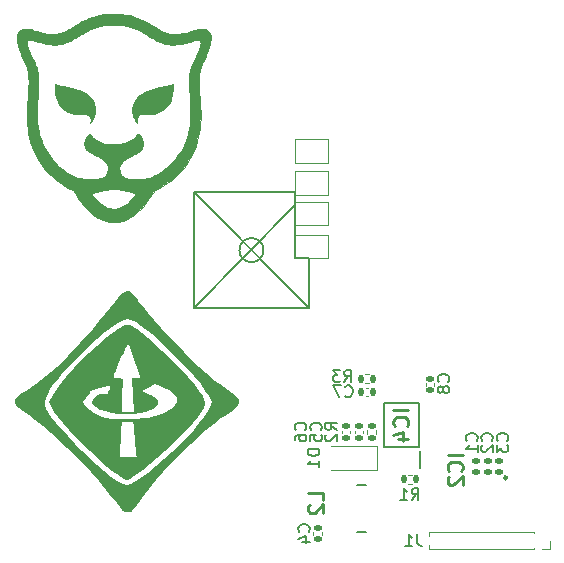
<source format=gbo>
G04 #@! TF.GenerationSoftware,KiCad,Pcbnew,(6.0.1)*
G04 #@! TF.CreationDate,2023-05-09T20:22:02-04:00*
G04 #@! TF.ProjectId,ExternalFaces,45787465-726e-4616-9c46-616365732e6b,rev?*
G04 #@! TF.SameCoordinates,Original*
G04 #@! TF.FileFunction,Legend,Bot*
G04 #@! TF.FilePolarity,Positive*
%FSLAX46Y46*%
G04 Gerber Fmt 4.6, Leading zero omitted, Abs format (unit mm)*
G04 Created by KiCad (PCBNEW (6.0.1)) date 2023-05-09 20:22:02*
%MOMM*%
%LPD*%
G01*
G04 APERTURE LIST*
G04 Aperture macros list*
%AMRoundRect*
0 Rectangle with rounded corners*
0 $1 Rounding radius*
0 $2 $3 $4 $5 $6 $7 $8 $9 X,Y pos of 4 corners*
0 Add a 4 corners polygon primitive as box body*
4,1,4,$2,$3,$4,$5,$6,$7,$8,$9,$2,$3,0*
0 Add four circle primitives for the rounded corners*
1,1,$1+$1,$2,$3*
1,1,$1+$1,$4,$5*
1,1,$1+$1,$6,$7*
1,1,$1+$1,$8,$9*
0 Add four rect primitives between the rounded corners*
20,1,$1+$1,$2,$3,$4,$5,0*
20,1,$1+$1,$4,$5,$6,$7,0*
20,1,$1+$1,$6,$7,$8,$9,0*
20,1,$1+$1,$8,$9,$2,$3,0*%
G04 Aperture macros list end*
%ADD10C,0.150000*%
%ADD11C,0.254000*%
%ADD12C,0.120000*%
%ADD13C,0.200000*%
%ADD14C,0.250000*%
%ADD15C,0.010000*%
%ADD16RoundRect,0.135000X0.185000X-0.135000X0.185000X0.135000X-0.185000X0.135000X-0.185000X-0.135000X0*%
%ADD17R,1.000000X1.500000*%
%ADD18RoundRect,0.140000X-0.170000X0.140000X-0.170000X-0.140000X0.170000X-0.140000X0.170000X0.140000X0*%
%ADD19RoundRect,0.140000X0.170000X-0.140000X0.170000X0.140000X-0.170000X0.140000X-0.170000X-0.140000X0*%
%ADD20R,0.850000X0.850000*%
%ADD21O,0.850000X0.850000*%
%ADD22R,0.450000X1.475000*%
%ADD23R,0.700000X0.300000*%
%ADD24R,1.000000X1.700000*%
%ADD25RoundRect,0.135000X0.135000X0.185000X-0.135000X0.185000X-0.135000X-0.185000X0.135000X-0.185000X0*%
%ADD26R,1.200000X3.700000*%
%ADD27RoundRect,0.140000X0.140000X0.170000X-0.140000X0.170000X-0.140000X-0.170000X0.140000X-0.170000X0*%
%ADD28R,0.900000X1.200000*%
G04 APERTURE END LIST*
D10*
X123900000Y-100000000D02*
X132500000Y-91300000D01*
X129819804Y-95100000D02*
G75*
G03*
X129819804Y-95100000I-1019804J0D01*
G01*
X123900000Y-90200000D02*
X133700000Y-100000000D01*
X132500000Y-95800000D02*
X133700000Y-95800000D01*
X133700000Y-95800000D02*
X133700000Y-100000000D01*
X133700000Y-100000000D02*
X123900000Y-100000000D01*
X123900000Y-100000000D02*
X123900000Y-90200000D01*
X123900000Y-90200000D02*
X132500000Y-90200000D01*
X132500000Y-90200000D02*
X132500000Y-95800000D01*
X136052380Y-110333333D02*
X135576190Y-110000000D01*
X136052380Y-109761904D02*
X135052380Y-109761904D01*
X135052380Y-110142857D01*
X135100000Y-110238095D01*
X135147619Y-110285714D01*
X135242857Y-110333333D01*
X135385714Y-110333333D01*
X135480952Y-110285714D01*
X135528571Y-110238095D01*
X135576190Y-110142857D01*
X135576190Y-109761904D01*
X135147619Y-110714285D02*
X135100000Y-110761904D01*
X135052380Y-110857142D01*
X135052380Y-111095238D01*
X135100000Y-111190476D01*
X135147619Y-111238095D01*
X135242857Y-111285714D01*
X135338095Y-111285714D01*
X135480952Y-111238095D01*
X136052380Y-110666666D01*
X136052380Y-111285714D01*
X145457142Y-106233333D02*
X145504761Y-106185714D01*
X145552380Y-106042857D01*
X145552380Y-105947619D01*
X145504761Y-105804761D01*
X145409523Y-105709523D01*
X145314285Y-105661904D01*
X145123809Y-105614285D01*
X144980952Y-105614285D01*
X144790476Y-105661904D01*
X144695238Y-105709523D01*
X144600000Y-105804761D01*
X144552380Y-105947619D01*
X144552380Y-106042857D01*
X144600000Y-106185714D01*
X144647619Y-106233333D01*
X144980952Y-106804761D02*
X144933333Y-106709523D01*
X144885714Y-106661904D01*
X144790476Y-106614285D01*
X144742857Y-106614285D01*
X144647619Y-106661904D01*
X144600000Y-106709523D01*
X144552380Y-106804761D01*
X144552380Y-106995238D01*
X144600000Y-107090476D01*
X144647619Y-107138095D01*
X144742857Y-107185714D01*
X144790476Y-107185714D01*
X144885714Y-107138095D01*
X144933333Y-107090476D01*
X144980952Y-106995238D01*
X144980952Y-106804761D01*
X145028571Y-106709523D01*
X145076190Y-106661904D01*
X145171428Y-106614285D01*
X145361904Y-106614285D01*
X145457142Y-106661904D01*
X145504761Y-106709523D01*
X145552380Y-106804761D01*
X145552380Y-106995238D01*
X145504761Y-107090476D01*
X145457142Y-107138095D01*
X145361904Y-107185714D01*
X145171428Y-107185714D01*
X145076190Y-107138095D01*
X145028571Y-107090476D01*
X144980952Y-106995238D01*
X149157142Y-111233333D02*
X149204761Y-111185714D01*
X149252380Y-111042857D01*
X149252380Y-110947619D01*
X149204761Y-110804761D01*
X149109523Y-110709523D01*
X149014285Y-110661904D01*
X148823809Y-110614285D01*
X148680952Y-110614285D01*
X148490476Y-110661904D01*
X148395238Y-110709523D01*
X148300000Y-110804761D01*
X148252380Y-110947619D01*
X148252380Y-111042857D01*
X148300000Y-111185714D01*
X148347619Y-111233333D01*
X148347619Y-111614285D02*
X148300000Y-111661904D01*
X148252380Y-111757142D01*
X148252380Y-111995238D01*
X148300000Y-112090476D01*
X148347619Y-112138095D01*
X148442857Y-112185714D01*
X148538095Y-112185714D01*
X148680952Y-112138095D01*
X149252380Y-111566666D01*
X149252380Y-112185714D01*
X142833333Y-119152380D02*
X142833333Y-119866666D01*
X142880952Y-120009523D01*
X142976190Y-120104761D01*
X143119047Y-120152380D01*
X143214285Y-120152380D01*
X141833333Y-120152380D02*
X142404761Y-120152380D01*
X142119047Y-120152380D02*
X142119047Y-119152380D01*
X142214285Y-119295238D01*
X142309523Y-119390476D01*
X142404761Y-119438095D01*
X134657142Y-110333333D02*
X134704761Y-110285714D01*
X134752380Y-110142857D01*
X134752380Y-110047619D01*
X134704761Y-109904761D01*
X134609523Y-109809523D01*
X134514285Y-109761904D01*
X134323809Y-109714285D01*
X134180952Y-109714285D01*
X133990476Y-109761904D01*
X133895238Y-109809523D01*
X133800000Y-109904761D01*
X133752380Y-110047619D01*
X133752380Y-110142857D01*
X133800000Y-110285714D01*
X133847619Y-110333333D01*
X133752380Y-111238095D02*
X133752380Y-110761904D01*
X134228571Y-110714285D01*
X134180952Y-110761904D01*
X134133333Y-110857142D01*
X134133333Y-111095238D01*
X134180952Y-111190476D01*
X134228571Y-111238095D01*
X134323809Y-111285714D01*
X134561904Y-111285714D01*
X134657142Y-111238095D01*
X134704761Y-111190476D01*
X134752380Y-111095238D01*
X134752380Y-110857142D01*
X134704761Y-110761904D01*
X134657142Y-110714285D01*
D11*
X142074523Y-108660238D02*
X140804523Y-108660238D01*
X141953571Y-109990714D02*
X142014047Y-109930238D01*
X142074523Y-109748809D01*
X142074523Y-109627857D01*
X142014047Y-109446428D01*
X141893095Y-109325476D01*
X141772142Y-109265000D01*
X141530238Y-109204523D01*
X141348809Y-109204523D01*
X141106904Y-109265000D01*
X140985952Y-109325476D01*
X140865000Y-109446428D01*
X140804523Y-109627857D01*
X140804523Y-109748809D01*
X140865000Y-109930238D01*
X140925476Y-109990714D01*
X141227857Y-111079285D02*
X142074523Y-111079285D01*
X140744047Y-110776904D02*
X141651190Y-110474523D01*
X141651190Y-111260714D01*
X146674523Y-112460238D02*
X145404523Y-112460238D01*
X146553571Y-113790714D02*
X146614047Y-113730238D01*
X146674523Y-113548809D01*
X146674523Y-113427857D01*
X146614047Y-113246428D01*
X146493095Y-113125476D01*
X146372142Y-113065000D01*
X146130238Y-113004523D01*
X145948809Y-113004523D01*
X145706904Y-113065000D01*
X145585952Y-113125476D01*
X145465000Y-113246428D01*
X145404523Y-113427857D01*
X145404523Y-113548809D01*
X145465000Y-113730238D01*
X145525476Y-113790714D01*
X145525476Y-114274523D02*
X145465000Y-114335000D01*
X145404523Y-114455952D01*
X145404523Y-114758333D01*
X145465000Y-114879285D01*
X145525476Y-114939761D01*
X145646428Y-115000238D01*
X145767380Y-115000238D01*
X145948809Y-114939761D01*
X146674523Y-114214047D01*
X146674523Y-115000238D01*
D10*
X136666666Y-106252380D02*
X137000000Y-105776190D01*
X137238095Y-106252380D02*
X137238095Y-105252380D01*
X136857142Y-105252380D01*
X136761904Y-105300000D01*
X136714285Y-105347619D01*
X136666666Y-105442857D01*
X136666666Y-105585714D01*
X136714285Y-105680952D01*
X136761904Y-105728571D01*
X136857142Y-105776190D01*
X137238095Y-105776190D01*
X136333333Y-105252380D02*
X135714285Y-105252380D01*
X136047619Y-105633333D01*
X135904761Y-105633333D01*
X135809523Y-105680952D01*
X135761904Y-105728571D01*
X135714285Y-105823809D01*
X135714285Y-106061904D01*
X135761904Y-106157142D01*
X135809523Y-106204761D01*
X135904761Y-106252380D01*
X136190476Y-106252380D01*
X136285714Y-106204761D01*
X136333333Y-106157142D01*
D11*
X134874523Y-116288333D02*
X134874523Y-115683571D01*
X133604523Y-115683571D01*
X133725476Y-116651190D02*
X133665000Y-116711666D01*
X133604523Y-116832619D01*
X133604523Y-117135000D01*
X133665000Y-117255952D01*
X133725476Y-117316428D01*
X133846428Y-117376904D01*
X133967380Y-117376904D01*
X134148809Y-117316428D01*
X134874523Y-116590714D01*
X134874523Y-117376904D01*
D10*
X150457142Y-111233333D02*
X150504761Y-111185714D01*
X150552380Y-111042857D01*
X150552380Y-110947619D01*
X150504761Y-110804761D01*
X150409523Y-110709523D01*
X150314285Y-110661904D01*
X150123809Y-110614285D01*
X149980952Y-110614285D01*
X149790476Y-110661904D01*
X149695238Y-110709523D01*
X149600000Y-110804761D01*
X149552380Y-110947619D01*
X149552380Y-111042857D01*
X149600000Y-111185714D01*
X149647619Y-111233333D01*
X149552380Y-111566666D02*
X149552380Y-112185714D01*
X149933333Y-111852380D01*
X149933333Y-111995238D01*
X149980952Y-112090476D01*
X150028571Y-112138095D01*
X150123809Y-112185714D01*
X150361904Y-112185714D01*
X150457142Y-112138095D01*
X150504761Y-112090476D01*
X150552380Y-111995238D01*
X150552380Y-111709523D01*
X150504761Y-111614285D01*
X150457142Y-111566666D01*
X133357142Y-110333333D02*
X133404761Y-110285714D01*
X133452380Y-110142857D01*
X133452380Y-110047619D01*
X133404761Y-109904761D01*
X133309523Y-109809523D01*
X133214285Y-109761904D01*
X133023809Y-109714285D01*
X132880952Y-109714285D01*
X132690476Y-109761904D01*
X132595238Y-109809523D01*
X132500000Y-109904761D01*
X132452380Y-110047619D01*
X132452380Y-110142857D01*
X132500000Y-110285714D01*
X132547619Y-110333333D01*
X132452380Y-111190476D02*
X132452380Y-111000000D01*
X132500000Y-110904761D01*
X132547619Y-110857142D01*
X132690476Y-110761904D01*
X132880952Y-110714285D01*
X133261904Y-110714285D01*
X133357142Y-110761904D01*
X133404761Y-110809523D01*
X133452380Y-110904761D01*
X133452380Y-111095238D01*
X133404761Y-111190476D01*
X133357142Y-111238095D01*
X133261904Y-111285714D01*
X133023809Y-111285714D01*
X132928571Y-111238095D01*
X132880952Y-111190476D01*
X132833333Y-111095238D01*
X132833333Y-110904761D01*
X132880952Y-110809523D01*
X132928571Y-110761904D01*
X133023809Y-110714285D01*
X147857142Y-111233333D02*
X147904761Y-111185714D01*
X147952380Y-111042857D01*
X147952380Y-110947619D01*
X147904761Y-110804761D01*
X147809523Y-110709523D01*
X147714285Y-110661904D01*
X147523809Y-110614285D01*
X147380952Y-110614285D01*
X147190476Y-110661904D01*
X147095238Y-110709523D01*
X147000000Y-110804761D01*
X146952380Y-110947619D01*
X146952380Y-111042857D01*
X147000000Y-111185714D01*
X147047619Y-111233333D01*
X147952380Y-112185714D02*
X147952380Y-111614285D01*
X147952380Y-111900000D02*
X146952380Y-111900000D01*
X147095238Y-111804761D01*
X147190476Y-111709523D01*
X147238095Y-111614285D01*
X136746666Y-107457142D02*
X136794285Y-107504761D01*
X136937142Y-107552380D01*
X137032380Y-107552380D01*
X137175238Y-107504761D01*
X137270476Y-107409523D01*
X137318095Y-107314285D01*
X137365714Y-107123809D01*
X137365714Y-106980952D01*
X137318095Y-106790476D01*
X137270476Y-106695238D01*
X137175238Y-106600000D01*
X137032380Y-106552380D01*
X136937142Y-106552380D01*
X136794285Y-106600000D01*
X136746666Y-106647619D01*
X136413333Y-106552380D02*
X135746666Y-106552380D01*
X136175238Y-107552380D01*
X133657142Y-118933333D02*
X133704761Y-118885714D01*
X133752380Y-118742857D01*
X133752380Y-118647619D01*
X133704761Y-118504761D01*
X133609523Y-118409523D01*
X133514285Y-118361904D01*
X133323809Y-118314285D01*
X133180952Y-118314285D01*
X132990476Y-118361904D01*
X132895238Y-118409523D01*
X132800000Y-118504761D01*
X132752380Y-118647619D01*
X132752380Y-118742857D01*
X132800000Y-118885714D01*
X132847619Y-118933333D01*
X133085714Y-119790476D02*
X133752380Y-119790476D01*
X132704761Y-119552380D02*
X133419047Y-119314285D01*
X133419047Y-119933333D01*
X134552380Y-111961904D02*
X133552380Y-111961904D01*
X133552380Y-112200000D01*
X133600000Y-112342857D01*
X133695238Y-112438095D01*
X133790476Y-112485714D01*
X133980952Y-112533333D01*
X134123809Y-112533333D01*
X134314285Y-112485714D01*
X134409523Y-112438095D01*
X134504761Y-112342857D01*
X134552380Y-112200000D01*
X134552380Y-111961904D01*
X134552380Y-113485714D02*
X134552380Y-112914285D01*
X134552380Y-113200000D02*
X133552380Y-113200000D01*
X133695238Y-113104761D01*
X133790476Y-113009523D01*
X133838095Y-112914285D01*
X142366666Y-116252380D02*
X142700000Y-115776190D01*
X142938095Y-116252380D02*
X142938095Y-115252380D01*
X142557142Y-115252380D01*
X142461904Y-115300000D01*
X142414285Y-115347619D01*
X142366666Y-115442857D01*
X142366666Y-115585714D01*
X142414285Y-115680952D01*
X142461904Y-115728571D01*
X142557142Y-115776190D01*
X142938095Y-115776190D01*
X141414285Y-116252380D02*
X141985714Y-116252380D01*
X141700000Y-116252380D02*
X141700000Y-115252380D01*
X141795238Y-115395238D01*
X141890476Y-115490476D01*
X141985714Y-115538095D01*
D12*
X138620000Y-110653641D02*
X138620000Y-110346359D01*
X139380000Y-110653641D02*
X139380000Y-110346359D01*
X135300000Y-87700000D02*
X135300000Y-85700000D01*
X132500000Y-87700000D02*
X135300000Y-87700000D01*
X132500000Y-85700000D02*
X132500000Y-87700000D01*
X135300000Y-85700000D02*
X132500000Y-85700000D01*
X143540000Y-106392164D02*
X143540000Y-106607836D01*
X144260000Y-106392164D02*
X144260000Y-106607836D01*
X153400000Y-120395000D02*
X154085000Y-120395000D01*
X143840000Y-119305507D02*
X143840000Y-119005000D01*
X152715000Y-119005000D02*
X143840000Y-119005000D01*
X143840000Y-120395000D02*
X143840000Y-120094493D01*
X154085000Y-120395000D02*
X154085000Y-119700000D01*
X152715000Y-119091724D02*
X152715000Y-119005000D01*
X152715000Y-120395000D02*
X143840000Y-120395000D01*
X152715000Y-120395000D02*
X152715000Y-120308276D01*
X137540000Y-110607836D02*
X137540000Y-110392164D01*
X138260000Y-110607836D02*
X138260000Y-110392164D01*
D13*
X140000000Y-108050000D02*
X140000000Y-111750000D01*
X143000000Y-111750000D02*
X143000000Y-108050000D01*
X143050000Y-113575000D02*
X143050000Y-112100000D01*
X143000000Y-108050000D02*
X140000000Y-108050000D01*
X140000000Y-111750000D02*
X143000000Y-111750000D01*
G36*
X124868949Y-108187232D02*
G01*
X124764669Y-108433371D01*
X124578593Y-108741936D01*
X124246332Y-109192502D01*
X123814252Y-109711345D01*
X123301569Y-110279889D01*
X122727500Y-110879557D01*
X122111261Y-111491774D01*
X121472070Y-112097963D01*
X120871387Y-112641334D01*
X120829141Y-112679549D01*
X120201692Y-113217955D01*
X119608940Y-113694605D01*
X119070101Y-114090924D01*
X118604391Y-114388335D01*
X118493632Y-114450378D01*
X118305858Y-114548499D01*
X118210743Y-114587647D01*
X118170895Y-114578175D01*
X117997416Y-114485521D01*
X117729859Y-114308209D01*
X117392619Y-114063655D01*
X117010090Y-113769274D01*
X116606666Y-113442482D01*
X116416169Y-113282430D01*
X115780554Y-112725398D01*
X115689799Y-112641334D01*
X117707333Y-112641334D01*
X119076884Y-112641334D01*
X119031091Y-112323834D01*
X119018885Y-112224885D01*
X118991316Y-111935046D01*
X118962195Y-111561289D01*
X118936096Y-111159667D01*
X118923152Y-110950793D01*
X118894696Y-110556662D01*
X118865438Y-110219547D01*
X118840005Y-109995500D01*
X118793116Y-109678000D01*
X117816847Y-109678000D01*
X117762090Y-110325774D01*
X117753621Y-110435989D01*
X117730006Y-110864534D01*
X117713527Y-111350103D01*
X117707333Y-111807441D01*
X117707333Y-112641334D01*
X115689799Y-112641334D01*
X115138331Y-112130524D01*
X114506642Y-111516027D01*
X113902624Y-110900123D01*
X113343417Y-110301029D01*
X112846161Y-109736963D01*
X112427993Y-109226141D01*
X112106055Y-108786782D01*
X111897485Y-108437102D01*
X111679981Y-107992542D01*
X111691047Y-107968611D01*
X114574666Y-107968611D01*
X114613687Y-108137175D01*
X114792009Y-108396660D01*
X115090907Y-108661458D01*
X115484121Y-108912897D01*
X115945392Y-109132305D01*
X116448460Y-109301010D01*
X116601534Y-109332503D01*
X116983869Y-109376127D01*
X117470719Y-109403553D01*
X118021027Y-109414809D01*
X118593734Y-109409923D01*
X119147782Y-109388919D01*
X119642112Y-109351827D01*
X120035666Y-109298671D01*
X120607410Y-109165807D01*
X121363001Y-108896925D01*
X122001667Y-108550476D01*
X122029829Y-108531312D01*
X122356334Y-108244345D01*
X122513658Y-107951850D01*
X122501825Y-107654873D01*
X122320854Y-107354459D01*
X121970769Y-107051656D01*
X121782367Y-106931343D01*
X121416521Y-106735754D01*
X121075819Y-106592095D01*
X120613960Y-106435104D01*
X120076050Y-106738242D01*
X119538141Y-107041379D01*
X120040050Y-107263347D01*
X120306906Y-107391402D01*
X120680138Y-107629772D01*
X120884103Y-107864016D01*
X120918810Y-108093736D01*
X120784269Y-108318537D01*
X120480487Y-108538020D01*
X120007473Y-108751790D01*
X119894952Y-108791116D01*
X119397094Y-108909185D01*
X118828848Y-108973237D01*
X118219931Y-108986785D01*
X117600057Y-108953344D01*
X116998943Y-108876426D01*
X116446305Y-108759544D01*
X115971858Y-108606213D01*
X115605319Y-108419945D01*
X115376403Y-108204253D01*
X115293632Y-108062741D01*
X115283077Y-107934351D01*
X115373863Y-107768958D01*
X115628774Y-107491986D01*
X115972177Y-107313945D01*
X116344070Y-107283052D01*
X116465633Y-107297547D01*
X116608941Y-107285413D01*
X116691266Y-107189216D01*
X116765773Y-106969413D01*
X116793357Y-106870777D01*
X116834741Y-106671423D01*
X116832638Y-106573750D01*
X116760239Y-106572487D01*
X116562433Y-106609990D01*
X116281993Y-106678447D01*
X115960130Y-106766095D01*
X115638056Y-106861170D01*
X115356980Y-106951906D01*
X115158113Y-107026540D01*
X115082666Y-107073307D01*
X115085676Y-107090034D01*
X115170898Y-107138000D01*
X115175090Y-107170415D01*
X115086906Y-107288592D01*
X114916898Y-107463557D01*
X114786543Y-107600903D01*
X114633852Y-107811006D01*
X114574666Y-107968611D01*
X111691047Y-107968611D01*
X111887343Y-107544104D01*
X111996276Y-107332999D01*
X112305707Y-106848889D01*
X112721919Y-106295682D01*
X113100534Y-105842203D01*
X117126510Y-105842203D01*
X117153063Y-105912476D01*
X117276605Y-105944845D01*
X117533122Y-105952667D01*
X117700926Y-105958295D01*
X117877304Y-105983834D01*
X117927850Y-106023013D01*
X117918354Y-106068590D01*
X117903188Y-106261571D01*
X117889601Y-106574944D01*
X117878792Y-106978287D01*
X117871959Y-107441180D01*
X117859544Y-108789000D01*
X118835002Y-108840590D01*
X118780485Y-107396628D01*
X118725968Y-105952667D01*
X119072376Y-105952667D01*
X119163565Y-105950826D01*
X119345580Y-105919783D01*
X119379849Y-105846834D01*
X119356616Y-105779350D01*
X119285798Y-105568122D01*
X119178749Y-105246183D01*
X119045120Y-104842573D01*
X118894559Y-104386334D01*
X118781657Y-104047146D01*
X118640598Y-103633640D01*
X118521876Y-103297351D01*
X118435419Y-103066244D01*
X118391153Y-102968285D01*
X118355341Y-103009248D01*
X118264334Y-103178031D01*
X118132340Y-103449514D01*
X117972134Y-103794875D01*
X117796492Y-104185294D01*
X117618191Y-104591948D01*
X117450006Y-104986017D01*
X117304713Y-105338680D01*
X117195089Y-105621115D01*
X117133909Y-105804500D01*
X117126510Y-105842203D01*
X113100534Y-105842203D01*
X113224706Y-105693479D01*
X113793861Y-105062382D01*
X114409178Y-104422491D01*
X115050450Y-103793906D01*
X115697473Y-103196730D01*
X116330038Y-102651061D01*
X116927940Y-102177002D01*
X117470973Y-101794653D01*
X117938931Y-101524115D01*
X118056794Y-101467649D01*
X118244276Y-101399624D01*
X118392316Y-101405738D01*
X118575953Y-101480897D01*
X118686921Y-101538428D01*
X119074715Y-101786245D01*
X119545193Y-102139739D01*
X120079536Y-102580489D01*
X120658928Y-103090073D01*
X121264551Y-103650072D01*
X121877586Y-104242065D01*
X122479217Y-104847631D01*
X123050626Y-105448349D01*
X123411100Y-105846834D01*
X123572994Y-106025800D01*
X124027506Y-106561561D01*
X124395342Y-107037212D01*
X124657685Y-107434334D01*
X124817016Y-107736506D01*
X124881814Y-107951850D01*
X124888417Y-107973795D01*
X124868949Y-108187232D01*
G37*
G36*
X127632233Y-108256197D02*
G01*
X127406442Y-108493038D01*
X127059173Y-108770827D01*
X126574774Y-109105598D01*
X126224188Y-109342208D01*
X125590083Y-109800648D01*
X124969836Y-110293957D01*
X124334212Y-110847006D01*
X123653978Y-111484661D01*
X122899900Y-112231793D01*
X122605770Y-112531142D01*
X121918766Y-113248869D01*
X121308751Y-113919095D01*
X120737528Y-114585877D01*
X120166897Y-115293270D01*
X119558660Y-116085331D01*
X119359637Y-116346833D01*
X119089987Y-116692287D01*
X118863110Y-116972541D01*
X118698298Y-117163936D01*
X118614842Y-117242813D01*
X118415815Y-117286468D01*
X118149413Y-117272916D01*
X117946984Y-117192167D01*
X117939407Y-117185607D01*
X117829492Y-117064631D01*
X117645983Y-116840609D01*
X117412571Y-116543099D01*
X117152951Y-116201656D01*
X117113601Y-116149225D01*
X116507058Y-115368577D01*
X115880777Y-114617587D01*
X115205649Y-113863677D01*
X114452567Y-113074268D01*
X113592421Y-112216784D01*
X113189955Y-111829918D01*
X112521602Y-111211372D01*
X111833557Y-110600365D01*
X111153065Y-110019959D01*
X110507373Y-109493217D01*
X109923727Y-109043202D01*
X109429373Y-108692976D01*
X109132324Y-108478495D01*
X108859156Y-108209722D01*
X108748652Y-107963716D01*
X108758937Y-107916843D01*
X111289869Y-107916843D01*
X111312113Y-108208390D01*
X111430934Y-108535000D01*
X111563665Y-108781530D01*
X111852794Y-109209660D01*
X112243911Y-109712813D01*
X112719271Y-110272927D01*
X113261130Y-110871939D01*
X113851743Y-111491787D01*
X114473367Y-112114411D01*
X115108256Y-112721746D01*
X115738668Y-113295733D01*
X116346856Y-113818308D01*
X116915078Y-114271410D01*
X117425589Y-114636977D01*
X117448692Y-114652245D01*
X117754699Y-114834804D01*
X118025444Y-114940845D01*
X118287940Y-114964421D01*
X118569203Y-114899583D01*
X118896245Y-114740384D01*
X119296081Y-114480874D01*
X119795723Y-114115107D01*
X120007135Y-113953477D01*
X120684762Y-113406711D01*
X121371757Y-112812733D01*
X122052157Y-112188249D01*
X122709999Y-111549964D01*
X123329320Y-110914583D01*
X123894156Y-110298813D01*
X124388544Y-109719358D01*
X124796523Y-109192924D01*
X125102127Y-108736217D01*
X125289395Y-108365941D01*
X125435110Y-107984392D01*
X125170147Y-107455363D01*
X124905634Y-107002533D01*
X124486766Y-106421541D01*
X123931374Y-105749569D01*
X123238286Y-104985210D01*
X122406333Y-104127054D01*
X122161429Y-103882878D01*
X121391844Y-103140108D01*
X120685005Y-102496340D01*
X120048051Y-101957140D01*
X119488118Y-101528073D01*
X119012344Y-101214706D01*
X118627864Y-101022604D01*
X118341817Y-100957333D01*
X118314062Y-100957956D01*
X117970745Y-101037442D01*
X117533560Y-101246386D01*
X117009716Y-101579425D01*
X116406423Y-102031194D01*
X115730891Y-102596327D01*
X114990329Y-103269461D01*
X114191948Y-104045230D01*
X113515151Y-104734686D01*
X112939955Y-105350100D01*
X112468220Y-105892524D01*
X112085800Y-106379016D01*
X111778551Y-106826632D01*
X111532326Y-107252431D01*
X111368660Y-107603974D01*
X111289869Y-107916843D01*
X108758937Y-107916843D01*
X108800463Y-107727593D01*
X109014238Y-107488470D01*
X109389625Y-107233460D01*
X109731215Y-107023070D01*
X110528383Y-106464633D01*
X111388714Y-105777883D01*
X112297600Y-104975444D01*
X113240433Y-104069942D01*
X114202604Y-103074000D01*
X114284816Y-102985582D01*
X114829642Y-102388009D01*
X115385093Y-101760723D01*
X115925422Y-101133936D01*
X116424885Y-100537860D01*
X116857736Y-100002708D01*
X117198228Y-99558691D01*
X117243178Y-99497750D01*
X117533266Y-99116449D01*
X117755315Y-98854682D01*
X117930427Y-98692457D01*
X118079704Y-98609782D01*
X118224249Y-98586667D01*
X118228061Y-98586669D01*
X118427085Y-98600262D01*
X118589849Y-98657065D01*
X118748094Y-98782025D01*
X118933562Y-99000085D01*
X119177995Y-99336191D01*
X119227815Y-99405854D01*
X119577552Y-99860845D01*
X120029264Y-100405523D01*
X120563270Y-101019168D01*
X121159890Y-101681060D01*
X121799442Y-102370479D01*
X122462246Y-103066706D01*
X123128621Y-103749020D01*
X123778886Y-104396703D01*
X124393359Y-104989033D01*
X124952361Y-105505291D01*
X125436209Y-105924758D01*
X125730517Y-106160905D01*
X126127680Y-106461205D01*
X126502826Y-106726953D01*
X126803186Y-106919738D01*
X127180518Y-107165165D01*
X127500085Y-107428606D01*
X127708281Y-107670252D01*
X127782666Y-107868367D01*
X127762570Y-107984392D01*
X127752198Y-108044273D01*
X127632233Y-108256197D01*
G37*
D14*
X150425000Y-114362500D02*
G75*
G03*
X150425000Y-114362500I-125000J0D01*
G01*
D12*
X138753641Y-105620000D02*
X138446359Y-105620000D01*
X138753641Y-106380000D02*
X138446359Y-106380000D01*
D13*
X138500000Y-115000000D02*
X137700000Y-115000000D01*
X138500000Y-119000000D02*
X137700000Y-119000000D01*
D12*
X135300000Y-93800000D02*
X132500000Y-93800000D01*
X135300000Y-95800000D02*
X135300000Y-93800000D01*
X132500000Y-95800000D02*
X135300000Y-95800000D01*
X132500000Y-93800000D02*
X132500000Y-95800000D01*
X136440000Y-110607836D02*
X136440000Y-110392164D01*
X137160000Y-110607836D02*
X137160000Y-110392164D01*
D15*
X112143998Y-81049735D02*
X112141268Y-81062566D01*
X112141268Y-81062566D02*
X112139396Y-81092719D01*
X112139396Y-81092719D02*
X112138326Y-81137219D01*
X112138326Y-81137219D02*
X112138003Y-81193087D01*
X112138003Y-81193087D02*
X112138372Y-81257349D01*
X112138372Y-81257349D02*
X112139378Y-81327026D01*
X112139378Y-81327026D02*
X112140965Y-81399142D01*
X112140965Y-81399142D02*
X112143078Y-81470720D01*
X112143078Y-81470720D02*
X112145662Y-81538784D01*
X112145662Y-81538784D02*
X112148662Y-81600357D01*
X112148662Y-81600357D02*
X112152022Y-81652462D01*
X112152022Y-81652462D02*
X112155687Y-81692123D01*
X112155687Y-81692123D02*
X112155960Y-81694406D01*
X112155960Y-81694406D02*
X112192068Y-81923666D01*
X112192068Y-81923666D02*
X112242817Y-82138886D01*
X112242817Y-82138886D02*
X112308200Y-82340051D01*
X112308200Y-82340051D02*
X112388208Y-82527148D01*
X112388208Y-82527148D02*
X112482835Y-82700160D01*
X112482835Y-82700160D02*
X112592072Y-82859075D01*
X112592072Y-82859075D02*
X112715912Y-83003878D01*
X112715912Y-83003878D02*
X112854347Y-83134555D01*
X112854347Y-83134555D02*
X112969960Y-83224877D01*
X112969960Y-83224877D02*
X113038138Y-83269759D01*
X113038138Y-83269759D02*
X113120028Y-83317075D01*
X113120028Y-83317075D02*
X113209750Y-83363882D01*
X113209750Y-83363882D02*
X113301422Y-83407233D01*
X113301422Y-83407233D02*
X113389162Y-83444185D01*
X113389162Y-83444185D02*
X113456156Y-83468329D01*
X113456156Y-83468329D02*
X113597572Y-83509121D01*
X113597572Y-83509121D02*
X113739160Y-83539329D01*
X113739160Y-83539329D02*
X113885048Y-83559456D01*
X113885048Y-83559456D02*
X114039366Y-83570004D01*
X114039366Y-83570004D02*
X114206244Y-83571478D01*
X114206244Y-83571478D02*
X114285583Y-83569350D01*
X114285583Y-83569350D02*
X114394783Y-83565519D01*
X114394783Y-83565519D02*
X114485899Y-83562758D01*
X114485899Y-83562758D02*
X114561141Y-83561127D01*
X114561141Y-83561127D02*
X114622719Y-83560691D01*
X114622719Y-83560691D02*
X114672844Y-83561510D01*
X114672844Y-83561510D02*
X114713727Y-83563647D01*
X114713727Y-83563647D02*
X114747577Y-83567164D01*
X114747577Y-83567164D02*
X114776605Y-83572122D01*
X114776605Y-83572122D02*
X114803023Y-83578586D01*
X114803023Y-83578586D02*
X114822409Y-83584443D01*
X114822409Y-83584443D02*
X114917999Y-83625079D01*
X114917999Y-83625079D02*
X115001730Y-83680822D01*
X115001730Y-83680822D02*
X115072040Y-83749983D01*
X115072040Y-83749983D02*
X115127363Y-83830872D01*
X115127363Y-83830872D02*
X115166137Y-83921801D01*
X115166137Y-83921801D02*
X115178530Y-83969080D01*
X115178530Y-83969080D02*
X115186429Y-84026954D01*
X115186429Y-84026954D02*
X115189240Y-84095931D01*
X115189240Y-84095931D02*
X115187033Y-84167459D01*
X115187033Y-84167459D02*
X115179879Y-84232987D01*
X115179879Y-84232987D02*
X115176191Y-84253060D01*
X115176191Y-84253060D02*
X115169731Y-84285630D01*
X115169731Y-84285630D02*
X115165887Y-84308536D01*
X115165887Y-84308536D02*
X115165451Y-84316560D01*
X115165451Y-84316560D02*
X115172886Y-84309538D01*
X115172886Y-84309538D02*
X115189406Y-84291407D01*
X115189406Y-84291407D02*
X115205141Y-84273380D01*
X115205141Y-84273380D02*
X115274813Y-84181397D01*
X115274813Y-84181397D02*
X115340461Y-84073523D01*
X115340461Y-84073523D02*
X115400059Y-83954084D01*
X115400059Y-83954084D02*
X115451581Y-83827410D01*
X115451581Y-83827410D02*
X115493002Y-83697829D01*
X115493002Y-83697829D02*
X115513443Y-83614587D01*
X115513443Y-83614587D02*
X115539010Y-83469950D01*
X115539010Y-83469950D02*
X115552001Y-83328891D01*
X115552001Y-83328891D02*
X115553213Y-83181906D01*
X115553213Y-83181906D02*
X115552208Y-83153240D01*
X115552208Y-83153240D02*
X115536120Y-82973565D01*
X115536120Y-82973565D02*
X115502825Y-82804215D01*
X115502825Y-82804215D02*
X115451879Y-82644030D01*
X115451879Y-82644030D02*
X115382840Y-82491853D01*
X115382840Y-82491853D02*
X115295265Y-82346526D01*
X115295265Y-82346526D02*
X115192028Y-82210817D01*
X115192028Y-82210817D02*
X115100101Y-82113561D01*
X115100101Y-82113561D02*
X114989410Y-82017192D01*
X114989410Y-82017192D02*
X114861511Y-81922612D01*
X114861511Y-81922612D02*
X114717962Y-81830724D01*
X114717962Y-81830724D02*
X114560317Y-81742430D01*
X114560317Y-81742430D02*
X114390134Y-81658631D01*
X114390134Y-81658631D02*
X114208968Y-81580231D01*
X114208968Y-81580231D02*
X114018377Y-81508130D01*
X114018377Y-81508130D02*
X113925000Y-81476352D01*
X113925000Y-81476352D02*
X113837973Y-81448576D01*
X113837973Y-81448576D02*
X113750480Y-81422387D01*
X113750480Y-81422387D02*
X113660004Y-81397175D01*
X113660004Y-81397175D02*
X113564028Y-81372327D01*
X113564028Y-81372327D02*
X113460033Y-81347231D01*
X113460033Y-81347231D02*
X113345501Y-81321275D01*
X113345501Y-81321275D02*
X113217914Y-81293847D01*
X113217914Y-81293847D02*
X113074754Y-81264335D01*
X113074754Y-81264335D02*
X112949640Y-81239273D01*
X112949640Y-81239273D02*
X112821727Y-81213771D01*
X112821727Y-81213771D02*
X112711729Y-81191493D01*
X112711729Y-81191493D02*
X112617581Y-81171963D01*
X112617581Y-81171963D02*
X112537216Y-81154706D01*
X112537216Y-81154706D02*
X112468570Y-81139246D01*
X112468570Y-81139246D02*
X112409577Y-81125107D01*
X112409577Y-81125107D02*
X112358171Y-81111813D01*
X112358171Y-81111813D02*
X112312288Y-81098889D01*
X112312288Y-81098889D02*
X112269861Y-81085859D01*
X112269861Y-81085859D02*
X112238051Y-81075388D01*
X112238051Y-81075388D02*
X112198643Y-81062683D01*
X112198643Y-81062683D02*
X112167037Y-81053653D01*
X112167037Y-81053653D02*
X112147720Y-81049520D01*
X112147720Y-81049520D02*
X112143998Y-81049735D01*
X112143998Y-81049735D02*
X112143998Y-81049735D01*
G36*
X112167037Y-81053653D02*
G01*
X112198643Y-81062683D01*
X112238051Y-81075388D01*
X112269861Y-81085859D01*
X112312288Y-81098889D01*
X112358171Y-81111813D01*
X112409577Y-81125107D01*
X112468570Y-81139246D01*
X112537216Y-81154706D01*
X112617581Y-81171963D01*
X112711729Y-81191493D01*
X112821727Y-81213771D01*
X112949640Y-81239273D01*
X113074754Y-81264335D01*
X113217914Y-81293847D01*
X113345501Y-81321275D01*
X113460033Y-81347231D01*
X113564028Y-81372327D01*
X113660004Y-81397175D01*
X113750480Y-81422387D01*
X113837973Y-81448576D01*
X113925000Y-81476352D01*
X114018377Y-81508130D01*
X114208968Y-81580231D01*
X114390134Y-81658631D01*
X114560317Y-81742430D01*
X114717962Y-81830724D01*
X114861511Y-81922612D01*
X114989410Y-82017192D01*
X115100101Y-82113561D01*
X115192028Y-82210817D01*
X115295265Y-82346526D01*
X115382840Y-82491853D01*
X115451879Y-82644030D01*
X115502825Y-82804215D01*
X115536120Y-82973565D01*
X115552208Y-83153240D01*
X115553213Y-83181906D01*
X115552001Y-83328891D01*
X115539010Y-83469950D01*
X115513443Y-83614587D01*
X115493002Y-83697829D01*
X115451581Y-83827410D01*
X115400059Y-83954084D01*
X115340461Y-84073523D01*
X115274813Y-84181397D01*
X115205141Y-84273380D01*
X115189406Y-84291407D01*
X115172886Y-84309538D01*
X115165451Y-84316560D01*
X115165887Y-84308536D01*
X115169731Y-84285630D01*
X115176191Y-84253060D01*
X115179879Y-84232987D01*
X115187033Y-84167459D01*
X115189240Y-84095931D01*
X115186429Y-84026954D01*
X115178530Y-83969080D01*
X115166137Y-83921801D01*
X115127363Y-83830872D01*
X115072040Y-83749983D01*
X115001730Y-83680822D01*
X114917999Y-83625079D01*
X114822409Y-83584443D01*
X114803023Y-83578586D01*
X114776605Y-83572122D01*
X114747577Y-83567164D01*
X114713727Y-83563647D01*
X114672844Y-83561510D01*
X114622719Y-83560691D01*
X114561141Y-83561127D01*
X114485899Y-83562758D01*
X114394783Y-83565519D01*
X114285583Y-83569350D01*
X114206244Y-83571478D01*
X114039366Y-83570004D01*
X113885048Y-83559456D01*
X113739160Y-83539329D01*
X113597572Y-83509121D01*
X113456156Y-83468329D01*
X113389162Y-83444185D01*
X113301422Y-83407233D01*
X113209750Y-83363882D01*
X113120028Y-83317075D01*
X113038138Y-83269759D01*
X112969960Y-83224877D01*
X112854347Y-83134555D01*
X112715912Y-83003878D01*
X112592072Y-82859075D01*
X112482835Y-82700160D01*
X112388208Y-82527148D01*
X112308200Y-82340051D01*
X112242817Y-82138886D01*
X112192068Y-81923666D01*
X112155960Y-81694406D01*
X112155687Y-81692123D01*
X112152022Y-81652462D01*
X112148662Y-81600357D01*
X112145662Y-81538784D01*
X112143078Y-81470720D01*
X112140965Y-81399142D01*
X112139378Y-81327026D01*
X112138372Y-81257349D01*
X112138003Y-81193087D01*
X112138326Y-81137219D01*
X112139396Y-81092719D01*
X112141268Y-81062566D01*
X112143998Y-81049735D01*
X112147720Y-81049520D01*
X112167037Y-81053653D01*
G37*
X112167037Y-81053653D02*
X112198643Y-81062683D01*
X112238051Y-81075388D01*
X112269861Y-81085859D01*
X112312288Y-81098889D01*
X112358171Y-81111813D01*
X112409577Y-81125107D01*
X112468570Y-81139246D01*
X112537216Y-81154706D01*
X112617581Y-81171963D01*
X112711729Y-81191493D01*
X112821727Y-81213771D01*
X112949640Y-81239273D01*
X113074754Y-81264335D01*
X113217914Y-81293847D01*
X113345501Y-81321275D01*
X113460033Y-81347231D01*
X113564028Y-81372327D01*
X113660004Y-81397175D01*
X113750480Y-81422387D01*
X113837973Y-81448576D01*
X113925000Y-81476352D01*
X114018377Y-81508130D01*
X114208968Y-81580231D01*
X114390134Y-81658631D01*
X114560317Y-81742430D01*
X114717962Y-81830724D01*
X114861511Y-81922612D01*
X114989410Y-82017192D01*
X115100101Y-82113561D01*
X115192028Y-82210817D01*
X115295265Y-82346526D01*
X115382840Y-82491853D01*
X115451879Y-82644030D01*
X115502825Y-82804215D01*
X115536120Y-82973565D01*
X115552208Y-83153240D01*
X115553213Y-83181906D01*
X115552001Y-83328891D01*
X115539010Y-83469950D01*
X115513443Y-83614587D01*
X115493002Y-83697829D01*
X115451581Y-83827410D01*
X115400059Y-83954084D01*
X115340461Y-84073523D01*
X115274813Y-84181397D01*
X115205141Y-84273380D01*
X115189406Y-84291407D01*
X115172886Y-84309538D01*
X115165451Y-84316560D01*
X115165887Y-84308536D01*
X115169731Y-84285630D01*
X115176191Y-84253060D01*
X115179879Y-84232987D01*
X115187033Y-84167459D01*
X115189240Y-84095931D01*
X115186429Y-84026954D01*
X115178530Y-83969080D01*
X115166137Y-83921801D01*
X115127363Y-83830872D01*
X115072040Y-83749983D01*
X115001730Y-83680822D01*
X114917999Y-83625079D01*
X114822409Y-83584443D01*
X114803023Y-83578586D01*
X114776605Y-83572122D01*
X114747577Y-83567164D01*
X114713727Y-83563647D01*
X114672844Y-83561510D01*
X114622719Y-83560691D01*
X114561141Y-83561127D01*
X114485899Y-83562758D01*
X114394783Y-83565519D01*
X114285583Y-83569350D01*
X114206244Y-83571478D01*
X114039366Y-83570004D01*
X113885048Y-83559456D01*
X113739160Y-83539329D01*
X113597572Y-83509121D01*
X113456156Y-83468329D01*
X113389162Y-83444185D01*
X113301422Y-83407233D01*
X113209750Y-83363882D01*
X113120028Y-83317075D01*
X113038138Y-83269759D01*
X112969960Y-83224877D01*
X112854347Y-83134555D01*
X112715912Y-83003878D01*
X112592072Y-82859075D01*
X112482835Y-82700160D01*
X112388208Y-82527148D01*
X112308200Y-82340051D01*
X112242817Y-82138886D01*
X112192068Y-81923666D01*
X112155960Y-81694406D01*
X112155687Y-81692123D01*
X112152022Y-81652462D01*
X112148662Y-81600357D01*
X112145662Y-81538784D01*
X112143078Y-81470720D01*
X112140965Y-81399142D01*
X112139378Y-81327026D01*
X112138372Y-81257349D01*
X112138003Y-81193087D01*
X112138326Y-81137219D01*
X112139396Y-81092719D01*
X112141268Y-81062566D01*
X112143998Y-81049735D01*
X112147720Y-81049520D01*
X112167037Y-81053653D01*
X122045054Y-81071533D02*
X122001054Y-81085830D01*
X122001054Y-81085830D02*
X121951799Y-81100306D01*
X121951799Y-81100306D02*
X121895450Y-81115386D01*
X121895450Y-81115386D02*
X121830165Y-81131495D01*
X121830165Y-81131495D02*
X121754104Y-81149058D01*
X121754104Y-81149058D02*
X121665427Y-81168499D01*
X121665427Y-81168499D02*
X121562294Y-81190244D01*
X121562294Y-81190244D02*
X121442863Y-81214716D01*
X121442863Y-81214716D02*
X121305296Y-81242342D01*
X121305296Y-81242342D02*
X121303384Y-81242723D01*
X121303384Y-81242723D02*
X121204319Y-81262704D01*
X121204319Y-81262704D02*
X121104343Y-81283318D01*
X121104343Y-81283318D02*
X121006789Y-81303847D01*
X121006789Y-81303847D02*
X120914988Y-81323573D01*
X120914988Y-81323573D02*
X120832276Y-81341777D01*
X120832276Y-81341777D02*
X120761983Y-81357741D01*
X120761983Y-81357741D02*
X120707443Y-81370747D01*
X120707443Y-81370747D02*
X120696287Y-81373547D01*
X120696287Y-81373547D02*
X120425946Y-81449835D01*
X120425946Y-81449835D02*
X120170523Y-81537159D01*
X120170523Y-81537159D02*
X119930636Y-81635253D01*
X119930636Y-81635253D02*
X119706906Y-81743846D01*
X119706906Y-81743846D02*
X119499951Y-81862671D01*
X119499951Y-81862671D02*
X119370760Y-81948030D01*
X119370760Y-81948030D02*
X119228861Y-82058648D01*
X119228861Y-82058648D02*
X119104109Y-82180100D01*
X119104109Y-82180100D02*
X118996332Y-82312643D01*
X118996332Y-82312643D02*
X118905362Y-82456533D01*
X118905362Y-82456533D02*
X118831029Y-82612029D01*
X118831029Y-82612029D02*
X118773161Y-82779385D01*
X118773161Y-82779385D02*
X118744403Y-82894160D01*
X118744403Y-82894160D02*
X118736471Y-82933366D01*
X118736471Y-82933366D02*
X118730543Y-82970124D01*
X118730543Y-82970124D02*
X118726332Y-83008483D01*
X118726332Y-83008483D02*
X118723550Y-83052493D01*
X118723550Y-83052493D02*
X118721909Y-83106201D01*
X118721909Y-83106201D02*
X118721120Y-83173657D01*
X118721120Y-83173657D02*
X118720933Y-83224360D01*
X118720933Y-83224360D02*
X118721049Y-83302555D01*
X118721049Y-83302555D02*
X118721909Y-83364626D01*
X118721909Y-83364626D02*
X118723797Y-83414766D01*
X118723797Y-83414766D02*
X118726997Y-83457164D01*
X118726997Y-83457164D02*
X118731792Y-83496013D01*
X118731792Y-83496013D02*
X118738466Y-83535504D01*
X118738466Y-83535504D02*
X118743850Y-83563031D01*
X118743850Y-83563031D02*
X118783900Y-83724629D01*
X118783900Y-83724629D02*
X118836548Y-83878466D01*
X118836548Y-83878466D02*
X118900569Y-84021833D01*
X118900569Y-84021833D02*
X118974740Y-84152019D01*
X118974740Y-84152019D02*
X119057836Y-84266315D01*
X119057836Y-84266315D02*
X119065871Y-84275920D01*
X119065871Y-84275920D02*
X119087184Y-84300649D01*
X119087184Y-84300649D02*
X119097995Y-84310947D01*
X119097995Y-84310947D02*
X119100791Y-84308008D01*
X119100791Y-84308008D02*
X119098063Y-84293025D01*
X119098063Y-84293025D02*
X119097639Y-84291160D01*
X119097639Y-84291160D02*
X119091706Y-84253336D01*
X119091706Y-84253336D02*
X119087322Y-84202291D01*
X119087322Y-84202291D02*
X119084621Y-84144060D01*
X119084621Y-84144060D02*
X119083737Y-84084681D01*
X119083737Y-84084681D02*
X119084802Y-84030191D01*
X119084802Y-84030191D02*
X119087951Y-83986626D01*
X119087951Y-83986626D02*
X119090537Y-83969903D01*
X119090537Y-83969903D02*
X119120144Y-83874597D01*
X119120144Y-83874597D02*
X119166250Y-83789616D01*
X119166250Y-83789616D02*
X119227233Y-83716091D01*
X119227233Y-83716091D02*
X119301473Y-83655152D01*
X119301473Y-83655152D02*
X119387348Y-83607930D01*
X119387348Y-83607930D02*
X119483236Y-83575553D01*
X119483236Y-83575553D02*
X119587516Y-83559153D01*
X119587516Y-83559153D02*
X119680640Y-83558564D01*
X119680640Y-83558564D02*
X119791708Y-83564398D01*
X119791708Y-83564398D02*
X119902385Y-83568680D01*
X119902385Y-83568680D02*
X120009383Y-83571378D01*
X120009383Y-83571378D02*
X120109411Y-83572455D01*
X120109411Y-83572455D02*
X120199179Y-83571879D01*
X120199179Y-83571879D02*
X120275398Y-83569614D01*
X120275398Y-83569614D02*
X120334777Y-83565625D01*
X120334777Y-83565625D02*
X120336495Y-83565456D01*
X120336495Y-83565456D02*
X120544222Y-83535524D01*
X120544222Y-83535524D02*
X120740908Y-83488623D01*
X120740908Y-83488623D02*
X120926198Y-83425064D01*
X120926198Y-83425064D02*
X121099736Y-83345163D01*
X121099736Y-83345163D02*
X121261166Y-83249233D01*
X121261166Y-83249233D02*
X121410131Y-83137588D01*
X121410131Y-83137588D02*
X121546277Y-83010541D01*
X121546277Y-83010541D02*
X121669246Y-82868408D01*
X121669246Y-82868408D02*
X121778682Y-82711500D01*
X121778682Y-82711500D02*
X121874231Y-82540133D01*
X121874231Y-82540133D02*
X121955535Y-82354621D01*
X121955535Y-82354621D02*
X122022239Y-82155276D01*
X122022239Y-82155276D02*
X122048675Y-82055960D01*
X122048675Y-82055960D02*
X122070900Y-81959705D01*
X122070900Y-81959705D02*
X122088567Y-81869058D01*
X122088567Y-81869058D02*
X122102210Y-81779435D01*
X122102210Y-81779435D02*
X122112364Y-81686252D01*
X122112364Y-81686252D02*
X122119561Y-81584925D01*
X122119561Y-81584925D02*
X122124336Y-81470870D01*
X122124336Y-81470870D02*
X122126377Y-81388599D01*
X122126377Y-81388599D02*
X122127564Y-81314443D01*
X122127564Y-81314443D02*
X122128159Y-81245309D01*
X122128159Y-81245309D02*
X122128175Y-81184307D01*
X122128175Y-81184307D02*
X122127627Y-81134549D01*
X122127627Y-81134549D02*
X122126527Y-81099145D01*
X122126527Y-81099145D02*
X122125049Y-81081975D01*
X122125049Y-81081975D02*
X122118388Y-81046472D01*
X122118388Y-81046472D02*
X122045054Y-81071533D01*
X122045054Y-81071533D02*
X122045054Y-81071533D01*
G36*
X122125049Y-81081975D02*
G01*
X122126527Y-81099145D01*
X122127627Y-81134549D01*
X122128175Y-81184307D01*
X122128159Y-81245309D01*
X122127564Y-81314443D01*
X122126377Y-81388599D01*
X122124336Y-81470870D01*
X122119561Y-81584925D01*
X122112364Y-81686252D01*
X122102210Y-81779435D01*
X122088567Y-81869058D01*
X122070900Y-81959705D01*
X122048675Y-82055960D01*
X122022239Y-82155276D01*
X121955535Y-82354621D01*
X121874231Y-82540133D01*
X121778682Y-82711500D01*
X121669246Y-82868408D01*
X121546277Y-83010541D01*
X121410131Y-83137588D01*
X121261166Y-83249233D01*
X121099736Y-83345163D01*
X120926198Y-83425064D01*
X120740908Y-83488623D01*
X120544222Y-83535524D01*
X120336495Y-83565456D01*
X120334777Y-83565625D01*
X120275398Y-83569614D01*
X120199179Y-83571879D01*
X120109411Y-83572455D01*
X120009383Y-83571378D01*
X119902385Y-83568680D01*
X119791708Y-83564398D01*
X119680640Y-83558564D01*
X119587516Y-83559153D01*
X119483236Y-83575553D01*
X119387348Y-83607930D01*
X119301473Y-83655152D01*
X119227233Y-83716091D01*
X119166250Y-83789616D01*
X119120144Y-83874597D01*
X119090537Y-83969903D01*
X119087951Y-83986626D01*
X119084802Y-84030191D01*
X119083737Y-84084681D01*
X119084621Y-84144060D01*
X119087322Y-84202291D01*
X119091706Y-84253336D01*
X119097639Y-84291160D01*
X119098063Y-84293025D01*
X119100791Y-84308008D01*
X119097995Y-84310947D01*
X119087184Y-84300649D01*
X119065871Y-84275920D01*
X119057836Y-84266315D01*
X118974740Y-84152019D01*
X118900569Y-84021833D01*
X118836548Y-83878466D01*
X118783900Y-83724629D01*
X118743850Y-83563031D01*
X118738466Y-83535504D01*
X118731792Y-83496013D01*
X118726997Y-83457164D01*
X118723797Y-83414766D01*
X118721909Y-83364626D01*
X118721049Y-83302555D01*
X118720933Y-83224360D01*
X118721120Y-83173657D01*
X118721909Y-83106201D01*
X118723550Y-83052493D01*
X118726332Y-83008483D01*
X118730543Y-82970124D01*
X118736471Y-82933366D01*
X118744403Y-82894160D01*
X118773161Y-82779385D01*
X118831029Y-82612029D01*
X118905362Y-82456533D01*
X118996332Y-82312643D01*
X119104109Y-82180100D01*
X119228861Y-82058648D01*
X119370760Y-81948030D01*
X119499951Y-81862671D01*
X119706906Y-81743846D01*
X119930636Y-81635253D01*
X120170523Y-81537159D01*
X120425946Y-81449835D01*
X120696287Y-81373547D01*
X120707443Y-81370747D01*
X120761983Y-81357741D01*
X120832276Y-81341777D01*
X120914988Y-81323573D01*
X121006789Y-81303847D01*
X121104343Y-81283318D01*
X121204319Y-81262704D01*
X121303384Y-81242723D01*
X121305296Y-81242342D01*
X121442863Y-81214716D01*
X121562294Y-81190244D01*
X121665427Y-81168499D01*
X121754104Y-81149058D01*
X121830165Y-81131495D01*
X121895450Y-81115386D01*
X121951799Y-81100306D01*
X122001054Y-81085830D01*
X122045054Y-81071533D01*
X122118388Y-81046472D01*
X122125049Y-81081975D01*
G37*
X122125049Y-81081975D02*
X122126527Y-81099145D01*
X122127627Y-81134549D01*
X122128175Y-81184307D01*
X122128159Y-81245309D01*
X122127564Y-81314443D01*
X122126377Y-81388599D01*
X122124336Y-81470870D01*
X122119561Y-81584925D01*
X122112364Y-81686252D01*
X122102210Y-81779435D01*
X122088567Y-81869058D01*
X122070900Y-81959705D01*
X122048675Y-82055960D01*
X122022239Y-82155276D01*
X121955535Y-82354621D01*
X121874231Y-82540133D01*
X121778682Y-82711500D01*
X121669246Y-82868408D01*
X121546277Y-83010541D01*
X121410131Y-83137588D01*
X121261166Y-83249233D01*
X121099736Y-83345163D01*
X120926198Y-83425064D01*
X120740908Y-83488623D01*
X120544222Y-83535524D01*
X120336495Y-83565456D01*
X120334777Y-83565625D01*
X120275398Y-83569614D01*
X120199179Y-83571879D01*
X120109411Y-83572455D01*
X120009383Y-83571378D01*
X119902385Y-83568680D01*
X119791708Y-83564398D01*
X119680640Y-83558564D01*
X119587516Y-83559153D01*
X119483236Y-83575553D01*
X119387348Y-83607930D01*
X119301473Y-83655152D01*
X119227233Y-83716091D01*
X119166250Y-83789616D01*
X119120144Y-83874597D01*
X119090537Y-83969903D01*
X119087951Y-83986626D01*
X119084802Y-84030191D01*
X119083737Y-84084681D01*
X119084621Y-84144060D01*
X119087322Y-84202291D01*
X119091706Y-84253336D01*
X119097639Y-84291160D01*
X119098063Y-84293025D01*
X119100791Y-84308008D01*
X119097995Y-84310947D01*
X119087184Y-84300649D01*
X119065871Y-84275920D01*
X119057836Y-84266315D01*
X118974740Y-84152019D01*
X118900569Y-84021833D01*
X118836548Y-83878466D01*
X118783900Y-83724629D01*
X118743850Y-83563031D01*
X118738466Y-83535504D01*
X118731792Y-83496013D01*
X118726997Y-83457164D01*
X118723797Y-83414766D01*
X118721909Y-83364626D01*
X118721049Y-83302555D01*
X118720933Y-83224360D01*
X118721120Y-83173657D01*
X118721909Y-83106201D01*
X118723550Y-83052493D01*
X118726332Y-83008483D01*
X118730543Y-82970124D01*
X118736471Y-82933366D01*
X118744403Y-82894160D01*
X118773161Y-82779385D01*
X118831029Y-82612029D01*
X118905362Y-82456533D01*
X118996332Y-82312643D01*
X119104109Y-82180100D01*
X119228861Y-82058648D01*
X119370760Y-81948030D01*
X119499951Y-81862671D01*
X119706906Y-81743846D01*
X119930636Y-81635253D01*
X120170523Y-81537159D01*
X120425946Y-81449835D01*
X120696287Y-81373547D01*
X120707443Y-81370747D01*
X120761983Y-81357741D01*
X120832276Y-81341777D01*
X120914988Y-81323573D01*
X121006789Y-81303847D01*
X121104343Y-81283318D01*
X121204319Y-81262704D01*
X121303384Y-81242723D01*
X121305296Y-81242342D01*
X121442863Y-81214716D01*
X121562294Y-81190244D01*
X121665427Y-81168499D01*
X121754104Y-81149058D01*
X121830165Y-81131495D01*
X121895450Y-81115386D01*
X121951799Y-81100306D01*
X122001054Y-81085830D01*
X122045054Y-81071533D01*
X122118388Y-81046472D01*
X122125049Y-81081975D01*
X116748527Y-75095717D02*
X116405851Y-75127368D01*
X116405851Y-75127368D02*
X116287200Y-75142849D01*
X116287200Y-75142849D02*
X115976815Y-75195440D01*
X115976815Y-75195440D02*
X115671279Y-75265614D01*
X115671279Y-75265614D02*
X115369256Y-75353830D01*
X115369256Y-75353830D02*
X115069407Y-75460546D01*
X115069407Y-75460546D02*
X114770397Y-75586221D01*
X114770397Y-75586221D02*
X114470887Y-75731313D01*
X114470887Y-75731313D02*
X114291934Y-75827021D01*
X114291934Y-75827021D02*
X114238588Y-75856678D01*
X114238588Y-75856678D02*
X114186791Y-75885797D01*
X114186791Y-75885797D02*
X114134502Y-75915580D01*
X114134502Y-75915580D02*
X114079676Y-75947231D01*
X114079676Y-75947231D02*
X114020271Y-75981951D01*
X114020271Y-75981951D02*
X113954244Y-76020943D01*
X113954244Y-76020943D02*
X113879550Y-76065408D01*
X113879550Y-76065408D02*
X113794148Y-76116549D01*
X113794148Y-76116549D02*
X113695993Y-76175568D01*
X113695993Y-76175568D02*
X113583043Y-76243668D01*
X113583043Y-76243668D02*
X113552393Y-76262168D01*
X113552393Y-76262168D02*
X113427555Y-76336920D01*
X113427555Y-76336920D02*
X113317199Y-76401542D01*
X113317199Y-76401542D02*
X113218943Y-76457240D01*
X113218943Y-76457240D02*
X113130407Y-76505221D01*
X113130407Y-76505221D02*
X113049208Y-76546691D01*
X113049208Y-76546691D02*
X112972965Y-76582856D01*
X112972965Y-76582856D02*
X112899296Y-76614923D01*
X112899296Y-76614923D02*
X112825820Y-76644098D01*
X112825820Y-76644098D02*
X112750156Y-76671587D01*
X112750156Y-76671587D02*
X112731200Y-76678138D01*
X112731200Y-76678138D02*
X112643657Y-76705463D01*
X112643657Y-76705463D02*
X112543393Y-76732329D01*
X112543393Y-76732329D02*
X112437958Y-76756905D01*
X112437958Y-76756905D02*
X112334904Y-76777358D01*
X112334904Y-76777358D02*
X112292259Y-76784580D01*
X112292259Y-76784580D02*
X112227915Y-76792314D01*
X112227915Y-76792314D02*
X112147815Y-76798032D01*
X112147815Y-76798032D02*
X112056425Y-76801733D01*
X112056425Y-76801733D02*
X111958207Y-76803415D01*
X111958207Y-76803415D02*
X111857628Y-76803078D01*
X111857628Y-76803078D02*
X111759150Y-76800720D01*
X111759150Y-76800720D02*
X111667239Y-76796340D01*
X111667239Y-76796340D02*
X111586359Y-76789936D01*
X111586359Y-76789936D02*
X111542480Y-76784780D01*
X111542480Y-76784780D02*
X111398483Y-76762788D01*
X111398483Y-76762788D02*
X111252692Y-76736162D01*
X111252692Y-76736162D02*
X111102596Y-76704276D01*
X111102596Y-76704276D02*
X110945683Y-76666508D01*
X110945683Y-76666508D02*
X110779444Y-76622232D01*
X110779444Y-76622232D02*
X110601367Y-76570826D01*
X110601367Y-76570826D02*
X110408940Y-76511664D01*
X110408940Y-76511664D02*
X110287720Y-76472887D01*
X110287720Y-76472887D02*
X110107557Y-76420236D01*
X110107557Y-76420236D02*
X109940117Y-76383201D01*
X109940117Y-76383201D02*
X109785123Y-76361786D01*
X109785123Y-76361786D02*
X109642295Y-76355991D01*
X109642295Y-76355991D02*
X109511353Y-76365821D01*
X109511353Y-76365821D02*
X109392017Y-76391276D01*
X109392017Y-76391276D02*
X109284009Y-76432360D01*
X109284009Y-76432360D02*
X109196576Y-76482483D01*
X109196576Y-76482483D02*
X109115805Y-76549433D01*
X109115805Y-76549433D02*
X109048942Y-76630991D01*
X109048942Y-76630991D02*
X108996044Y-76726899D01*
X108996044Y-76726899D02*
X108957164Y-76836899D01*
X108957164Y-76836899D02*
X108932358Y-76960734D01*
X108932358Y-76960734D02*
X108921681Y-77098146D01*
X108921681Y-77098146D02*
X108925187Y-77248877D01*
X108925187Y-77248877D02*
X108942932Y-77412670D01*
X108942932Y-77412670D02*
X108967849Y-77555080D01*
X108967849Y-77555080D02*
X108992794Y-77669616D01*
X108992794Y-77669616D02*
X109021466Y-77783798D01*
X109021466Y-77783798D02*
X109054646Y-77899815D01*
X109054646Y-77899815D02*
X109093111Y-78019859D01*
X109093111Y-78019859D02*
X109137642Y-78146121D01*
X109137642Y-78146121D02*
X109189018Y-78280791D01*
X109189018Y-78280791D02*
X109248019Y-78426059D01*
X109248019Y-78426059D02*
X109315425Y-78584117D01*
X109315425Y-78584117D02*
X109392013Y-78757155D01*
X109392013Y-78757155D02*
X109408884Y-78794600D01*
X109408884Y-78794600D02*
X109480624Y-78954235D01*
X109480624Y-78954235D02*
X109544064Y-79097487D01*
X109544064Y-79097487D02*
X109599840Y-79226226D01*
X109599840Y-79226226D02*
X109648586Y-79342318D01*
X109648586Y-79342318D02*
X109690936Y-79447633D01*
X109690936Y-79447633D02*
X109727525Y-79544038D01*
X109727525Y-79544038D02*
X109758987Y-79633402D01*
X109758987Y-79633402D02*
X109785957Y-79717593D01*
X109785957Y-79717593D02*
X109809068Y-79798479D01*
X109809068Y-79798479D02*
X109828956Y-79877930D01*
X109828956Y-79877930D02*
X109846255Y-79957812D01*
X109846255Y-79957812D02*
X109861599Y-80039995D01*
X109861599Y-80039995D02*
X109875622Y-80126347D01*
X109875622Y-80126347D02*
X109886532Y-80201226D01*
X109886532Y-80201226D02*
X109898649Y-80294117D01*
X109898649Y-80294117D02*
X109908321Y-80383522D01*
X109908321Y-80383522D02*
X109915707Y-80472883D01*
X109915707Y-80472883D02*
X109920962Y-80565645D01*
X109920962Y-80565645D02*
X109924245Y-80665249D01*
X109924245Y-80665249D02*
X109925711Y-80775140D01*
X109925711Y-80775140D02*
X109925519Y-80898760D01*
X109925519Y-80898760D02*
X109924054Y-81024720D01*
X109924054Y-81024720D02*
X109922497Y-81113452D01*
X109922497Y-81113452D02*
X109920526Y-81197765D01*
X109920526Y-81197765D02*
X109918007Y-81279795D01*
X109918007Y-81279795D02*
X109914808Y-81361678D01*
X109914808Y-81361678D02*
X109910796Y-81445547D01*
X109910796Y-81445547D02*
X109905836Y-81533539D01*
X109905836Y-81533539D02*
X109899797Y-81627790D01*
X109899797Y-81627790D02*
X109892543Y-81730434D01*
X109892543Y-81730434D02*
X109883944Y-81843606D01*
X109883944Y-81843606D02*
X109873864Y-81969443D01*
X109873864Y-81969443D02*
X109862171Y-82110079D01*
X109862171Y-82110079D02*
X109848732Y-82267650D01*
X109848732Y-82267650D02*
X109840682Y-82360760D01*
X109840682Y-82360760D02*
X109829056Y-82495363D01*
X109829056Y-82495363D02*
X109819116Y-82612427D01*
X109819116Y-82612427D02*
X109810709Y-82714649D01*
X109810709Y-82714649D02*
X109803681Y-82804727D01*
X109803681Y-82804727D02*
X109797879Y-82885358D01*
X109797879Y-82885358D02*
X109793148Y-82959240D01*
X109793148Y-82959240D02*
X109789334Y-83029070D01*
X109789334Y-83029070D02*
X109786285Y-83097545D01*
X109786285Y-83097545D02*
X109783847Y-83167363D01*
X109783847Y-83167363D02*
X109781865Y-83241222D01*
X109781865Y-83241222D02*
X109780187Y-83321818D01*
X109780187Y-83321818D02*
X109778657Y-83411850D01*
X109778657Y-83411850D02*
X109777873Y-83463120D01*
X109777873Y-83463120D02*
X109776334Y-83699965D01*
X109776334Y-83699965D02*
X109779227Y-83921555D01*
X109779227Y-83921555D02*
X109786789Y-84132513D01*
X109786789Y-84132513D02*
X109799257Y-84337465D01*
X109799257Y-84337465D02*
X109816868Y-84541037D01*
X109816868Y-84541037D02*
X109839858Y-84747855D01*
X109839858Y-84747855D02*
X109846288Y-84799160D01*
X109846288Y-84799160D02*
X109904192Y-85179655D01*
X109904192Y-85179655D02*
X109979083Y-85549004D01*
X109979083Y-85549004D02*
X110070925Y-85907157D01*
X110070925Y-85907157D02*
X110179682Y-86254064D01*
X110179682Y-86254064D02*
X110305320Y-86589676D01*
X110305320Y-86589676D02*
X110447802Y-86913943D01*
X110447802Y-86913943D02*
X110607093Y-87226816D01*
X110607093Y-87226816D02*
X110783158Y-87528245D01*
X110783158Y-87528245D02*
X110975960Y-87818179D01*
X110975960Y-87818179D02*
X111185464Y-88096570D01*
X111185464Y-88096570D02*
X111411634Y-88363369D01*
X111411634Y-88363369D02*
X111654435Y-88618524D01*
X111654435Y-88618524D02*
X111913832Y-88861987D01*
X111913832Y-88861987D02*
X112189788Y-89093708D01*
X112189788Y-89093708D02*
X112482268Y-89313637D01*
X112482268Y-89313637D02*
X112791236Y-89521726D01*
X112791236Y-89521726D02*
X113116657Y-89717923D01*
X113116657Y-89717923D02*
X113458496Y-89902179D01*
X113458496Y-89902179D02*
X113534316Y-89940322D01*
X113534316Y-89940322D02*
X113651631Y-89998615D01*
X113651631Y-89998615D02*
X113990928Y-90486863D01*
X113990928Y-90486863D02*
X114119925Y-90670835D01*
X114119925Y-90670835D02*
X114240068Y-90838613D01*
X114240068Y-90838613D02*
X114352538Y-90991671D01*
X114352538Y-90991671D02*
X114458513Y-91131486D01*
X114458513Y-91131486D02*
X114559173Y-91259532D01*
X114559173Y-91259532D02*
X114655699Y-91377286D01*
X114655699Y-91377286D02*
X114749269Y-91486223D01*
X114749269Y-91486223D02*
X114841063Y-91587817D01*
X114841063Y-91587817D02*
X114932260Y-91683546D01*
X114932260Y-91683546D02*
X115008649Y-91759898D01*
X115008649Y-91759898D02*
X115210008Y-91945470D01*
X115210008Y-91945470D02*
X115414021Y-92110960D01*
X115414021Y-92110960D02*
X115620850Y-92256450D01*
X115620850Y-92256450D02*
X115830654Y-92382024D01*
X115830654Y-92382024D02*
X116043594Y-92487765D01*
X116043594Y-92487765D02*
X116259831Y-92573757D01*
X116259831Y-92573757D02*
X116479524Y-92640083D01*
X116479524Y-92640083D02*
X116702834Y-92686827D01*
X116702834Y-92686827D02*
X116823638Y-92703799D01*
X116823638Y-92703799D02*
X116871248Y-92708066D01*
X116871248Y-92708066D02*
X116932658Y-92711637D01*
X116932658Y-92711637D02*
X117003521Y-92714447D01*
X117003521Y-92714447D02*
X117079492Y-92716429D01*
X117079492Y-92716429D02*
X117156224Y-92717519D01*
X117156224Y-92717519D02*
X117229371Y-92717650D01*
X117229371Y-92717650D02*
X117294588Y-92716756D01*
X117294588Y-92716756D02*
X117347528Y-92714773D01*
X117347528Y-92714773D02*
X117379400Y-92712207D01*
X117379400Y-92712207D02*
X117569395Y-92685197D01*
X117569395Y-92685197D02*
X117744500Y-92650644D01*
X117744500Y-92650644D02*
X117909165Y-92607238D01*
X117909165Y-92607238D02*
X118067839Y-92553671D01*
X118067839Y-92553671D02*
X118224974Y-92488633D01*
X118224974Y-92488633D02*
X118359840Y-92423768D01*
X118359840Y-92423768D02*
X118538606Y-92325097D01*
X118538606Y-92325097D02*
X118714553Y-92212429D01*
X118714553Y-92212429D02*
X118888582Y-92084959D01*
X118888582Y-92084959D02*
X119061594Y-91941880D01*
X119061594Y-91941880D02*
X119234490Y-91782389D01*
X119234490Y-91782389D02*
X119408171Y-91605680D01*
X119408171Y-91605680D02*
X119583538Y-91410948D01*
X119583538Y-91410948D02*
X119761492Y-91197388D01*
X119761492Y-91197388D02*
X119833040Y-91107225D01*
X119833040Y-91107225D02*
X119863470Y-91067375D01*
X119863470Y-91067375D02*
X119903789Y-91013028D01*
X119903789Y-91013028D02*
X119952382Y-90946438D01*
X119952382Y-90946438D02*
X120007634Y-90869857D01*
X120007634Y-90869857D02*
X120067930Y-90785540D01*
X120067930Y-90785540D02*
X120131654Y-90695738D01*
X120131654Y-90695738D02*
X120197192Y-90602705D01*
X120197192Y-90602705D02*
X120262927Y-90508694D01*
X120262927Y-90508694D02*
X120288911Y-90471326D01*
X120288911Y-90471326D02*
X120428129Y-90270778D01*
X120428129Y-90270778D02*
X119056084Y-90270778D01*
X119056084Y-90270778D02*
X119052089Y-90282050D01*
X119052089Y-90282050D02*
X119036248Y-90306715D01*
X119036248Y-90306715D02*
X119010079Y-90342856D01*
X119010079Y-90342856D02*
X118975101Y-90388561D01*
X118975101Y-90388561D02*
X118932832Y-90441912D01*
X118932832Y-90441912D02*
X118884791Y-90500997D01*
X118884791Y-90500997D02*
X118832494Y-90563900D01*
X118832494Y-90563900D02*
X118777462Y-90628706D01*
X118777462Y-90628706D02*
X118721212Y-90693500D01*
X118721212Y-90693500D02*
X118718100Y-90697040D01*
X118718100Y-90697040D02*
X118558137Y-90870292D01*
X118558137Y-90870292D02*
X118400176Y-91023854D01*
X118400176Y-91023854D02*
X118243523Y-91158173D01*
X118243523Y-91158173D02*
X118087482Y-91273700D01*
X118087482Y-91273700D02*
X117931359Y-91370883D01*
X117931359Y-91370883D02*
X117774458Y-91450171D01*
X117774458Y-91450171D02*
X117616085Y-91512013D01*
X117616085Y-91512013D02*
X117455545Y-91556858D01*
X117455545Y-91556858D02*
X117358070Y-91575764D01*
X117358070Y-91575764D02*
X117273142Y-91585219D01*
X117273142Y-91585219D02*
X117175410Y-91588874D01*
X117175410Y-91588874D02*
X117071474Y-91586971D01*
X117071474Y-91586971D02*
X116967931Y-91579749D01*
X116967931Y-91579749D02*
X116871380Y-91567447D01*
X116871380Y-91567447D02*
X116811220Y-91555882D01*
X116811220Y-91555882D02*
X116753738Y-91541806D01*
X116753738Y-91541806D02*
X116693773Y-91525442D01*
X116693773Y-91525442D02*
X116639513Y-91509106D01*
X116639513Y-91509106D02*
X116608020Y-91498458D01*
X116608020Y-91498458D02*
X116481514Y-91445624D01*
X116481514Y-91445624D02*
X116349631Y-91378031D01*
X116349631Y-91378031D02*
X116217196Y-91298494D01*
X116217196Y-91298494D02*
X116089037Y-91209826D01*
X116089037Y-91209826D02*
X116016177Y-91153393D01*
X116016177Y-91153393D02*
X115969297Y-91113472D01*
X115969297Y-91113472D02*
X115912102Y-91061628D01*
X115912102Y-91061628D02*
X115847851Y-91001058D01*
X115847851Y-91001058D02*
X115779802Y-90934960D01*
X115779802Y-90934960D02*
X115711214Y-90866532D01*
X115711214Y-90866532D02*
X115645346Y-90798972D01*
X115645346Y-90798972D02*
X115585455Y-90735478D01*
X115585455Y-90735478D02*
X115545986Y-90691960D01*
X115545986Y-90691960D02*
X115492746Y-90631080D01*
X115492746Y-90631080D02*
X115439955Y-90569139D01*
X115439955Y-90569139D02*
X115389160Y-90508099D01*
X115389160Y-90508099D02*
X115341904Y-90449926D01*
X115341904Y-90449926D02*
X115299733Y-90396584D01*
X115299733Y-90396584D02*
X115264192Y-90350037D01*
X115264192Y-90350037D02*
X115236825Y-90312250D01*
X115236825Y-90312250D02*
X115219177Y-90285186D01*
X115219177Y-90285186D02*
X115212793Y-90270812D01*
X115212793Y-90270812D02*
X115213479Y-90269156D01*
X115213479Y-90269156D02*
X115228877Y-90265374D01*
X115228877Y-90265374D02*
X115258607Y-90261112D01*
X115258607Y-90261112D02*
X115296720Y-90257196D01*
X115296720Y-90257196D02*
X115303530Y-90256631D01*
X115303530Y-90256631D02*
X115340407Y-90252983D01*
X115340407Y-90252983D02*
X115379978Y-90247523D01*
X115379978Y-90247523D02*
X115424430Y-90239760D01*
X115424430Y-90239760D02*
X115475953Y-90229202D01*
X115475953Y-90229202D02*
X115536733Y-90215357D01*
X115536733Y-90215357D02*
X115608960Y-90197733D01*
X115608960Y-90197733D02*
X115694819Y-90175838D01*
X115694819Y-90175838D02*
X115796501Y-90149181D01*
X115796501Y-90149181D02*
X115877871Y-90127529D01*
X115877871Y-90127529D02*
X116071126Y-90077298D01*
X116071126Y-90077298D02*
X116247772Y-90034535D01*
X116247772Y-90034535D02*
X116409970Y-89998932D01*
X116409970Y-89998932D02*
X116559885Y-89970181D01*
X116559885Y-89970181D02*
X116699679Y-89947976D01*
X116699679Y-89947976D02*
X116831517Y-89932009D01*
X116831517Y-89932009D02*
X116957562Y-89921973D01*
X116957562Y-89921973D02*
X117079977Y-89917561D01*
X117079977Y-89917561D02*
X117200926Y-89918467D01*
X117200926Y-89918467D02*
X117313084Y-89923752D01*
X117313084Y-89923752D02*
X117412506Y-89931197D01*
X117412506Y-89931197D02*
X117508266Y-89940608D01*
X117508266Y-89940608D02*
X117603048Y-89952494D01*
X117603048Y-89952494D02*
X117699535Y-89967364D01*
X117699535Y-89967364D02*
X117800414Y-89985725D01*
X117800414Y-89985725D02*
X117908367Y-90008086D01*
X117908367Y-90008086D02*
X118026080Y-90034955D01*
X118026080Y-90034955D02*
X118156237Y-90066841D01*
X118156237Y-90066841D02*
X118301521Y-90104252D01*
X118301521Y-90104252D02*
X118390320Y-90127760D01*
X118390320Y-90127760D02*
X118521233Y-90162255D01*
X118521233Y-90162255D02*
X118634119Y-90191018D01*
X118634119Y-90191018D02*
X118730354Y-90214347D01*
X118730354Y-90214347D02*
X118811317Y-90232541D01*
X118811317Y-90232541D02*
X118878384Y-90245900D01*
X118878384Y-90245900D02*
X118932933Y-90254723D01*
X118932933Y-90254723D02*
X118976340Y-90259309D01*
X118976340Y-90259309D02*
X118999837Y-90260160D01*
X118999837Y-90260160D02*
X119030048Y-90262165D01*
X119030048Y-90262165D02*
X119051107Y-90267267D01*
X119051107Y-90267267D02*
X119056084Y-90270778D01*
X119056084Y-90270778D02*
X120428129Y-90270778D01*
X120428129Y-90270778D02*
X120617782Y-89997578D01*
X120617782Y-89997578D02*
X120766313Y-89923129D01*
X120766313Y-89923129D02*
X121109718Y-89740936D01*
X121109718Y-89740936D02*
X121436746Y-89546835D01*
X121436746Y-89546835D02*
X121747367Y-89340860D01*
X121747367Y-89340860D02*
X122041549Y-89123046D01*
X122041549Y-89123046D02*
X122319262Y-88893426D01*
X122319262Y-88893426D02*
X122580475Y-88652036D01*
X122580475Y-88652036D02*
X122825156Y-88398911D01*
X122825156Y-88398911D02*
X123053276Y-88134084D01*
X123053276Y-88134084D02*
X123264803Y-87857591D01*
X123264803Y-87857591D02*
X123459706Y-87569466D01*
X123459706Y-87569466D02*
X123637955Y-87269744D01*
X123637955Y-87269744D02*
X123799518Y-86958459D01*
X123799518Y-86958459D02*
X123944366Y-86635645D01*
X123944366Y-86635645D02*
X124072466Y-86301338D01*
X124072466Y-86301338D02*
X124119179Y-86163891D01*
X124119179Y-86163891D02*
X124221957Y-85819611D01*
X124221957Y-85819611D02*
X124308479Y-85463650D01*
X124308479Y-85463650D02*
X124378659Y-85096631D01*
X124378659Y-85096631D02*
X124432412Y-84719179D01*
X124432412Y-84719179D02*
X124469652Y-84331918D01*
X124469652Y-84331918D02*
X124490292Y-83935472D01*
X124490292Y-83935472D02*
X124494247Y-83530466D01*
X124494247Y-83530466D02*
X124493017Y-83447880D01*
X124493017Y-83447880D02*
X124491268Y-83361362D01*
X124491268Y-83361362D02*
X124489391Y-83282812D01*
X124489391Y-83282812D02*
X124487235Y-83209758D01*
X124487235Y-83209758D02*
X124484651Y-83139730D01*
X124484651Y-83139730D02*
X124481490Y-83070259D01*
X124481490Y-83070259D02*
X124477601Y-82998873D01*
X124477601Y-82998873D02*
X124472836Y-82923102D01*
X124472836Y-82923102D02*
X124467045Y-82840476D01*
X124467045Y-82840476D02*
X124460078Y-82748525D01*
X124460078Y-82748525D02*
X124451786Y-82644778D01*
X124451786Y-82644778D02*
X124442020Y-82526765D01*
X124442020Y-82526765D02*
X124430629Y-82392017D01*
X124430629Y-82392017D02*
X124425362Y-82330280D01*
X124425362Y-82330280D02*
X124406214Y-82101528D01*
X124406214Y-82101528D02*
X124389533Y-81891518D01*
X124389533Y-81891518D02*
X124375279Y-81698828D01*
X124375279Y-81698828D02*
X124363412Y-81522035D01*
X124363412Y-81522035D02*
X124353893Y-81359716D01*
X124353893Y-81359716D02*
X124346684Y-81210448D01*
X124346684Y-81210448D02*
X124341746Y-81072809D01*
X124341746Y-81072809D02*
X124339038Y-80945375D01*
X124339038Y-80945375D02*
X124338522Y-80826725D01*
X124338522Y-80826725D02*
X124340158Y-80715435D01*
X124340158Y-80715435D02*
X124343909Y-80610083D01*
X124343909Y-80610083D02*
X124349733Y-80509245D01*
X124349733Y-80509245D02*
X124357593Y-80411500D01*
X124357593Y-80411500D02*
X124367448Y-80315424D01*
X124367448Y-80315424D02*
X124369422Y-80298280D01*
X124369422Y-80298280D02*
X124382664Y-80192671D01*
X124382664Y-80192671D02*
X124397189Y-80093742D01*
X124397189Y-80093742D02*
X124413658Y-79999444D01*
X124413658Y-79999444D02*
X124432728Y-79907727D01*
X124432728Y-79907727D02*
X124455061Y-79816543D01*
X124455061Y-79816543D02*
X124481315Y-79723842D01*
X124481315Y-79723842D02*
X124512151Y-79627575D01*
X124512151Y-79627575D02*
X124548227Y-79525693D01*
X124548227Y-79525693D02*
X124590203Y-79416148D01*
X124590203Y-79416148D02*
X124638739Y-79296889D01*
X124638739Y-79296889D02*
X124694494Y-79165869D01*
X124694494Y-79165869D02*
X124758128Y-79021037D01*
X124758128Y-79021037D02*
X124830301Y-78860344D01*
X124830301Y-78860344D02*
X124837072Y-78845400D01*
X124837072Y-78845400D02*
X124919494Y-78661075D01*
X124919494Y-78661075D02*
X124992443Y-78492290D01*
X124992443Y-78492290D02*
X125056627Y-78337001D01*
X125056627Y-78337001D02*
X125112759Y-78193165D01*
X125112759Y-78193165D02*
X125161547Y-78058737D01*
X125161547Y-78058737D02*
X125203701Y-77931673D01*
X125203701Y-77931673D02*
X125239932Y-77809929D01*
X125239932Y-77809929D02*
X125270951Y-77691463D01*
X125270951Y-77691463D02*
X125297466Y-77574228D01*
X125297466Y-77574228D02*
X125303965Y-77540462D01*
X125303965Y-77540462D02*
X124486320Y-77540462D01*
X124486320Y-77540462D02*
X124481770Y-77620637D01*
X124481770Y-77620637D02*
X124467877Y-77711319D01*
X124467877Y-77711319D02*
X124444281Y-77813985D01*
X124444281Y-77813985D02*
X124410617Y-77930108D01*
X124410617Y-77930108D02*
X124366525Y-78061164D01*
X124366525Y-78061164D02*
X124341807Y-78129120D01*
X124341807Y-78129120D02*
X124314084Y-78202320D01*
X124314084Y-78202320D02*
X124285418Y-78274883D01*
X124285418Y-78274883D02*
X124254718Y-78349273D01*
X124254718Y-78349273D02*
X124220893Y-78427959D01*
X124220893Y-78427959D02*
X124182853Y-78513406D01*
X124182853Y-78513406D02*
X124139505Y-78608080D01*
X124139505Y-78608080D02*
X124089759Y-78714450D01*
X124089759Y-78714450D02*
X124032523Y-78834980D01*
X124032523Y-78834980D02*
X123994298Y-78914780D01*
X123994298Y-78914780D02*
X123953470Y-79000104D01*
X123953470Y-79000104D02*
X123913602Y-79084004D01*
X123913602Y-79084004D02*
X123875983Y-79163726D01*
X123875983Y-79163726D02*
X123841901Y-79236517D01*
X123841901Y-79236517D02*
X123812647Y-79299622D01*
X123812647Y-79299622D02*
X123789508Y-79350286D01*
X123789508Y-79350286D02*
X123773773Y-79385756D01*
X123773773Y-79385756D02*
X123772402Y-79388960D01*
X123772402Y-79388960D02*
X123706146Y-79553111D01*
X123706146Y-79553111D02*
X123652065Y-79706879D01*
X123652065Y-79706879D02*
X123608917Y-79855138D01*
X123608917Y-79855138D02*
X123575460Y-80002764D01*
X123575460Y-80002764D02*
X123550449Y-80154633D01*
X123550449Y-80154633D02*
X123532644Y-80315620D01*
X123532644Y-80315620D02*
X123530867Y-80336575D01*
X123530867Y-80336575D02*
X123526327Y-80410812D01*
X123526327Y-80410812D02*
X123523273Y-80503308D01*
X123523273Y-80503308D02*
X123521666Y-80612058D01*
X123521666Y-80612058D02*
X123521468Y-80735060D01*
X123521468Y-80735060D02*
X123522642Y-80870307D01*
X123522642Y-80870307D02*
X123525150Y-81015797D01*
X123525150Y-81015797D02*
X123528954Y-81169526D01*
X123528954Y-81169526D02*
X123534015Y-81329489D01*
X123534015Y-81329489D02*
X123540296Y-81493682D01*
X123540296Y-81493682D02*
X123547759Y-81660101D01*
X123547759Y-81660101D02*
X123556366Y-81826742D01*
X123556366Y-81826742D02*
X123560439Y-81898480D01*
X123560439Y-81898480D02*
X123575630Y-82165610D01*
X123575630Y-82165610D02*
X123588860Y-82413328D01*
X123588860Y-82413328D02*
X123600154Y-82642441D01*
X123600154Y-82642441D02*
X123609537Y-82853759D01*
X123609537Y-82853759D02*
X123617036Y-83048092D01*
X123617036Y-83048092D02*
X123622674Y-83226248D01*
X123622674Y-83226248D02*
X123626478Y-83389038D01*
X123626478Y-83389038D02*
X123628474Y-83537270D01*
X123628474Y-83537270D02*
X123628685Y-83671753D01*
X123628685Y-83671753D02*
X123627139Y-83793297D01*
X123627139Y-83793297D02*
X123623859Y-83902711D01*
X123623859Y-83902711D02*
X123623556Y-83910160D01*
X123623556Y-83910160D02*
X123611174Y-84148191D01*
X123611174Y-84148191D02*
X123594170Y-84369518D01*
X123594170Y-84369518D02*
X123571996Y-84577345D01*
X123571996Y-84577345D02*
X123544103Y-84774873D01*
X123544103Y-84774873D02*
X123509941Y-84965307D01*
X123509941Y-84965307D02*
X123468961Y-85151850D01*
X123468961Y-85151850D02*
X123420615Y-85337705D01*
X123420615Y-85337705D02*
X123364352Y-85526075D01*
X123364352Y-85526075D02*
X123326922Y-85640582D01*
X123326922Y-85640582D02*
X123285112Y-85761486D01*
X123285112Y-85761486D02*
X123245371Y-85868608D01*
X123245371Y-85868608D02*
X123205145Y-85967956D01*
X123205145Y-85967956D02*
X123161881Y-86065534D01*
X123161881Y-86065534D02*
X123113024Y-86167347D01*
X123113024Y-86167347D02*
X123056019Y-86279403D01*
X123056019Y-86279403D02*
X123051755Y-86287600D01*
X123051755Y-86287600D02*
X122886841Y-86583832D01*
X122886841Y-86583832D02*
X122703407Y-86875394D01*
X122703407Y-86875394D02*
X122503137Y-87159781D01*
X122503137Y-87159781D02*
X122287714Y-87434486D01*
X122287714Y-87434486D02*
X122252838Y-87476320D01*
X122252838Y-87476320D02*
X122206586Y-87529313D01*
X122206586Y-87529313D02*
X122148446Y-87592736D01*
X122148446Y-87592736D02*
X122081160Y-87663849D01*
X122081160Y-87663849D02*
X122007472Y-87739908D01*
X122007472Y-87739908D02*
X121930123Y-87818172D01*
X121930123Y-87818172D02*
X121851858Y-87895899D01*
X121851858Y-87895899D02*
X121775418Y-87970349D01*
X121775418Y-87970349D02*
X121703547Y-88038778D01*
X121703547Y-88038778D02*
X121638988Y-88098445D01*
X121638988Y-88098445D02*
X121584483Y-88146608D01*
X121584483Y-88146608D02*
X121570400Y-88158489D01*
X121570400Y-88158489D02*
X121336467Y-88342585D01*
X121336467Y-88342585D02*
X121101286Y-88506712D01*
X121101286Y-88506712D02*
X120864262Y-88651209D01*
X120864262Y-88651209D02*
X120624800Y-88776416D01*
X120624800Y-88776416D02*
X120382307Y-88882673D01*
X120382307Y-88882673D02*
X120168388Y-88959973D01*
X120168388Y-88959973D02*
X119967001Y-89019173D01*
X119967001Y-89019173D02*
X119766820Y-89064404D01*
X119766820Y-89064404D02*
X119564414Y-89096068D01*
X119564414Y-89096068D02*
X119356354Y-89114566D01*
X119356354Y-89114566D02*
X119139210Y-89120299D01*
X119139210Y-89120299D02*
X118909552Y-89113670D01*
X118909552Y-89113670D02*
X118872920Y-89111580D01*
X118872920Y-89111580D02*
X118676330Y-89095675D01*
X118676330Y-89095675D02*
X118498650Y-89072874D01*
X118498650Y-89072874D02*
X118339643Y-89043090D01*
X118339643Y-89043090D02*
X118199073Y-89006235D01*
X118199073Y-89006235D02*
X118076705Y-88962220D01*
X118076705Y-88962220D02*
X117972301Y-88910959D01*
X117972301Y-88910959D02*
X117885627Y-88852363D01*
X117885627Y-88852363D02*
X117816446Y-88786345D01*
X117816446Y-88786345D02*
X117764521Y-88712816D01*
X117764521Y-88712816D02*
X117755621Y-88696083D01*
X117755621Y-88696083D02*
X117703039Y-88576638D01*
X117703039Y-88576638D02*
X117663305Y-88454229D01*
X117663305Y-88454229D02*
X117636897Y-88332005D01*
X117636897Y-88332005D02*
X117624297Y-88213119D01*
X117624297Y-88213119D02*
X117625983Y-88100721D01*
X117625983Y-88100721D02*
X117642435Y-87997962D01*
X117642435Y-87997962D02*
X117646846Y-87981280D01*
X117646846Y-87981280D02*
X117686319Y-87870642D01*
X117686319Y-87870642D02*
X117740840Y-87767806D01*
X117740840Y-87767806D02*
X117812182Y-87669934D01*
X117812182Y-87669934D02*
X117899013Y-87577169D01*
X117899013Y-87577169D02*
X117950424Y-87529340D01*
X117950424Y-87529340D02*
X118002878Y-87484415D01*
X118002878Y-87484415D02*
X118058399Y-87441120D01*
X118058399Y-87441120D02*
X118119006Y-87398185D01*
X118119006Y-87398185D02*
X118186721Y-87354336D01*
X118186721Y-87354336D02*
X118263565Y-87308302D01*
X118263565Y-87308302D02*
X118351559Y-87258811D01*
X118351559Y-87258811D02*
X118452725Y-87204591D01*
X118452725Y-87204591D02*
X118569083Y-87144370D01*
X118569083Y-87144370D02*
X118659560Y-87098514D01*
X118659560Y-87098514D02*
X118785732Y-87034609D01*
X118785732Y-87034609D02*
X118895217Y-86978223D01*
X118895217Y-86978223D02*
X118989758Y-86928313D01*
X118989758Y-86928313D02*
X119071096Y-86883834D01*
X119071096Y-86883834D02*
X119140974Y-86843742D01*
X119140974Y-86843742D02*
X119201134Y-86806995D01*
X119201134Y-86806995D02*
X119253316Y-86772547D01*
X119253316Y-86772547D02*
X119299263Y-86739356D01*
X119299263Y-86739356D02*
X119340716Y-86706377D01*
X119340716Y-86706377D02*
X119379418Y-86672567D01*
X119379418Y-86672567D02*
X119396007Y-86657174D01*
X119396007Y-86657174D02*
X119464748Y-86584819D01*
X119464748Y-86584819D02*
X119516515Y-86512435D01*
X119516515Y-86512435D02*
X119554208Y-86435750D01*
X119554208Y-86435750D02*
X119563540Y-86410286D01*
X119563540Y-86410286D02*
X119593706Y-86293547D01*
X119593706Y-86293547D02*
X119608251Y-86170008D01*
X119608251Y-86170008D02*
X119607881Y-86042654D01*
X119607881Y-86042654D02*
X119593301Y-85914469D01*
X119593301Y-85914469D02*
X119565216Y-85788438D01*
X119565216Y-85788438D02*
X119524331Y-85667544D01*
X119524331Y-85667544D02*
X119471351Y-85554773D01*
X119471351Y-85554773D02*
X119406981Y-85453108D01*
X119406981Y-85453108D02*
X119331926Y-85365534D01*
X119331926Y-85365534D02*
X119312290Y-85346842D01*
X119312290Y-85346842D02*
X119284368Y-85323561D01*
X119284368Y-85323561D02*
X119251169Y-85299089D01*
X119251169Y-85299089D02*
X119216855Y-85276070D01*
X119216855Y-85276070D02*
X119185587Y-85257146D01*
X119185587Y-85257146D02*
X119161528Y-85244960D01*
X119161528Y-85244960D02*
X119148840Y-85242154D01*
X119148840Y-85242154D02*
X119148214Y-85242652D01*
X119148214Y-85242652D02*
X119142213Y-85252649D01*
X119142213Y-85252649D02*
X119129128Y-85275416D01*
X119129128Y-85275416D02*
X119112037Y-85305593D01*
X119112037Y-85305593D02*
X119065909Y-85377260D01*
X119065909Y-85377260D02*
X119005564Y-85454928D01*
X119005564Y-85454928D02*
X118934394Y-85534462D01*
X118934394Y-85534462D02*
X118877045Y-85591812D01*
X118877045Y-85591812D02*
X118752254Y-85697616D01*
X118752254Y-85697616D02*
X118611132Y-85793278D01*
X118611132Y-85793278D02*
X118455144Y-85878460D01*
X118455144Y-85878460D02*
X118285759Y-85952826D01*
X118285759Y-85952826D02*
X118104443Y-86016039D01*
X118104443Y-86016039D02*
X117912662Y-86067760D01*
X117912662Y-86067760D02*
X117711883Y-86107654D01*
X117711883Y-86107654D02*
X117503573Y-86135382D01*
X117503573Y-86135382D02*
X117289198Y-86150609D01*
X117289198Y-86150609D02*
X117070224Y-86152995D01*
X117070224Y-86152995D02*
X116848120Y-86142206D01*
X116848120Y-86142206D02*
X116624350Y-86117903D01*
X116624350Y-86117903D02*
X116602160Y-86114749D01*
X116602160Y-86114749D02*
X116376469Y-86073048D01*
X116376469Y-86073048D02*
X116160628Y-86015059D01*
X116160628Y-86015059D02*
X115956006Y-85941190D01*
X115956006Y-85941190D02*
X115830000Y-85885014D01*
X115830000Y-85885014D02*
X115670191Y-85799764D01*
X115670191Y-85799764D02*
X115528219Y-85706357D01*
X115528219Y-85706357D02*
X115402907Y-85603797D01*
X115402907Y-85603797D02*
X115293077Y-85491090D01*
X115293077Y-85491090D02*
X115197551Y-85367240D01*
X115197551Y-85367240D02*
X115172944Y-85330020D01*
X115172944Y-85330020D02*
X115148768Y-85293197D01*
X115148768Y-85293197D02*
X115128226Y-85263814D01*
X115128226Y-85263814D02*
X115113914Y-85245470D01*
X115113914Y-85245470D02*
X115108895Y-85241120D01*
X115108895Y-85241120D02*
X115092544Y-85247326D01*
X115092544Y-85247326D02*
X115065079Y-85263919D01*
X115065079Y-85263919D02*
X115030641Y-85287861D01*
X115030641Y-85287861D02*
X114993372Y-85316114D01*
X114993372Y-85316114D02*
X114957409Y-85345638D01*
X114957409Y-85345638D02*
X114926895Y-85373395D01*
X114926895Y-85373395D02*
X114921983Y-85378292D01*
X114921983Y-85378292D02*
X114836503Y-85479347D01*
X114836503Y-85479347D02*
X114765285Y-85593342D01*
X114765285Y-85593342D02*
X114709268Y-85717872D01*
X114709268Y-85717872D02*
X114669393Y-85850532D01*
X114669393Y-85850532D02*
X114646600Y-85988919D01*
X114646600Y-85988919D02*
X114641280Y-86096216D01*
X114641280Y-86096216D02*
X114647130Y-86210319D01*
X114647130Y-86210319D02*
X114665394Y-86310857D01*
X114665394Y-86310857D02*
X114697144Y-86401129D01*
X114697144Y-86401129D02*
X114743453Y-86484429D01*
X114743453Y-86484429D02*
X114786200Y-86541682D01*
X114786200Y-86541682D02*
X114826166Y-86585987D01*
X114826166Y-86585987D02*
X114873175Y-86630188D01*
X114873175Y-86630188D02*
X114928724Y-86675254D01*
X114928724Y-86675254D02*
X114994309Y-86722155D01*
X114994309Y-86722155D02*
X115071428Y-86771861D01*
X115071428Y-86771861D02*
X115161579Y-86825342D01*
X115161579Y-86825342D02*
X115266258Y-86883566D01*
X115266258Y-86883566D02*
X115386962Y-86947504D01*
X115386962Y-86947504D02*
X115509960Y-87010444D01*
X115509960Y-87010444D02*
X115589155Y-87050657D01*
X115589155Y-87050657D02*
X115668228Y-87091203D01*
X115668228Y-87091203D02*
X115743859Y-87130350D01*
X115743859Y-87130350D02*
X115812725Y-87166365D01*
X115812725Y-87166365D02*
X115871504Y-87197518D01*
X115871504Y-87197518D02*
X115916874Y-87222075D01*
X115916874Y-87222075D02*
X115931600Y-87230269D01*
X115931600Y-87230269D02*
X116088692Y-87325158D01*
X116088692Y-87325158D02*
X116225794Y-87421590D01*
X116225794Y-87421590D02*
X116343207Y-87520026D01*
X116343207Y-87520026D02*
X116441234Y-87620925D01*
X116441234Y-87620925D02*
X116520174Y-87724749D01*
X116520174Y-87724749D02*
X116580330Y-87831957D01*
X116580330Y-87831957D02*
X116622002Y-87943010D01*
X116622002Y-87943010D02*
X116645492Y-88058368D01*
X116645492Y-88058368D02*
X116651102Y-88178492D01*
X116651102Y-88178492D02*
X116639133Y-88303843D01*
X116639133Y-88303843D02*
X116638147Y-88309846D01*
X116638147Y-88309846D02*
X116601899Y-88467820D01*
X116601899Y-88467820D02*
X116547258Y-88621658D01*
X116547258Y-88621658D02*
X116521685Y-88678594D01*
X116521685Y-88678594D02*
X116477918Y-88753730D01*
X116477918Y-88753730D02*
X116422127Y-88819354D01*
X116422127Y-88819354D02*
X116352546Y-88876799D01*
X116352546Y-88876799D02*
X116267408Y-88927399D01*
X116267408Y-88927399D02*
X116164949Y-88972486D01*
X116164949Y-88972486D02*
X116103206Y-88994540D01*
X116103206Y-88994540D02*
X115978825Y-89030852D01*
X115978825Y-89030852D02*
X115841790Y-89060750D01*
X115841790Y-89060750D02*
X115690567Y-89084453D01*
X115690567Y-89084453D02*
X115523627Y-89102180D01*
X115523627Y-89102180D02*
X115339437Y-89114147D01*
X115339437Y-89114147D02*
X115235640Y-89118189D01*
X115235640Y-89118189D02*
X114997994Y-89118356D01*
X114997994Y-89118356D02*
X114770314Y-89103368D01*
X114770314Y-89103368D02*
X114548400Y-89072636D01*
X114548400Y-89072636D02*
X114328051Y-89025571D01*
X114328051Y-89025571D02*
X114105067Y-88961585D01*
X114105067Y-88961585D02*
X114095296Y-88958426D01*
X114095296Y-88958426D02*
X113851326Y-88868906D01*
X113851326Y-88868906D02*
X113609410Y-88759754D01*
X113609410Y-88759754D02*
X113370311Y-88631615D01*
X113370311Y-88631615D02*
X113134794Y-88485135D01*
X113134794Y-88485135D02*
X112903620Y-88320961D01*
X112903620Y-88320961D02*
X112677554Y-88139738D01*
X112677554Y-88139738D02*
X112457359Y-87942113D01*
X112457359Y-87942113D02*
X112243797Y-87728731D01*
X112243797Y-87728731D02*
X112037633Y-87500239D01*
X112037633Y-87500239D02*
X111839629Y-87257284D01*
X111839629Y-87257284D02*
X111650549Y-87000510D01*
X111650549Y-87000510D02*
X111480160Y-86744800D01*
X111480160Y-86744800D02*
X111316689Y-86471717D01*
X111316689Y-86471717D02*
X111172783Y-86198253D01*
X111172783Y-86198253D02*
X111047750Y-85922454D01*
X111047750Y-85922454D02*
X110940895Y-85642363D01*
X110940895Y-85642363D02*
X110851526Y-85356023D01*
X110851526Y-85356023D02*
X110778949Y-85061481D01*
X110778949Y-85061481D02*
X110722472Y-84756779D01*
X110722472Y-84756779D02*
X110689596Y-84514680D01*
X110689596Y-84514680D02*
X110677952Y-84409472D01*
X110677952Y-84409472D02*
X110668364Y-84311662D01*
X110668364Y-84311662D02*
X110660655Y-84217643D01*
X110660655Y-84217643D02*
X110654649Y-84123811D01*
X110654649Y-84123811D02*
X110650171Y-84026558D01*
X110650171Y-84026558D02*
X110647044Y-83922279D01*
X110647044Y-83922279D02*
X110645092Y-83807367D01*
X110645092Y-83807367D02*
X110644140Y-83678216D01*
X110644140Y-83678216D02*
X110643974Y-83579960D01*
X110643974Y-83579960D02*
X110644105Y-83486675D01*
X110644105Y-83486675D02*
X110644534Y-83398889D01*
X110644534Y-83398889D02*
X110645333Y-83314628D01*
X110645333Y-83314628D02*
X110646571Y-83231915D01*
X110646571Y-83231915D02*
X110648322Y-83148775D01*
X110648322Y-83148775D02*
X110650655Y-83063233D01*
X110650655Y-83063233D02*
X110653643Y-82973313D01*
X110653643Y-82973313D02*
X110657357Y-82877040D01*
X110657357Y-82877040D02*
X110661868Y-82772438D01*
X110661868Y-82772438D02*
X110667248Y-82657532D01*
X110667248Y-82657532D02*
X110673568Y-82530346D01*
X110673568Y-82530346D02*
X110680899Y-82388906D01*
X110680899Y-82388906D02*
X110689313Y-82231235D01*
X110689313Y-82231235D02*
X110698881Y-82055358D01*
X110698881Y-82055358D02*
X110699404Y-82045800D01*
X110699404Y-82045800D02*
X110708257Y-81883780D01*
X110708257Y-81883780D02*
X110716021Y-81740284D01*
X110716021Y-81740284D02*
X110722768Y-81613548D01*
X110722768Y-81613548D02*
X110728567Y-81501809D01*
X110728567Y-81501809D02*
X110733489Y-81403302D01*
X110733489Y-81403302D02*
X110737605Y-81316265D01*
X110737605Y-81316265D02*
X110740984Y-81238934D01*
X110740984Y-81238934D02*
X110743698Y-81169545D01*
X110743698Y-81169545D02*
X110745817Y-81106336D01*
X110745817Y-81106336D02*
X110747412Y-81047541D01*
X110747412Y-81047541D02*
X110748552Y-80991399D01*
X110748552Y-80991399D02*
X110749308Y-80936145D01*
X110749308Y-80936145D02*
X110749751Y-80880017D01*
X110749751Y-80880017D02*
X110749952Y-80821249D01*
X110749952Y-80821249D02*
X110749985Y-80779815D01*
X110749985Y-80779815D02*
X110748952Y-80625510D01*
X110748952Y-80625510D02*
X110745444Y-80484233D01*
X110745444Y-80484233D02*
X110738874Y-80353663D01*
X110738874Y-80353663D02*
X110728653Y-80231478D01*
X110728653Y-80231478D02*
X110714193Y-80115354D01*
X110714193Y-80115354D02*
X110694908Y-80002972D01*
X110694908Y-80002972D02*
X110670209Y-79892008D01*
X110670209Y-79892008D02*
X110639508Y-79780141D01*
X110639508Y-79780141D02*
X110602217Y-79665049D01*
X110602217Y-79665049D02*
X110557749Y-79544409D01*
X110557749Y-79544409D02*
X110505516Y-79415901D01*
X110505516Y-79415901D02*
X110444929Y-79277201D01*
X110444929Y-79277201D02*
X110375402Y-79125988D01*
X110375402Y-79125988D02*
X110296347Y-78959941D01*
X110296347Y-78959941D02*
X110281487Y-78929182D01*
X110281487Y-78929182D02*
X110219770Y-78801062D01*
X110219770Y-78801062D02*
X110166239Y-78688565D01*
X110166239Y-78688565D02*
X110119786Y-78589244D01*
X110119786Y-78589244D02*
X110079302Y-78500653D01*
X110079302Y-78500653D02*
X110043679Y-78420343D01*
X110043679Y-78420343D02*
X110011808Y-78345869D01*
X110011808Y-78345869D02*
X109982581Y-78274784D01*
X109982581Y-78274784D02*
X109965058Y-78230720D01*
X109965058Y-78230720D02*
X109937907Y-78158996D01*
X109937907Y-78158996D02*
X109909758Y-78080070D01*
X109909758Y-78080070D02*
X109881982Y-77998197D01*
X109881982Y-77998197D02*
X109855948Y-77917632D01*
X109855948Y-77917632D02*
X109833027Y-77842631D01*
X109833027Y-77842631D02*
X109814589Y-77777449D01*
X109814589Y-77777449D02*
X109802005Y-77726341D01*
X109802005Y-77726341D02*
X109800800Y-77720608D01*
X109800800Y-77720608D02*
X109793071Y-77671282D01*
X109793071Y-77671282D02*
X109787907Y-77614783D01*
X109787907Y-77614783D02*
X109785402Y-77556440D01*
X109785402Y-77556440D02*
X109785645Y-77501583D01*
X109785645Y-77501583D02*
X109788731Y-77455543D01*
X109788731Y-77455543D02*
X109794750Y-77423649D01*
X109794750Y-77423649D02*
X109795637Y-77421121D01*
X109795637Y-77421121D02*
X109824410Y-77373459D01*
X109824410Y-77373459D02*
X109870685Y-77335959D01*
X109870685Y-77335959D02*
X109934312Y-77308720D01*
X109934312Y-77308720D02*
X109986130Y-77296339D01*
X109986130Y-77296339D02*
X110025916Y-77291036D01*
X110025916Y-77291036D02*
X110067225Y-77289925D01*
X110067225Y-77289925D02*
X110112586Y-77293514D01*
X110112586Y-77293514D02*
X110164529Y-77302310D01*
X110164529Y-77302310D02*
X110225585Y-77316822D01*
X110225585Y-77316822D02*
X110298282Y-77337556D01*
X110298282Y-77337556D02*
X110385152Y-77365020D01*
X110385152Y-77365020D02*
X110470600Y-77393552D01*
X110470600Y-77393552D02*
X110548775Y-77419700D01*
X110548775Y-77419700D02*
X110629923Y-77446145D01*
X110629923Y-77446145D02*
X110709210Y-77471361D01*
X110709210Y-77471361D02*
X110781800Y-77493821D01*
X110781800Y-77493821D02*
X110842858Y-77511999D01*
X110842858Y-77511999D02*
X110871185Y-77520007D01*
X110871185Y-77520007D02*
X111160227Y-77591384D01*
X111160227Y-77591384D02*
X111441360Y-77644791D01*
X111441360Y-77644791D02*
X111714395Y-77680235D01*
X111714395Y-77680235D02*
X111979143Y-77697722D01*
X111979143Y-77697722D02*
X112235415Y-77697260D01*
X112235415Y-77697260D02*
X112483022Y-77678854D01*
X112483022Y-77678854D02*
X112721775Y-77642511D01*
X112721775Y-77642511D02*
X112951485Y-77588239D01*
X112951485Y-77588239D02*
X113171962Y-77516042D01*
X113171962Y-77516042D02*
X113368862Y-77432675D01*
X113368862Y-77432675D02*
X113415863Y-77409813D01*
X113415863Y-77409813D02*
X113464939Y-77384546D01*
X113464939Y-77384546D02*
X113518044Y-77355734D01*
X113518044Y-77355734D02*
X113577134Y-77322235D01*
X113577134Y-77322235D02*
X113644165Y-77282908D01*
X113644165Y-77282908D02*
X113721091Y-77236614D01*
X113721091Y-77236614D02*
X113809869Y-77182210D01*
X113809869Y-77182210D02*
X113912453Y-77118556D01*
X113912453Y-77118556D02*
X113985960Y-77072621D01*
X113985960Y-77072621D02*
X114130054Y-76982820D01*
X114130054Y-76982820D02*
X114259574Y-76903099D01*
X114259574Y-76903099D02*
X114376785Y-76832167D01*
X114376785Y-76832167D02*
X114483951Y-76768731D01*
X114483951Y-76768731D02*
X114583337Y-76711497D01*
X114583337Y-76711497D02*
X114677208Y-76659172D01*
X114677208Y-76659172D02*
X114767828Y-76610464D01*
X114767828Y-76610464D02*
X114857462Y-76564078D01*
X114857462Y-76564078D02*
X114948374Y-76518723D01*
X114948374Y-76518723D02*
X114999957Y-76493644D01*
X114999957Y-76493644D02*
X115256567Y-76377217D01*
X115256567Y-76377217D02*
X115509251Y-76277775D01*
X115509251Y-76277775D02*
X115761905Y-76194199D01*
X115761905Y-76194199D02*
X116018427Y-76125371D01*
X116018427Y-76125371D02*
X116282713Y-76070175D01*
X116282713Y-76070175D02*
X116558661Y-76027492D01*
X116558661Y-76027492D02*
X116673280Y-76013660D01*
X116673280Y-76013660D02*
X116724732Y-76009421D01*
X116724732Y-76009421D02*
X116794823Y-76006017D01*
X116794823Y-76006017D02*
X116881886Y-76003489D01*
X116881886Y-76003489D02*
X116984256Y-76001883D01*
X116984256Y-76001883D02*
X117100267Y-76001242D01*
X117100267Y-76001242D02*
X117145720Y-76001257D01*
X117145720Y-76001257D02*
X117249092Y-76001629D01*
X117249092Y-76001629D02*
X117335474Y-76002434D01*
X117335474Y-76002434D02*
X117408196Y-76003811D01*
X117408196Y-76003811D02*
X117470586Y-76005899D01*
X117470586Y-76005899D02*
X117525975Y-76008839D01*
X117525975Y-76008839D02*
X117577689Y-76012771D01*
X117577689Y-76012771D02*
X117629059Y-76017832D01*
X117629059Y-76017832D02*
X117679120Y-76023638D01*
X117679120Y-76023638D02*
X117958506Y-76065047D01*
X117958506Y-76065047D02*
X118228467Y-76120178D01*
X118228467Y-76120178D02*
X118492128Y-76189995D01*
X118492128Y-76189995D02*
X118752613Y-76275463D01*
X118752613Y-76275463D02*
X119013045Y-76377546D01*
X119013045Y-76377546D02*
X119276548Y-76497207D01*
X119276548Y-76497207D02*
X119380920Y-76548898D01*
X119380920Y-76548898D02*
X119452359Y-76585404D01*
X119452359Y-76585404D02*
X119520115Y-76620814D01*
X119520115Y-76620814D02*
X119586393Y-76656406D01*
X119586393Y-76656406D02*
X119653401Y-76693458D01*
X119653401Y-76693458D02*
X119723342Y-76733249D01*
X119723342Y-76733249D02*
X119798422Y-76777056D01*
X119798422Y-76777056D02*
X119880848Y-76826157D01*
X119880848Y-76826157D02*
X119972824Y-76881831D01*
X119972824Y-76881831D02*
X120076556Y-76945356D01*
X120076556Y-76945356D02*
X120194249Y-77018010D01*
X120194249Y-77018010D02*
X120249600Y-77052315D01*
X120249600Y-77052315D02*
X120353174Y-77116524D01*
X120353174Y-77116524D02*
X120441358Y-77171060D01*
X120441358Y-77171060D02*
X120515996Y-77217018D01*
X120515996Y-77217018D02*
X120578935Y-77255487D01*
X120578935Y-77255487D02*
X120632018Y-77287561D01*
X120632018Y-77287561D02*
X120677093Y-77314330D01*
X120677093Y-77314330D02*
X120716002Y-77336887D01*
X120716002Y-77336887D02*
X120750592Y-77356324D01*
X120750592Y-77356324D02*
X120782707Y-77373733D01*
X120782707Y-77373733D02*
X120814194Y-77390204D01*
X120814194Y-77390204D02*
X120846896Y-77406831D01*
X120846896Y-77406831D02*
X120858788Y-77412797D01*
X120858788Y-77412797D02*
X121061818Y-77503175D01*
X121061818Y-77503175D02*
X121275513Y-77576560D01*
X121275513Y-77576560D02*
X121499320Y-77632902D01*
X121499320Y-77632902D02*
X121732689Y-77672155D01*
X121732689Y-77672155D02*
X121975068Y-77694268D01*
X121975068Y-77694268D02*
X122225907Y-77699195D01*
X122225907Y-77699195D02*
X122484654Y-77686886D01*
X122484654Y-77686886D02*
X122750758Y-77657293D01*
X122750758Y-77657293D02*
X123023669Y-77610368D01*
X123023669Y-77610368D02*
X123048680Y-77605265D01*
X123048680Y-77605265D02*
X123178434Y-77576526D01*
X123178434Y-77576526D02*
X123311406Y-77543088D01*
X123311406Y-77543088D02*
X123451340Y-77503903D01*
X123451340Y-77503903D02*
X123601982Y-77457921D01*
X123601982Y-77457921D02*
X123767075Y-77404091D01*
X123767075Y-77404091D02*
X123770040Y-77403098D01*
X123770040Y-77403098D02*
X123872829Y-77369154D01*
X123872829Y-77369154D02*
X123959006Y-77341960D01*
X123959006Y-77341960D02*
X124030942Y-77321015D01*
X124030942Y-77321015D02*
X124091009Y-77305822D01*
X124091009Y-77305822D02*
X124141578Y-77295882D01*
X124141578Y-77295882D02*
X124185020Y-77290696D01*
X124185020Y-77290696D02*
X124223706Y-77289765D01*
X124223706Y-77289765D02*
X124260009Y-77292590D01*
X124260009Y-77292590D02*
X124280607Y-77295701D01*
X124280607Y-77295701D02*
X124352939Y-77313270D01*
X124352939Y-77313270D02*
X124407642Y-77338926D01*
X124407642Y-77338926D02*
X124446506Y-77374798D01*
X124446506Y-77374798D02*
X124471319Y-77423014D01*
X124471319Y-77423014D02*
X124483871Y-77485703D01*
X124483871Y-77485703D02*
X124486320Y-77540462D01*
X124486320Y-77540462D02*
X125303965Y-77540462D01*
X125303965Y-77540462D02*
X125320188Y-77456183D01*
X125320188Y-77456183D02*
X125320665Y-77453480D01*
X125320665Y-77453480D02*
X125332687Y-77368825D01*
X125332687Y-77368825D02*
X125340833Y-77276444D01*
X125340833Y-77276444D02*
X125345059Y-77181190D01*
X125345059Y-77181190D02*
X125345319Y-77087918D01*
X125345319Y-77087918D02*
X125341568Y-77001482D01*
X125341568Y-77001482D02*
X125333760Y-76926737D01*
X125333760Y-76926737D02*
X125325984Y-76884520D01*
X125325984Y-76884520D02*
X125300480Y-76798668D01*
X125300480Y-76798668D02*
X125265049Y-76713397D01*
X125265049Y-76713397D02*
X125223127Y-76636343D01*
X125223127Y-76636343D02*
X125197112Y-76598317D01*
X125197112Y-76598317D02*
X125129701Y-76525659D01*
X125129701Y-76525659D02*
X125047178Y-76465320D01*
X125047178Y-76465320D02*
X124950936Y-76417765D01*
X124950936Y-76417765D02*
X124842368Y-76383462D01*
X124842368Y-76383462D02*
X124722867Y-76362877D01*
X124722867Y-76362877D02*
X124593826Y-76356475D01*
X124593826Y-76356475D02*
X124489427Y-76361453D01*
X124489427Y-76361453D02*
X124418760Y-76368798D01*
X124418760Y-76368798D02*
X124350498Y-76378573D01*
X124350498Y-76378573D02*
X124281032Y-76391604D01*
X124281032Y-76391604D02*
X124206753Y-76408715D01*
X124206753Y-76408715D02*
X124124051Y-76430733D01*
X124124051Y-76430733D02*
X124029319Y-76458483D01*
X124029319Y-76458483D02*
X123928514Y-76489760D01*
X123928514Y-76489760D02*
X123697539Y-76560809D01*
X123697539Y-76560809D02*
X123482949Y-76622507D01*
X123482949Y-76622507D02*
X123283198Y-76675057D01*
X123283198Y-76675057D02*
X123096738Y-76718662D01*
X123096738Y-76718662D02*
X122922022Y-76753526D01*
X122922022Y-76753526D02*
X122757503Y-76779853D01*
X122757503Y-76779853D02*
X122601633Y-76797847D01*
X122601633Y-76797847D02*
X122452865Y-76807710D01*
X122452865Y-76807710D02*
X122309652Y-76809648D01*
X122309652Y-76809648D02*
X122170446Y-76803862D01*
X122170446Y-76803862D02*
X122033700Y-76790557D01*
X122033700Y-76790557D02*
X121897867Y-76769937D01*
X121897867Y-76769937D02*
X121857073Y-76762357D01*
X121857073Y-76762357D02*
X121767621Y-76743775D01*
X121767621Y-76743775D02*
X121682205Y-76723089D01*
X121682205Y-76723089D02*
X121598949Y-76699454D01*
X121598949Y-76699454D02*
X121515981Y-76672025D01*
X121515981Y-76672025D02*
X121431426Y-76639956D01*
X121431426Y-76639956D02*
X121343411Y-76602402D01*
X121343411Y-76602402D02*
X121250062Y-76558517D01*
X121250062Y-76558517D02*
X121149504Y-76507457D01*
X121149504Y-76507457D02*
X121039865Y-76448374D01*
X121039865Y-76448374D02*
X120919269Y-76380425D01*
X120919269Y-76380425D02*
X120785843Y-76302764D01*
X120785843Y-76302764D02*
X120637714Y-76214544D01*
X120637714Y-76214544D02*
X120622276Y-76205263D01*
X120622276Y-76205263D02*
X120462436Y-76109510D01*
X120462436Y-76109510D02*
X120317822Y-76023818D01*
X120317822Y-76023818D02*
X120186603Y-75947199D01*
X120186603Y-75947199D02*
X120066951Y-75878667D01*
X120066951Y-75878667D02*
X119957036Y-75817235D01*
X119957036Y-75817235D02*
X119855028Y-75761916D01*
X119855028Y-75761916D02*
X119759099Y-75711724D01*
X119759099Y-75711724D02*
X119667419Y-75665672D01*
X119667419Y-75665672D02*
X119578158Y-75622772D01*
X119578158Y-75622772D02*
X119489488Y-75582037D01*
X119489488Y-75582037D02*
X119399579Y-75542482D01*
X119399579Y-75542482D02*
X119370760Y-75530131D01*
X119370760Y-75530131D02*
X119063154Y-75410055D01*
X119063154Y-75410055D02*
X118747944Y-75308540D01*
X118747944Y-75308540D02*
X118426050Y-75225703D01*
X118426050Y-75225703D02*
X118098393Y-75161658D01*
X118098393Y-75161658D02*
X117765892Y-75116522D01*
X117765892Y-75116522D02*
X117429468Y-75090409D01*
X117429468Y-75090409D02*
X117090039Y-75083435D01*
X117090039Y-75083435D02*
X116748527Y-75095717D01*
X116748527Y-75095717D02*
X116748527Y-75095717D01*
G36*
X120262927Y-90508694D02*
G01*
X120197192Y-90602705D01*
X120131654Y-90695738D01*
X120067930Y-90785540D01*
X120007634Y-90869857D01*
X119952382Y-90946438D01*
X119903789Y-91013028D01*
X119863470Y-91067375D01*
X119833040Y-91107225D01*
X119761492Y-91197388D01*
X119583538Y-91410948D01*
X119408171Y-91605680D01*
X119234490Y-91782389D01*
X119061594Y-91941880D01*
X118888582Y-92084959D01*
X118714553Y-92212429D01*
X118538606Y-92325097D01*
X118359840Y-92423768D01*
X118224974Y-92488633D01*
X118067839Y-92553671D01*
X117909165Y-92607238D01*
X117744500Y-92650644D01*
X117569395Y-92685197D01*
X117379400Y-92712207D01*
X117347528Y-92714773D01*
X117294588Y-92716756D01*
X117229371Y-92717650D01*
X117156224Y-92717519D01*
X117079492Y-92716429D01*
X117003521Y-92714447D01*
X116932658Y-92711637D01*
X116871248Y-92708066D01*
X116823638Y-92703799D01*
X116702834Y-92686827D01*
X116479524Y-92640083D01*
X116259831Y-92573757D01*
X116043594Y-92487765D01*
X115830654Y-92382024D01*
X115620850Y-92256450D01*
X115414021Y-92110960D01*
X115210008Y-91945470D01*
X115008649Y-91759898D01*
X114932260Y-91683546D01*
X114841063Y-91587817D01*
X114749269Y-91486223D01*
X114655699Y-91377286D01*
X114559173Y-91259532D01*
X114458513Y-91131486D01*
X114352538Y-90991671D01*
X114240068Y-90838613D01*
X114119925Y-90670835D01*
X113990928Y-90486863D01*
X113840788Y-90270812D01*
X115212793Y-90270812D01*
X115219177Y-90285186D01*
X115236825Y-90312250D01*
X115264192Y-90350037D01*
X115299733Y-90396584D01*
X115341904Y-90449926D01*
X115389160Y-90508099D01*
X115439955Y-90569139D01*
X115492746Y-90631080D01*
X115545986Y-90691960D01*
X115585455Y-90735478D01*
X115645346Y-90798972D01*
X115711214Y-90866532D01*
X115779802Y-90934960D01*
X115847851Y-91001058D01*
X115912102Y-91061628D01*
X115969297Y-91113472D01*
X116016177Y-91153393D01*
X116089037Y-91209826D01*
X116217196Y-91298494D01*
X116349631Y-91378031D01*
X116481514Y-91445624D01*
X116608020Y-91498458D01*
X116639513Y-91509106D01*
X116693773Y-91525442D01*
X116753738Y-91541806D01*
X116811220Y-91555882D01*
X116871380Y-91567447D01*
X116967931Y-91579749D01*
X117071474Y-91586971D01*
X117175410Y-91588874D01*
X117273142Y-91585219D01*
X117358070Y-91575764D01*
X117455545Y-91556858D01*
X117616085Y-91512013D01*
X117774458Y-91450171D01*
X117931359Y-91370883D01*
X118087482Y-91273700D01*
X118243523Y-91158173D01*
X118400176Y-91023854D01*
X118558137Y-90870292D01*
X118718100Y-90697040D01*
X118721212Y-90693500D01*
X118777462Y-90628706D01*
X118832494Y-90563900D01*
X118884791Y-90500997D01*
X118932832Y-90441912D01*
X118975101Y-90388561D01*
X119010079Y-90342856D01*
X119036248Y-90306715D01*
X119052089Y-90282050D01*
X119056084Y-90270778D01*
X119051107Y-90267267D01*
X119030048Y-90262165D01*
X118999837Y-90260160D01*
X118976340Y-90259309D01*
X118932933Y-90254723D01*
X118878384Y-90245900D01*
X118811317Y-90232541D01*
X118730354Y-90214347D01*
X118634119Y-90191018D01*
X118521233Y-90162255D01*
X118390320Y-90127760D01*
X118301521Y-90104252D01*
X118156237Y-90066841D01*
X118026080Y-90034955D01*
X117908367Y-90008086D01*
X117800414Y-89985725D01*
X117699535Y-89967364D01*
X117603048Y-89952494D01*
X117508266Y-89940608D01*
X117412506Y-89931197D01*
X117313084Y-89923752D01*
X117200926Y-89918467D01*
X117079977Y-89917561D01*
X116957562Y-89921973D01*
X116831517Y-89932009D01*
X116699679Y-89947976D01*
X116559885Y-89970181D01*
X116409970Y-89998932D01*
X116247772Y-90034535D01*
X116071126Y-90077298D01*
X115877871Y-90127529D01*
X115796501Y-90149181D01*
X115694819Y-90175838D01*
X115608960Y-90197733D01*
X115536733Y-90215357D01*
X115475953Y-90229202D01*
X115424430Y-90239760D01*
X115379978Y-90247523D01*
X115340407Y-90252983D01*
X115303530Y-90256631D01*
X115296720Y-90257196D01*
X115258607Y-90261112D01*
X115228877Y-90265374D01*
X115213479Y-90269156D01*
X115212793Y-90270812D01*
X113840788Y-90270812D01*
X113651631Y-89998615D01*
X113534316Y-89940322D01*
X113458496Y-89902179D01*
X113116657Y-89717923D01*
X112791236Y-89521726D01*
X112482268Y-89313637D01*
X112189788Y-89093708D01*
X111913832Y-88861987D01*
X111654435Y-88618524D01*
X111411634Y-88363369D01*
X111185464Y-88096570D01*
X110975960Y-87818179D01*
X110783158Y-87528245D01*
X110607093Y-87226816D01*
X110447802Y-86913943D01*
X110305320Y-86589676D01*
X110179682Y-86254064D01*
X110070925Y-85907157D01*
X109979083Y-85549004D01*
X109904192Y-85179655D01*
X109846288Y-84799160D01*
X109839858Y-84747855D01*
X109816868Y-84541037D01*
X109799257Y-84337465D01*
X109786789Y-84132513D01*
X109779227Y-83921555D01*
X109776334Y-83699965D01*
X109777873Y-83463120D01*
X109778657Y-83411850D01*
X109780187Y-83321818D01*
X109781865Y-83241222D01*
X109783847Y-83167363D01*
X109786285Y-83097545D01*
X109789334Y-83029070D01*
X109793148Y-82959240D01*
X109797879Y-82885358D01*
X109803681Y-82804727D01*
X109810709Y-82714649D01*
X109819116Y-82612427D01*
X109829056Y-82495363D01*
X109840682Y-82360760D01*
X109848732Y-82267650D01*
X109862171Y-82110079D01*
X109873864Y-81969443D01*
X109883944Y-81843606D01*
X109892543Y-81730434D01*
X109899797Y-81627790D01*
X109905836Y-81533539D01*
X109910796Y-81445547D01*
X109914808Y-81361678D01*
X109918007Y-81279795D01*
X109920526Y-81197765D01*
X109922497Y-81113452D01*
X109924054Y-81024720D01*
X109925519Y-80898760D01*
X109925711Y-80775140D01*
X109924245Y-80665249D01*
X109920962Y-80565645D01*
X109915707Y-80472883D01*
X109908321Y-80383522D01*
X109898649Y-80294117D01*
X109886532Y-80201226D01*
X109875622Y-80126347D01*
X109861599Y-80039995D01*
X109846255Y-79957812D01*
X109828956Y-79877930D01*
X109809068Y-79798479D01*
X109785957Y-79717593D01*
X109758987Y-79633402D01*
X109727525Y-79544038D01*
X109690936Y-79447633D01*
X109648586Y-79342318D01*
X109599840Y-79226226D01*
X109544064Y-79097487D01*
X109480624Y-78954235D01*
X109408884Y-78794600D01*
X109392013Y-78757155D01*
X109315425Y-78584117D01*
X109248019Y-78426059D01*
X109189018Y-78280791D01*
X109137642Y-78146121D01*
X109093111Y-78019859D01*
X109054646Y-77899815D01*
X109021466Y-77783798D01*
X108992794Y-77669616D01*
X108968145Y-77556440D01*
X109785402Y-77556440D01*
X109787907Y-77614783D01*
X109793071Y-77671282D01*
X109800800Y-77720608D01*
X109802005Y-77726341D01*
X109814589Y-77777449D01*
X109833027Y-77842631D01*
X109855948Y-77917632D01*
X109881982Y-77998197D01*
X109909758Y-78080070D01*
X109937907Y-78158996D01*
X109965058Y-78230720D01*
X109982581Y-78274784D01*
X110011808Y-78345869D01*
X110043679Y-78420343D01*
X110079302Y-78500653D01*
X110119786Y-78589244D01*
X110166239Y-78688565D01*
X110219770Y-78801062D01*
X110281487Y-78929182D01*
X110296347Y-78959941D01*
X110375402Y-79125988D01*
X110444929Y-79277201D01*
X110505516Y-79415901D01*
X110557749Y-79544409D01*
X110602217Y-79665049D01*
X110639508Y-79780141D01*
X110670209Y-79892008D01*
X110694908Y-80002972D01*
X110714193Y-80115354D01*
X110728653Y-80231478D01*
X110738874Y-80353663D01*
X110745444Y-80484233D01*
X110748952Y-80625510D01*
X110749985Y-80779815D01*
X110749952Y-80821249D01*
X110749751Y-80880017D01*
X110749308Y-80936145D01*
X110748552Y-80991399D01*
X110747412Y-81047541D01*
X110745817Y-81106336D01*
X110743698Y-81169545D01*
X110740984Y-81238934D01*
X110737605Y-81316265D01*
X110733489Y-81403302D01*
X110728567Y-81501809D01*
X110722768Y-81613548D01*
X110716021Y-81740284D01*
X110708257Y-81883780D01*
X110699404Y-82045800D01*
X110698881Y-82055358D01*
X110689313Y-82231235D01*
X110680899Y-82388906D01*
X110673568Y-82530346D01*
X110667248Y-82657532D01*
X110661868Y-82772438D01*
X110657357Y-82877040D01*
X110653643Y-82973313D01*
X110650655Y-83063233D01*
X110648322Y-83148775D01*
X110646571Y-83231915D01*
X110645333Y-83314628D01*
X110644534Y-83398889D01*
X110644105Y-83486675D01*
X110643974Y-83579960D01*
X110644140Y-83678216D01*
X110645092Y-83807367D01*
X110647044Y-83922279D01*
X110650171Y-84026558D01*
X110654649Y-84123811D01*
X110660655Y-84217643D01*
X110668364Y-84311662D01*
X110677952Y-84409472D01*
X110689596Y-84514680D01*
X110722472Y-84756779D01*
X110778949Y-85061481D01*
X110851526Y-85356023D01*
X110940895Y-85642363D01*
X111047750Y-85922454D01*
X111172783Y-86198253D01*
X111316689Y-86471717D01*
X111480160Y-86744800D01*
X111650549Y-87000510D01*
X111839629Y-87257284D01*
X112037633Y-87500239D01*
X112243797Y-87728731D01*
X112457359Y-87942113D01*
X112677554Y-88139738D01*
X112903620Y-88320961D01*
X113134794Y-88485135D01*
X113370311Y-88631615D01*
X113609410Y-88759754D01*
X113851326Y-88868906D01*
X114095296Y-88958426D01*
X114105067Y-88961585D01*
X114328051Y-89025571D01*
X114548400Y-89072636D01*
X114770314Y-89103368D01*
X114997994Y-89118356D01*
X115235640Y-89118189D01*
X115339437Y-89114147D01*
X115523627Y-89102180D01*
X115690567Y-89084453D01*
X115841790Y-89060750D01*
X115978825Y-89030852D01*
X116103206Y-88994540D01*
X116164949Y-88972486D01*
X116267408Y-88927399D01*
X116352546Y-88876799D01*
X116422127Y-88819354D01*
X116477918Y-88753730D01*
X116521685Y-88678594D01*
X116547258Y-88621658D01*
X116601899Y-88467820D01*
X116638147Y-88309846D01*
X116639133Y-88303843D01*
X116651102Y-88178492D01*
X116645492Y-88058368D01*
X116622002Y-87943010D01*
X116580330Y-87831957D01*
X116520174Y-87724749D01*
X116441234Y-87620925D01*
X116343207Y-87520026D01*
X116225794Y-87421590D01*
X116088692Y-87325158D01*
X115931600Y-87230269D01*
X115916874Y-87222075D01*
X115871504Y-87197518D01*
X115812725Y-87166365D01*
X115743859Y-87130350D01*
X115668228Y-87091203D01*
X115589155Y-87050657D01*
X115509960Y-87010444D01*
X115386962Y-86947504D01*
X115266258Y-86883566D01*
X115161579Y-86825342D01*
X115071428Y-86771861D01*
X114994309Y-86722155D01*
X114928724Y-86675254D01*
X114873175Y-86630188D01*
X114826166Y-86585987D01*
X114786200Y-86541682D01*
X114743453Y-86484429D01*
X114697144Y-86401129D01*
X114665394Y-86310857D01*
X114647130Y-86210319D01*
X114641280Y-86096216D01*
X114646600Y-85988919D01*
X114669393Y-85850532D01*
X114709268Y-85717872D01*
X114765285Y-85593342D01*
X114836503Y-85479347D01*
X114921983Y-85378292D01*
X114926895Y-85373395D01*
X114957409Y-85345638D01*
X114993372Y-85316114D01*
X115030641Y-85287861D01*
X115065079Y-85263919D01*
X115092544Y-85247326D01*
X115108895Y-85241120D01*
X115113914Y-85245470D01*
X115128226Y-85263814D01*
X115148768Y-85293197D01*
X115172944Y-85330020D01*
X115197551Y-85367240D01*
X115293077Y-85491090D01*
X115402907Y-85603797D01*
X115528219Y-85706357D01*
X115670191Y-85799764D01*
X115830000Y-85885014D01*
X115956006Y-85941190D01*
X116160628Y-86015059D01*
X116376469Y-86073048D01*
X116602160Y-86114749D01*
X116624350Y-86117903D01*
X116848120Y-86142206D01*
X117070224Y-86152995D01*
X117289198Y-86150609D01*
X117503573Y-86135382D01*
X117711883Y-86107654D01*
X117912662Y-86067760D01*
X118104443Y-86016039D01*
X118285759Y-85952826D01*
X118455144Y-85878460D01*
X118611132Y-85793278D01*
X118752254Y-85697616D01*
X118877045Y-85591812D01*
X118934394Y-85534462D01*
X119005564Y-85454928D01*
X119065909Y-85377260D01*
X119112037Y-85305593D01*
X119129128Y-85275416D01*
X119142213Y-85252649D01*
X119148214Y-85242652D01*
X119148840Y-85242154D01*
X119161528Y-85244960D01*
X119185587Y-85257146D01*
X119216855Y-85276070D01*
X119251169Y-85299089D01*
X119284368Y-85323561D01*
X119312290Y-85346842D01*
X119331926Y-85365534D01*
X119406981Y-85453108D01*
X119471351Y-85554773D01*
X119524331Y-85667544D01*
X119565216Y-85788438D01*
X119593301Y-85914469D01*
X119607881Y-86042654D01*
X119608251Y-86170008D01*
X119593706Y-86293547D01*
X119563540Y-86410286D01*
X119554208Y-86435750D01*
X119516515Y-86512435D01*
X119464748Y-86584819D01*
X119396007Y-86657174D01*
X119379418Y-86672567D01*
X119340716Y-86706377D01*
X119299263Y-86739356D01*
X119253316Y-86772547D01*
X119201134Y-86806995D01*
X119140974Y-86843742D01*
X119071096Y-86883834D01*
X118989758Y-86928313D01*
X118895217Y-86978223D01*
X118785732Y-87034609D01*
X118659560Y-87098514D01*
X118569083Y-87144370D01*
X118452725Y-87204591D01*
X118351559Y-87258811D01*
X118263565Y-87308302D01*
X118186721Y-87354336D01*
X118119006Y-87398185D01*
X118058399Y-87441120D01*
X118002878Y-87484415D01*
X117950424Y-87529340D01*
X117899013Y-87577169D01*
X117812182Y-87669934D01*
X117740840Y-87767806D01*
X117686319Y-87870642D01*
X117646846Y-87981280D01*
X117642435Y-87997962D01*
X117625983Y-88100721D01*
X117624297Y-88213119D01*
X117636897Y-88332005D01*
X117663305Y-88454229D01*
X117703039Y-88576638D01*
X117755621Y-88696083D01*
X117764521Y-88712816D01*
X117816446Y-88786345D01*
X117885627Y-88852363D01*
X117972301Y-88910959D01*
X118076705Y-88962220D01*
X118199073Y-89006235D01*
X118339643Y-89043090D01*
X118498650Y-89072874D01*
X118676330Y-89095675D01*
X118872920Y-89111580D01*
X118909552Y-89113670D01*
X119139210Y-89120299D01*
X119356354Y-89114566D01*
X119564414Y-89096068D01*
X119766820Y-89064404D01*
X119967001Y-89019173D01*
X120168388Y-88959973D01*
X120382307Y-88882673D01*
X120624800Y-88776416D01*
X120864262Y-88651209D01*
X121101286Y-88506712D01*
X121336467Y-88342585D01*
X121570400Y-88158489D01*
X121584483Y-88146608D01*
X121638988Y-88098445D01*
X121703547Y-88038778D01*
X121775418Y-87970349D01*
X121851858Y-87895899D01*
X121930123Y-87818172D01*
X122007472Y-87739908D01*
X122081160Y-87663849D01*
X122148446Y-87592736D01*
X122206586Y-87529313D01*
X122252838Y-87476320D01*
X122287714Y-87434486D01*
X122503137Y-87159781D01*
X122703407Y-86875394D01*
X122886841Y-86583832D01*
X123051755Y-86287600D01*
X123056019Y-86279403D01*
X123113024Y-86167347D01*
X123161881Y-86065534D01*
X123205145Y-85967956D01*
X123245371Y-85868608D01*
X123285112Y-85761486D01*
X123326922Y-85640582D01*
X123364352Y-85526075D01*
X123420615Y-85337705D01*
X123468961Y-85151850D01*
X123509941Y-84965307D01*
X123544103Y-84774873D01*
X123571996Y-84577345D01*
X123594170Y-84369518D01*
X123611174Y-84148191D01*
X123623556Y-83910160D01*
X123623859Y-83902711D01*
X123627139Y-83793297D01*
X123628685Y-83671753D01*
X123628474Y-83537270D01*
X123626478Y-83389038D01*
X123622674Y-83226248D01*
X123617036Y-83048092D01*
X123609537Y-82853759D01*
X123600154Y-82642441D01*
X123588860Y-82413328D01*
X123575630Y-82165610D01*
X123560439Y-81898480D01*
X123556366Y-81826742D01*
X123547759Y-81660101D01*
X123540296Y-81493682D01*
X123534015Y-81329489D01*
X123528954Y-81169526D01*
X123525150Y-81015797D01*
X123522642Y-80870307D01*
X123521468Y-80735060D01*
X123521666Y-80612058D01*
X123523273Y-80503308D01*
X123526327Y-80410812D01*
X123530867Y-80336575D01*
X123532644Y-80315620D01*
X123550449Y-80154633D01*
X123575460Y-80002764D01*
X123608917Y-79855138D01*
X123652065Y-79706879D01*
X123706146Y-79553111D01*
X123772402Y-79388960D01*
X123773773Y-79385756D01*
X123789508Y-79350286D01*
X123812647Y-79299622D01*
X123841901Y-79236517D01*
X123875983Y-79163726D01*
X123913602Y-79084004D01*
X123953470Y-79000104D01*
X123994298Y-78914780D01*
X124032523Y-78834980D01*
X124089759Y-78714450D01*
X124139505Y-78608080D01*
X124182853Y-78513406D01*
X124220893Y-78427959D01*
X124254718Y-78349273D01*
X124285418Y-78274883D01*
X124314084Y-78202320D01*
X124341807Y-78129120D01*
X124366525Y-78061164D01*
X124410617Y-77930108D01*
X124444281Y-77813985D01*
X124467877Y-77711319D01*
X124481770Y-77620637D01*
X124486320Y-77540462D01*
X124483871Y-77485703D01*
X124471319Y-77423014D01*
X124446506Y-77374798D01*
X124407642Y-77338926D01*
X124352939Y-77313270D01*
X124280607Y-77295701D01*
X124260009Y-77292590D01*
X124223706Y-77289765D01*
X124185020Y-77290696D01*
X124141578Y-77295882D01*
X124091009Y-77305822D01*
X124030942Y-77321015D01*
X123959006Y-77341960D01*
X123872829Y-77369154D01*
X123770040Y-77403098D01*
X123767075Y-77404091D01*
X123601982Y-77457921D01*
X123451340Y-77503903D01*
X123311406Y-77543088D01*
X123178434Y-77576526D01*
X123048680Y-77605265D01*
X123023669Y-77610368D01*
X122750758Y-77657293D01*
X122484654Y-77686886D01*
X122225907Y-77699195D01*
X121975068Y-77694268D01*
X121732689Y-77672155D01*
X121499320Y-77632902D01*
X121275513Y-77576560D01*
X121061818Y-77503175D01*
X120858788Y-77412797D01*
X120846896Y-77406831D01*
X120814194Y-77390204D01*
X120782707Y-77373733D01*
X120750592Y-77356324D01*
X120716002Y-77336887D01*
X120677093Y-77314330D01*
X120632018Y-77287561D01*
X120578935Y-77255487D01*
X120515996Y-77217018D01*
X120441358Y-77171060D01*
X120353174Y-77116524D01*
X120249600Y-77052315D01*
X120194249Y-77018010D01*
X120076556Y-76945356D01*
X119972824Y-76881831D01*
X119880848Y-76826157D01*
X119798422Y-76777056D01*
X119723342Y-76733249D01*
X119653401Y-76693458D01*
X119586393Y-76656406D01*
X119520115Y-76620814D01*
X119452359Y-76585404D01*
X119380920Y-76548898D01*
X119276548Y-76497207D01*
X119013045Y-76377546D01*
X118752613Y-76275463D01*
X118492128Y-76189995D01*
X118228467Y-76120178D01*
X117958506Y-76065047D01*
X117679120Y-76023638D01*
X117629059Y-76017832D01*
X117577689Y-76012771D01*
X117525975Y-76008839D01*
X117470586Y-76005899D01*
X117408196Y-76003811D01*
X117335474Y-76002434D01*
X117249092Y-76001629D01*
X117145720Y-76001257D01*
X117100267Y-76001242D01*
X116984256Y-76001883D01*
X116881886Y-76003489D01*
X116794823Y-76006017D01*
X116724732Y-76009421D01*
X116673280Y-76013660D01*
X116558661Y-76027492D01*
X116282713Y-76070175D01*
X116018427Y-76125371D01*
X115761905Y-76194199D01*
X115509251Y-76277775D01*
X115256567Y-76377217D01*
X114999957Y-76493644D01*
X114948374Y-76518723D01*
X114857462Y-76564078D01*
X114767828Y-76610464D01*
X114677208Y-76659172D01*
X114583337Y-76711497D01*
X114483951Y-76768731D01*
X114376785Y-76832167D01*
X114259574Y-76903099D01*
X114130054Y-76982820D01*
X113985960Y-77072621D01*
X113912453Y-77118556D01*
X113809869Y-77182210D01*
X113721091Y-77236614D01*
X113644165Y-77282908D01*
X113577134Y-77322235D01*
X113518044Y-77355734D01*
X113464939Y-77384546D01*
X113415863Y-77409813D01*
X113368862Y-77432675D01*
X113171962Y-77516042D01*
X112951485Y-77588239D01*
X112721775Y-77642511D01*
X112483022Y-77678854D01*
X112235415Y-77697260D01*
X111979143Y-77697722D01*
X111714395Y-77680235D01*
X111441360Y-77644791D01*
X111160227Y-77591384D01*
X110871185Y-77520007D01*
X110842858Y-77511999D01*
X110781800Y-77493821D01*
X110709210Y-77471361D01*
X110629923Y-77446145D01*
X110548775Y-77419700D01*
X110470600Y-77393552D01*
X110385152Y-77365020D01*
X110298282Y-77337556D01*
X110225585Y-77316822D01*
X110164529Y-77302310D01*
X110112586Y-77293514D01*
X110067225Y-77289925D01*
X110025916Y-77291036D01*
X109986130Y-77296339D01*
X109934312Y-77308720D01*
X109870685Y-77335959D01*
X109824410Y-77373459D01*
X109795637Y-77421121D01*
X109794750Y-77423649D01*
X109788731Y-77455543D01*
X109785645Y-77501583D01*
X109785402Y-77556440D01*
X108968145Y-77556440D01*
X108967849Y-77555080D01*
X108942932Y-77412670D01*
X108925187Y-77248877D01*
X108921681Y-77098146D01*
X108932358Y-76960734D01*
X108957164Y-76836899D01*
X108996044Y-76726899D01*
X109048942Y-76630991D01*
X109115805Y-76549433D01*
X109196576Y-76482483D01*
X109284009Y-76432360D01*
X109392017Y-76391276D01*
X109511353Y-76365821D01*
X109642295Y-76355991D01*
X109785123Y-76361786D01*
X109940117Y-76383201D01*
X110107557Y-76420236D01*
X110287720Y-76472887D01*
X110408940Y-76511664D01*
X110601367Y-76570826D01*
X110779444Y-76622232D01*
X110945683Y-76666508D01*
X111102596Y-76704276D01*
X111252692Y-76736162D01*
X111398483Y-76762788D01*
X111542480Y-76784780D01*
X111586359Y-76789936D01*
X111667239Y-76796340D01*
X111759150Y-76800720D01*
X111857628Y-76803078D01*
X111958207Y-76803415D01*
X112056425Y-76801733D01*
X112147815Y-76798032D01*
X112227915Y-76792314D01*
X112292259Y-76784580D01*
X112334904Y-76777358D01*
X112437958Y-76756905D01*
X112543393Y-76732329D01*
X112643657Y-76705463D01*
X112731200Y-76678138D01*
X112750156Y-76671587D01*
X112825820Y-76644098D01*
X112899296Y-76614923D01*
X112972965Y-76582856D01*
X113049208Y-76546691D01*
X113130407Y-76505221D01*
X113218943Y-76457240D01*
X113317199Y-76401542D01*
X113427555Y-76336920D01*
X113552393Y-76262168D01*
X113583043Y-76243668D01*
X113695993Y-76175568D01*
X113794148Y-76116549D01*
X113879550Y-76065408D01*
X113954244Y-76020943D01*
X114020271Y-75981951D01*
X114079676Y-75947231D01*
X114134502Y-75915580D01*
X114186791Y-75885797D01*
X114238588Y-75856678D01*
X114291934Y-75827021D01*
X114470887Y-75731313D01*
X114770397Y-75586221D01*
X115069407Y-75460546D01*
X115369256Y-75353830D01*
X115671279Y-75265614D01*
X115976815Y-75195440D01*
X116287200Y-75142849D01*
X116405851Y-75127368D01*
X116748527Y-75095717D01*
X117090039Y-75083435D01*
X117429468Y-75090409D01*
X117765892Y-75116522D01*
X118098393Y-75161658D01*
X118426050Y-75225703D01*
X118747944Y-75308540D01*
X119063154Y-75410055D01*
X119370760Y-75530131D01*
X119399579Y-75542482D01*
X119489488Y-75582037D01*
X119578158Y-75622772D01*
X119667419Y-75665672D01*
X119759099Y-75711724D01*
X119855028Y-75761916D01*
X119957036Y-75817235D01*
X120066951Y-75878667D01*
X120186603Y-75947199D01*
X120317822Y-76023818D01*
X120462436Y-76109510D01*
X120622276Y-76205263D01*
X120637714Y-76214544D01*
X120785843Y-76302764D01*
X120919269Y-76380425D01*
X121039865Y-76448374D01*
X121149504Y-76507457D01*
X121250062Y-76558517D01*
X121343411Y-76602402D01*
X121431426Y-76639956D01*
X121515981Y-76672025D01*
X121598949Y-76699454D01*
X121682205Y-76723089D01*
X121767621Y-76743775D01*
X121857073Y-76762357D01*
X121897867Y-76769937D01*
X122033700Y-76790557D01*
X122170446Y-76803862D01*
X122309652Y-76809648D01*
X122452865Y-76807710D01*
X122601633Y-76797847D01*
X122757503Y-76779853D01*
X122922022Y-76753526D01*
X123096738Y-76718662D01*
X123283198Y-76675057D01*
X123482949Y-76622507D01*
X123697539Y-76560809D01*
X123928514Y-76489760D01*
X124029319Y-76458483D01*
X124124051Y-76430733D01*
X124206753Y-76408715D01*
X124281032Y-76391604D01*
X124350498Y-76378573D01*
X124418760Y-76368798D01*
X124489427Y-76361453D01*
X124593826Y-76356475D01*
X124722867Y-76362877D01*
X124842368Y-76383462D01*
X124950936Y-76417765D01*
X125047178Y-76465320D01*
X125129701Y-76525659D01*
X125197112Y-76598317D01*
X125223127Y-76636343D01*
X125265049Y-76713397D01*
X125300480Y-76798668D01*
X125325984Y-76884520D01*
X125333760Y-76926737D01*
X125341568Y-77001482D01*
X125345319Y-77087918D01*
X125345059Y-77181190D01*
X125340833Y-77276444D01*
X125332687Y-77368825D01*
X125320665Y-77453480D01*
X125320188Y-77456183D01*
X125303965Y-77540462D01*
X125297466Y-77574228D01*
X125270951Y-77691463D01*
X125239932Y-77809929D01*
X125203701Y-77931673D01*
X125161547Y-78058737D01*
X125112759Y-78193165D01*
X125056627Y-78337001D01*
X124992443Y-78492290D01*
X124919494Y-78661075D01*
X124837072Y-78845400D01*
X124830301Y-78860344D01*
X124758128Y-79021037D01*
X124694494Y-79165869D01*
X124638739Y-79296889D01*
X124590203Y-79416148D01*
X124548227Y-79525693D01*
X124512151Y-79627575D01*
X124481315Y-79723842D01*
X124455061Y-79816543D01*
X124432728Y-79907727D01*
X124413658Y-79999444D01*
X124397189Y-80093742D01*
X124382664Y-80192671D01*
X124369422Y-80298280D01*
X124367448Y-80315424D01*
X124357593Y-80411500D01*
X124349733Y-80509245D01*
X124343909Y-80610083D01*
X124340158Y-80715435D01*
X124338522Y-80826725D01*
X124339038Y-80945375D01*
X124341746Y-81072809D01*
X124346684Y-81210448D01*
X124353893Y-81359716D01*
X124363412Y-81522035D01*
X124375279Y-81698828D01*
X124389533Y-81891518D01*
X124406214Y-82101528D01*
X124425362Y-82330280D01*
X124430629Y-82392017D01*
X124442020Y-82526765D01*
X124451786Y-82644778D01*
X124460078Y-82748525D01*
X124467045Y-82840476D01*
X124472836Y-82923102D01*
X124477601Y-82998873D01*
X124481490Y-83070259D01*
X124484651Y-83139730D01*
X124487235Y-83209758D01*
X124489391Y-83282812D01*
X124491268Y-83361362D01*
X124493017Y-83447880D01*
X124494247Y-83530466D01*
X124490292Y-83935472D01*
X124469652Y-84331918D01*
X124432412Y-84719179D01*
X124378659Y-85096631D01*
X124308479Y-85463650D01*
X124221957Y-85819611D01*
X124119179Y-86163891D01*
X124072466Y-86301338D01*
X123944366Y-86635645D01*
X123799518Y-86958459D01*
X123637955Y-87269744D01*
X123459706Y-87569466D01*
X123264803Y-87857591D01*
X123053276Y-88134084D01*
X122825156Y-88398911D01*
X122580475Y-88652036D01*
X122319262Y-88893426D01*
X122041549Y-89123046D01*
X121747367Y-89340860D01*
X121436746Y-89546835D01*
X121109718Y-89740936D01*
X120766313Y-89923129D01*
X120617782Y-89997578D01*
X120428129Y-90270778D01*
X120288911Y-90471326D01*
X120262927Y-90508694D01*
G37*
X120262927Y-90508694D02*
X120197192Y-90602705D01*
X120131654Y-90695738D01*
X120067930Y-90785540D01*
X120007634Y-90869857D01*
X119952382Y-90946438D01*
X119903789Y-91013028D01*
X119863470Y-91067375D01*
X119833040Y-91107225D01*
X119761492Y-91197388D01*
X119583538Y-91410948D01*
X119408171Y-91605680D01*
X119234490Y-91782389D01*
X119061594Y-91941880D01*
X118888582Y-92084959D01*
X118714553Y-92212429D01*
X118538606Y-92325097D01*
X118359840Y-92423768D01*
X118224974Y-92488633D01*
X118067839Y-92553671D01*
X117909165Y-92607238D01*
X117744500Y-92650644D01*
X117569395Y-92685197D01*
X117379400Y-92712207D01*
X117347528Y-92714773D01*
X117294588Y-92716756D01*
X117229371Y-92717650D01*
X117156224Y-92717519D01*
X117079492Y-92716429D01*
X117003521Y-92714447D01*
X116932658Y-92711637D01*
X116871248Y-92708066D01*
X116823638Y-92703799D01*
X116702834Y-92686827D01*
X116479524Y-92640083D01*
X116259831Y-92573757D01*
X116043594Y-92487765D01*
X115830654Y-92382024D01*
X115620850Y-92256450D01*
X115414021Y-92110960D01*
X115210008Y-91945470D01*
X115008649Y-91759898D01*
X114932260Y-91683546D01*
X114841063Y-91587817D01*
X114749269Y-91486223D01*
X114655699Y-91377286D01*
X114559173Y-91259532D01*
X114458513Y-91131486D01*
X114352538Y-90991671D01*
X114240068Y-90838613D01*
X114119925Y-90670835D01*
X113990928Y-90486863D01*
X113840788Y-90270812D01*
X115212793Y-90270812D01*
X115219177Y-90285186D01*
X115236825Y-90312250D01*
X115264192Y-90350037D01*
X115299733Y-90396584D01*
X115341904Y-90449926D01*
X115389160Y-90508099D01*
X115439955Y-90569139D01*
X115492746Y-90631080D01*
X115545986Y-90691960D01*
X115585455Y-90735478D01*
X115645346Y-90798972D01*
X115711214Y-90866532D01*
X115779802Y-90934960D01*
X115847851Y-91001058D01*
X115912102Y-91061628D01*
X115969297Y-91113472D01*
X116016177Y-91153393D01*
X116089037Y-91209826D01*
X116217196Y-91298494D01*
X116349631Y-91378031D01*
X116481514Y-91445624D01*
X116608020Y-91498458D01*
X116639513Y-91509106D01*
X116693773Y-91525442D01*
X116753738Y-91541806D01*
X116811220Y-91555882D01*
X116871380Y-91567447D01*
X116967931Y-91579749D01*
X117071474Y-91586971D01*
X117175410Y-91588874D01*
X117273142Y-91585219D01*
X117358070Y-91575764D01*
X117455545Y-91556858D01*
X117616085Y-91512013D01*
X117774458Y-91450171D01*
X117931359Y-91370883D01*
X118087482Y-91273700D01*
X118243523Y-91158173D01*
X118400176Y-91023854D01*
X118558137Y-90870292D01*
X118718100Y-90697040D01*
X118721212Y-90693500D01*
X118777462Y-90628706D01*
X118832494Y-90563900D01*
X118884791Y-90500997D01*
X118932832Y-90441912D01*
X118975101Y-90388561D01*
X119010079Y-90342856D01*
X119036248Y-90306715D01*
X119052089Y-90282050D01*
X119056084Y-90270778D01*
X119051107Y-90267267D01*
X119030048Y-90262165D01*
X118999837Y-90260160D01*
X118976340Y-90259309D01*
X118932933Y-90254723D01*
X118878384Y-90245900D01*
X118811317Y-90232541D01*
X118730354Y-90214347D01*
X118634119Y-90191018D01*
X118521233Y-90162255D01*
X118390320Y-90127760D01*
X118301521Y-90104252D01*
X118156237Y-90066841D01*
X118026080Y-90034955D01*
X117908367Y-90008086D01*
X117800414Y-89985725D01*
X117699535Y-89967364D01*
X117603048Y-89952494D01*
X117508266Y-89940608D01*
X117412506Y-89931197D01*
X117313084Y-89923752D01*
X117200926Y-89918467D01*
X117079977Y-89917561D01*
X116957562Y-89921973D01*
X116831517Y-89932009D01*
X116699679Y-89947976D01*
X116559885Y-89970181D01*
X116409970Y-89998932D01*
X116247772Y-90034535D01*
X116071126Y-90077298D01*
X115877871Y-90127529D01*
X115796501Y-90149181D01*
X115694819Y-90175838D01*
X115608960Y-90197733D01*
X115536733Y-90215357D01*
X115475953Y-90229202D01*
X115424430Y-90239760D01*
X115379978Y-90247523D01*
X115340407Y-90252983D01*
X115303530Y-90256631D01*
X115296720Y-90257196D01*
X115258607Y-90261112D01*
X115228877Y-90265374D01*
X115213479Y-90269156D01*
X115212793Y-90270812D01*
X113840788Y-90270812D01*
X113651631Y-89998615D01*
X113534316Y-89940322D01*
X113458496Y-89902179D01*
X113116657Y-89717923D01*
X112791236Y-89521726D01*
X112482268Y-89313637D01*
X112189788Y-89093708D01*
X111913832Y-88861987D01*
X111654435Y-88618524D01*
X111411634Y-88363369D01*
X111185464Y-88096570D01*
X110975960Y-87818179D01*
X110783158Y-87528245D01*
X110607093Y-87226816D01*
X110447802Y-86913943D01*
X110305320Y-86589676D01*
X110179682Y-86254064D01*
X110070925Y-85907157D01*
X109979083Y-85549004D01*
X109904192Y-85179655D01*
X109846288Y-84799160D01*
X109839858Y-84747855D01*
X109816868Y-84541037D01*
X109799257Y-84337465D01*
X109786789Y-84132513D01*
X109779227Y-83921555D01*
X109776334Y-83699965D01*
X109777873Y-83463120D01*
X109778657Y-83411850D01*
X109780187Y-83321818D01*
X109781865Y-83241222D01*
X109783847Y-83167363D01*
X109786285Y-83097545D01*
X109789334Y-83029070D01*
X109793148Y-82959240D01*
X109797879Y-82885358D01*
X109803681Y-82804727D01*
X109810709Y-82714649D01*
X109819116Y-82612427D01*
X109829056Y-82495363D01*
X109840682Y-82360760D01*
X109848732Y-82267650D01*
X109862171Y-82110079D01*
X109873864Y-81969443D01*
X109883944Y-81843606D01*
X109892543Y-81730434D01*
X109899797Y-81627790D01*
X109905836Y-81533539D01*
X109910796Y-81445547D01*
X109914808Y-81361678D01*
X109918007Y-81279795D01*
X109920526Y-81197765D01*
X109922497Y-81113452D01*
X109924054Y-81024720D01*
X109925519Y-80898760D01*
X109925711Y-80775140D01*
X109924245Y-80665249D01*
X109920962Y-80565645D01*
X109915707Y-80472883D01*
X109908321Y-80383522D01*
X109898649Y-80294117D01*
X109886532Y-80201226D01*
X109875622Y-80126347D01*
X109861599Y-80039995D01*
X109846255Y-79957812D01*
X109828956Y-79877930D01*
X109809068Y-79798479D01*
X109785957Y-79717593D01*
X109758987Y-79633402D01*
X109727525Y-79544038D01*
X109690936Y-79447633D01*
X109648586Y-79342318D01*
X109599840Y-79226226D01*
X109544064Y-79097487D01*
X109480624Y-78954235D01*
X109408884Y-78794600D01*
X109392013Y-78757155D01*
X109315425Y-78584117D01*
X109248019Y-78426059D01*
X109189018Y-78280791D01*
X109137642Y-78146121D01*
X109093111Y-78019859D01*
X109054646Y-77899815D01*
X109021466Y-77783798D01*
X108992794Y-77669616D01*
X108968145Y-77556440D01*
X109785402Y-77556440D01*
X109787907Y-77614783D01*
X109793071Y-77671282D01*
X109800800Y-77720608D01*
X109802005Y-77726341D01*
X109814589Y-77777449D01*
X109833027Y-77842631D01*
X109855948Y-77917632D01*
X109881982Y-77998197D01*
X109909758Y-78080070D01*
X109937907Y-78158996D01*
X109965058Y-78230720D01*
X109982581Y-78274784D01*
X110011808Y-78345869D01*
X110043679Y-78420343D01*
X110079302Y-78500653D01*
X110119786Y-78589244D01*
X110166239Y-78688565D01*
X110219770Y-78801062D01*
X110281487Y-78929182D01*
X110296347Y-78959941D01*
X110375402Y-79125988D01*
X110444929Y-79277201D01*
X110505516Y-79415901D01*
X110557749Y-79544409D01*
X110602217Y-79665049D01*
X110639508Y-79780141D01*
X110670209Y-79892008D01*
X110694908Y-80002972D01*
X110714193Y-80115354D01*
X110728653Y-80231478D01*
X110738874Y-80353663D01*
X110745444Y-80484233D01*
X110748952Y-80625510D01*
X110749985Y-80779815D01*
X110749952Y-80821249D01*
X110749751Y-80880017D01*
X110749308Y-80936145D01*
X110748552Y-80991399D01*
X110747412Y-81047541D01*
X110745817Y-81106336D01*
X110743698Y-81169545D01*
X110740984Y-81238934D01*
X110737605Y-81316265D01*
X110733489Y-81403302D01*
X110728567Y-81501809D01*
X110722768Y-81613548D01*
X110716021Y-81740284D01*
X110708257Y-81883780D01*
X110699404Y-82045800D01*
X110698881Y-82055358D01*
X110689313Y-82231235D01*
X110680899Y-82388906D01*
X110673568Y-82530346D01*
X110667248Y-82657532D01*
X110661868Y-82772438D01*
X110657357Y-82877040D01*
X110653643Y-82973313D01*
X110650655Y-83063233D01*
X110648322Y-83148775D01*
X110646571Y-83231915D01*
X110645333Y-83314628D01*
X110644534Y-83398889D01*
X110644105Y-83486675D01*
X110643974Y-83579960D01*
X110644140Y-83678216D01*
X110645092Y-83807367D01*
X110647044Y-83922279D01*
X110650171Y-84026558D01*
X110654649Y-84123811D01*
X110660655Y-84217643D01*
X110668364Y-84311662D01*
X110677952Y-84409472D01*
X110689596Y-84514680D01*
X110722472Y-84756779D01*
X110778949Y-85061481D01*
X110851526Y-85356023D01*
X110940895Y-85642363D01*
X111047750Y-85922454D01*
X111172783Y-86198253D01*
X111316689Y-86471717D01*
X111480160Y-86744800D01*
X111650549Y-87000510D01*
X111839629Y-87257284D01*
X112037633Y-87500239D01*
X112243797Y-87728731D01*
X112457359Y-87942113D01*
X112677554Y-88139738D01*
X112903620Y-88320961D01*
X113134794Y-88485135D01*
X113370311Y-88631615D01*
X113609410Y-88759754D01*
X113851326Y-88868906D01*
X114095296Y-88958426D01*
X114105067Y-88961585D01*
X114328051Y-89025571D01*
X114548400Y-89072636D01*
X114770314Y-89103368D01*
X114997994Y-89118356D01*
X115235640Y-89118189D01*
X115339437Y-89114147D01*
X115523627Y-89102180D01*
X115690567Y-89084453D01*
X115841790Y-89060750D01*
X115978825Y-89030852D01*
X116103206Y-88994540D01*
X116164949Y-88972486D01*
X116267408Y-88927399D01*
X116352546Y-88876799D01*
X116422127Y-88819354D01*
X116477918Y-88753730D01*
X116521685Y-88678594D01*
X116547258Y-88621658D01*
X116601899Y-88467820D01*
X116638147Y-88309846D01*
X116639133Y-88303843D01*
X116651102Y-88178492D01*
X116645492Y-88058368D01*
X116622002Y-87943010D01*
X116580330Y-87831957D01*
X116520174Y-87724749D01*
X116441234Y-87620925D01*
X116343207Y-87520026D01*
X116225794Y-87421590D01*
X116088692Y-87325158D01*
X115931600Y-87230269D01*
X115916874Y-87222075D01*
X115871504Y-87197518D01*
X115812725Y-87166365D01*
X115743859Y-87130350D01*
X115668228Y-87091203D01*
X115589155Y-87050657D01*
X115509960Y-87010444D01*
X115386962Y-86947504D01*
X115266258Y-86883566D01*
X115161579Y-86825342D01*
X115071428Y-86771861D01*
X114994309Y-86722155D01*
X114928724Y-86675254D01*
X114873175Y-86630188D01*
X114826166Y-86585987D01*
X114786200Y-86541682D01*
X114743453Y-86484429D01*
X114697144Y-86401129D01*
X114665394Y-86310857D01*
X114647130Y-86210319D01*
X114641280Y-86096216D01*
X114646600Y-85988919D01*
X114669393Y-85850532D01*
X114709268Y-85717872D01*
X114765285Y-85593342D01*
X114836503Y-85479347D01*
X114921983Y-85378292D01*
X114926895Y-85373395D01*
X114957409Y-85345638D01*
X114993372Y-85316114D01*
X115030641Y-85287861D01*
X115065079Y-85263919D01*
X115092544Y-85247326D01*
X115108895Y-85241120D01*
X115113914Y-85245470D01*
X115128226Y-85263814D01*
X115148768Y-85293197D01*
X115172944Y-85330020D01*
X115197551Y-85367240D01*
X115293077Y-85491090D01*
X115402907Y-85603797D01*
X115528219Y-85706357D01*
X115670191Y-85799764D01*
X115830000Y-85885014D01*
X115956006Y-85941190D01*
X116160628Y-86015059D01*
X116376469Y-86073048D01*
X116602160Y-86114749D01*
X116624350Y-86117903D01*
X116848120Y-86142206D01*
X117070224Y-86152995D01*
X117289198Y-86150609D01*
X117503573Y-86135382D01*
X117711883Y-86107654D01*
X117912662Y-86067760D01*
X118104443Y-86016039D01*
X118285759Y-85952826D01*
X118455144Y-85878460D01*
X118611132Y-85793278D01*
X118752254Y-85697616D01*
X118877045Y-85591812D01*
X118934394Y-85534462D01*
X119005564Y-85454928D01*
X119065909Y-85377260D01*
X119112037Y-85305593D01*
X119129128Y-85275416D01*
X119142213Y-85252649D01*
X119148214Y-85242652D01*
X119148840Y-85242154D01*
X119161528Y-85244960D01*
X119185587Y-85257146D01*
X119216855Y-85276070D01*
X119251169Y-85299089D01*
X119284368Y-85323561D01*
X119312290Y-85346842D01*
X119331926Y-85365534D01*
X119406981Y-85453108D01*
X119471351Y-85554773D01*
X119524331Y-85667544D01*
X119565216Y-85788438D01*
X119593301Y-85914469D01*
X119607881Y-86042654D01*
X119608251Y-86170008D01*
X119593706Y-86293547D01*
X119563540Y-86410286D01*
X119554208Y-86435750D01*
X119516515Y-86512435D01*
X119464748Y-86584819D01*
X119396007Y-86657174D01*
X119379418Y-86672567D01*
X119340716Y-86706377D01*
X119299263Y-86739356D01*
X119253316Y-86772547D01*
X119201134Y-86806995D01*
X119140974Y-86843742D01*
X119071096Y-86883834D01*
X118989758Y-86928313D01*
X118895217Y-86978223D01*
X118785732Y-87034609D01*
X118659560Y-87098514D01*
X118569083Y-87144370D01*
X118452725Y-87204591D01*
X118351559Y-87258811D01*
X118263565Y-87308302D01*
X118186721Y-87354336D01*
X118119006Y-87398185D01*
X118058399Y-87441120D01*
X118002878Y-87484415D01*
X117950424Y-87529340D01*
X117899013Y-87577169D01*
X117812182Y-87669934D01*
X117740840Y-87767806D01*
X117686319Y-87870642D01*
X117646846Y-87981280D01*
X117642435Y-87997962D01*
X117625983Y-88100721D01*
X117624297Y-88213119D01*
X117636897Y-88332005D01*
X117663305Y-88454229D01*
X117703039Y-88576638D01*
X117755621Y-88696083D01*
X117764521Y-88712816D01*
X117816446Y-88786345D01*
X117885627Y-88852363D01*
X117972301Y-88910959D01*
X118076705Y-88962220D01*
X118199073Y-89006235D01*
X118339643Y-89043090D01*
X118498650Y-89072874D01*
X118676330Y-89095675D01*
X118872920Y-89111580D01*
X118909552Y-89113670D01*
X119139210Y-89120299D01*
X119356354Y-89114566D01*
X119564414Y-89096068D01*
X119766820Y-89064404D01*
X119967001Y-89019173D01*
X120168388Y-88959973D01*
X120382307Y-88882673D01*
X120624800Y-88776416D01*
X120864262Y-88651209D01*
X121101286Y-88506712D01*
X121336467Y-88342585D01*
X121570400Y-88158489D01*
X121584483Y-88146608D01*
X121638988Y-88098445D01*
X121703547Y-88038778D01*
X121775418Y-87970349D01*
X121851858Y-87895899D01*
X121930123Y-87818172D01*
X122007472Y-87739908D01*
X122081160Y-87663849D01*
X122148446Y-87592736D01*
X122206586Y-87529313D01*
X122252838Y-87476320D01*
X122287714Y-87434486D01*
X122503137Y-87159781D01*
X122703407Y-86875394D01*
X122886841Y-86583832D01*
X123051755Y-86287600D01*
X123056019Y-86279403D01*
X123113024Y-86167347D01*
X123161881Y-86065534D01*
X123205145Y-85967956D01*
X123245371Y-85868608D01*
X123285112Y-85761486D01*
X123326922Y-85640582D01*
X123364352Y-85526075D01*
X123420615Y-85337705D01*
X123468961Y-85151850D01*
X123509941Y-84965307D01*
X123544103Y-84774873D01*
X123571996Y-84577345D01*
X123594170Y-84369518D01*
X123611174Y-84148191D01*
X123623556Y-83910160D01*
X123623859Y-83902711D01*
X123627139Y-83793297D01*
X123628685Y-83671753D01*
X123628474Y-83537270D01*
X123626478Y-83389038D01*
X123622674Y-83226248D01*
X123617036Y-83048092D01*
X123609537Y-82853759D01*
X123600154Y-82642441D01*
X123588860Y-82413328D01*
X123575630Y-82165610D01*
X123560439Y-81898480D01*
X123556366Y-81826742D01*
X123547759Y-81660101D01*
X123540296Y-81493682D01*
X123534015Y-81329489D01*
X123528954Y-81169526D01*
X123525150Y-81015797D01*
X123522642Y-80870307D01*
X123521468Y-80735060D01*
X123521666Y-80612058D01*
X123523273Y-80503308D01*
X123526327Y-80410812D01*
X123530867Y-80336575D01*
X123532644Y-80315620D01*
X123550449Y-80154633D01*
X123575460Y-80002764D01*
X123608917Y-79855138D01*
X123652065Y-79706879D01*
X123706146Y-79553111D01*
X123772402Y-79388960D01*
X123773773Y-79385756D01*
X123789508Y-79350286D01*
X123812647Y-79299622D01*
X123841901Y-79236517D01*
X123875983Y-79163726D01*
X123913602Y-79084004D01*
X123953470Y-79000104D01*
X123994298Y-78914780D01*
X124032523Y-78834980D01*
X124089759Y-78714450D01*
X124139505Y-78608080D01*
X124182853Y-78513406D01*
X124220893Y-78427959D01*
X124254718Y-78349273D01*
X124285418Y-78274883D01*
X124314084Y-78202320D01*
X124341807Y-78129120D01*
X124366525Y-78061164D01*
X124410617Y-77930108D01*
X124444281Y-77813985D01*
X124467877Y-77711319D01*
X124481770Y-77620637D01*
X124486320Y-77540462D01*
X124483871Y-77485703D01*
X124471319Y-77423014D01*
X124446506Y-77374798D01*
X124407642Y-77338926D01*
X124352939Y-77313270D01*
X124280607Y-77295701D01*
X124260009Y-77292590D01*
X124223706Y-77289765D01*
X124185020Y-77290696D01*
X124141578Y-77295882D01*
X124091009Y-77305822D01*
X124030942Y-77321015D01*
X123959006Y-77341960D01*
X123872829Y-77369154D01*
X123770040Y-77403098D01*
X123767075Y-77404091D01*
X123601982Y-77457921D01*
X123451340Y-77503903D01*
X123311406Y-77543088D01*
X123178434Y-77576526D01*
X123048680Y-77605265D01*
X123023669Y-77610368D01*
X122750758Y-77657293D01*
X122484654Y-77686886D01*
X122225907Y-77699195D01*
X121975068Y-77694268D01*
X121732689Y-77672155D01*
X121499320Y-77632902D01*
X121275513Y-77576560D01*
X121061818Y-77503175D01*
X120858788Y-77412797D01*
X120846896Y-77406831D01*
X120814194Y-77390204D01*
X120782707Y-77373733D01*
X120750592Y-77356324D01*
X120716002Y-77336887D01*
X120677093Y-77314330D01*
X120632018Y-77287561D01*
X120578935Y-77255487D01*
X120515996Y-77217018D01*
X120441358Y-77171060D01*
X120353174Y-77116524D01*
X120249600Y-77052315D01*
X120194249Y-77018010D01*
X120076556Y-76945356D01*
X119972824Y-76881831D01*
X119880848Y-76826157D01*
X119798422Y-76777056D01*
X119723342Y-76733249D01*
X119653401Y-76693458D01*
X119586393Y-76656406D01*
X119520115Y-76620814D01*
X119452359Y-76585404D01*
X119380920Y-76548898D01*
X119276548Y-76497207D01*
X119013045Y-76377546D01*
X118752613Y-76275463D01*
X118492128Y-76189995D01*
X118228467Y-76120178D01*
X117958506Y-76065047D01*
X117679120Y-76023638D01*
X117629059Y-76017832D01*
X117577689Y-76012771D01*
X117525975Y-76008839D01*
X117470586Y-76005899D01*
X117408196Y-76003811D01*
X117335474Y-76002434D01*
X117249092Y-76001629D01*
X117145720Y-76001257D01*
X117100267Y-76001242D01*
X116984256Y-76001883D01*
X116881886Y-76003489D01*
X116794823Y-76006017D01*
X116724732Y-76009421D01*
X116673280Y-76013660D01*
X116558661Y-76027492D01*
X116282713Y-76070175D01*
X116018427Y-76125371D01*
X115761905Y-76194199D01*
X115509251Y-76277775D01*
X115256567Y-76377217D01*
X114999957Y-76493644D01*
X114948374Y-76518723D01*
X114857462Y-76564078D01*
X114767828Y-76610464D01*
X114677208Y-76659172D01*
X114583337Y-76711497D01*
X114483951Y-76768731D01*
X114376785Y-76832167D01*
X114259574Y-76903099D01*
X114130054Y-76982820D01*
X113985960Y-77072621D01*
X113912453Y-77118556D01*
X113809869Y-77182210D01*
X113721091Y-77236614D01*
X113644165Y-77282908D01*
X113577134Y-77322235D01*
X113518044Y-77355734D01*
X113464939Y-77384546D01*
X113415863Y-77409813D01*
X113368862Y-77432675D01*
X113171962Y-77516042D01*
X112951485Y-77588239D01*
X112721775Y-77642511D01*
X112483022Y-77678854D01*
X112235415Y-77697260D01*
X111979143Y-77697722D01*
X111714395Y-77680235D01*
X111441360Y-77644791D01*
X111160227Y-77591384D01*
X110871185Y-77520007D01*
X110842858Y-77511999D01*
X110781800Y-77493821D01*
X110709210Y-77471361D01*
X110629923Y-77446145D01*
X110548775Y-77419700D01*
X110470600Y-77393552D01*
X110385152Y-77365020D01*
X110298282Y-77337556D01*
X110225585Y-77316822D01*
X110164529Y-77302310D01*
X110112586Y-77293514D01*
X110067225Y-77289925D01*
X110025916Y-77291036D01*
X109986130Y-77296339D01*
X109934312Y-77308720D01*
X109870685Y-77335959D01*
X109824410Y-77373459D01*
X109795637Y-77421121D01*
X109794750Y-77423649D01*
X109788731Y-77455543D01*
X109785645Y-77501583D01*
X109785402Y-77556440D01*
X108968145Y-77556440D01*
X108967849Y-77555080D01*
X108942932Y-77412670D01*
X108925187Y-77248877D01*
X108921681Y-77098146D01*
X108932358Y-76960734D01*
X108957164Y-76836899D01*
X108996044Y-76726899D01*
X109048942Y-76630991D01*
X109115805Y-76549433D01*
X109196576Y-76482483D01*
X109284009Y-76432360D01*
X109392017Y-76391276D01*
X109511353Y-76365821D01*
X109642295Y-76355991D01*
X109785123Y-76361786D01*
X109940117Y-76383201D01*
X110107557Y-76420236D01*
X110287720Y-76472887D01*
X110408940Y-76511664D01*
X110601367Y-76570826D01*
X110779444Y-76622232D01*
X110945683Y-76666508D01*
X111102596Y-76704276D01*
X111252692Y-76736162D01*
X111398483Y-76762788D01*
X111542480Y-76784780D01*
X111586359Y-76789936D01*
X111667239Y-76796340D01*
X111759150Y-76800720D01*
X111857628Y-76803078D01*
X111958207Y-76803415D01*
X112056425Y-76801733D01*
X112147815Y-76798032D01*
X112227915Y-76792314D01*
X112292259Y-76784580D01*
X112334904Y-76777358D01*
X112437958Y-76756905D01*
X112543393Y-76732329D01*
X112643657Y-76705463D01*
X112731200Y-76678138D01*
X112750156Y-76671587D01*
X112825820Y-76644098D01*
X112899296Y-76614923D01*
X112972965Y-76582856D01*
X113049208Y-76546691D01*
X113130407Y-76505221D01*
X113218943Y-76457240D01*
X113317199Y-76401542D01*
X113427555Y-76336920D01*
X113552393Y-76262168D01*
X113583043Y-76243668D01*
X113695993Y-76175568D01*
X113794148Y-76116549D01*
X113879550Y-76065408D01*
X113954244Y-76020943D01*
X114020271Y-75981951D01*
X114079676Y-75947231D01*
X114134502Y-75915580D01*
X114186791Y-75885797D01*
X114238588Y-75856678D01*
X114291934Y-75827021D01*
X114470887Y-75731313D01*
X114770397Y-75586221D01*
X115069407Y-75460546D01*
X115369256Y-75353830D01*
X115671279Y-75265614D01*
X115976815Y-75195440D01*
X116287200Y-75142849D01*
X116405851Y-75127368D01*
X116748527Y-75095717D01*
X117090039Y-75083435D01*
X117429468Y-75090409D01*
X117765892Y-75116522D01*
X118098393Y-75161658D01*
X118426050Y-75225703D01*
X118747944Y-75308540D01*
X119063154Y-75410055D01*
X119370760Y-75530131D01*
X119399579Y-75542482D01*
X119489488Y-75582037D01*
X119578158Y-75622772D01*
X119667419Y-75665672D01*
X119759099Y-75711724D01*
X119855028Y-75761916D01*
X119957036Y-75817235D01*
X120066951Y-75878667D01*
X120186603Y-75947199D01*
X120317822Y-76023818D01*
X120462436Y-76109510D01*
X120622276Y-76205263D01*
X120637714Y-76214544D01*
X120785843Y-76302764D01*
X120919269Y-76380425D01*
X121039865Y-76448374D01*
X121149504Y-76507457D01*
X121250062Y-76558517D01*
X121343411Y-76602402D01*
X121431426Y-76639956D01*
X121515981Y-76672025D01*
X121598949Y-76699454D01*
X121682205Y-76723089D01*
X121767621Y-76743775D01*
X121857073Y-76762357D01*
X121897867Y-76769937D01*
X122033700Y-76790557D01*
X122170446Y-76803862D01*
X122309652Y-76809648D01*
X122452865Y-76807710D01*
X122601633Y-76797847D01*
X122757503Y-76779853D01*
X122922022Y-76753526D01*
X123096738Y-76718662D01*
X123283198Y-76675057D01*
X123482949Y-76622507D01*
X123697539Y-76560809D01*
X123928514Y-76489760D01*
X124029319Y-76458483D01*
X124124051Y-76430733D01*
X124206753Y-76408715D01*
X124281032Y-76391604D01*
X124350498Y-76378573D01*
X124418760Y-76368798D01*
X124489427Y-76361453D01*
X124593826Y-76356475D01*
X124722867Y-76362877D01*
X124842368Y-76383462D01*
X124950936Y-76417765D01*
X125047178Y-76465320D01*
X125129701Y-76525659D01*
X125197112Y-76598317D01*
X125223127Y-76636343D01*
X125265049Y-76713397D01*
X125300480Y-76798668D01*
X125325984Y-76884520D01*
X125333760Y-76926737D01*
X125341568Y-77001482D01*
X125345319Y-77087918D01*
X125345059Y-77181190D01*
X125340833Y-77276444D01*
X125332687Y-77368825D01*
X125320665Y-77453480D01*
X125320188Y-77456183D01*
X125303965Y-77540462D01*
X125297466Y-77574228D01*
X125270951Y-77691463D01*
X125239932Y-77809929D01*
X125203701Y-77931673D01*
X125161547Y-78058737D01*
X125112759Y-78193165D01*
X125056627Y-78337001D01*
X124992443Y-78492290D01*
X124919494Y-78661075D01*
X124837072Y-78845400D01*
X124830301Y-78860344D01*
X124758128Y-79021037D01*
X124694494Y-79165869D01*
X124638739Y-79296889D01*
X124590203Y-79416148D01*
X124548227Y-79525693D01*
X124512151Y-79627575D01*
X124481315Y-79723842D01*
X124455061Y-79816543D01*
X124432728Y-79907727D01*
X124413658Y-79999444D01*
X124397189Y-80093742D01*
X124382664Y-80192671D01*
X124369422Y-80298280D01*
X124367448Y-80315424D01*
X124357593Y-80411500D01*
X124349733Y-80509245D01*
X124343909Y-80610083D01*
X124340158Y-80715435D01*
X124338522Y-80826725D01*
X124339038Y-80945375D01*
X124341746Y-81072809D01*
X124346684Y-81210448D01*
X124353893Y-81359716D01*
X124363412Y-81522035D01*
X124375279Y-81698828D01*
X124389533Y-81891518D01*
X124406214Y-82101528D01*
X124425362Y-82330280D01*
X124430629Y-82392017D01*
X124442020Y-82526765D01*
X124451786Y-82644778D01*
X124460078Y-82748525D01*
X124467045Y-82840476D01*
X124472836Y-82923102D01*
X124477601Y-82998873D01*
X124481490Y-83070259D01*
X124484651Y-83139730D01*
X124487235Y-83209758D01*
X124489391Y-83282812D01*
X124491268Y-83361362D01*
X124493017Y-83447880D01*
X124494247Y-83530466D01*
X124490292Y-83935472D01*
X124469652Y-84331918D01*
X124432412Y-84719179D01*
X124378659Y-85096631D01*
X124308479Y-85463650D01*
X124221957Y-85819611D01*
X124119179Y-86163891D01*
X124072466Y-86301338D01*
X123944366Y-86635645D01*
X123799518Y-86958459D01*
X123637955Y-87269744D01*
X123459706Y-87569466D01*
X123264803Y-87857591D01*
X123053276Y-88134084D01*
X122825156Y-88398911D01*
X122580475Y-88652036D01*
X122319262Y-88893426D01*
X122041549Y-89123046D01*
X121747367Y-89340860D01*
X121436746Y-89546835D01*
X121109718Y-89740936D01*
X120766313Y-89923129D01*
X120617782Y-89997578D01*
X120428129Y-90270778D01*
X120288911Y-90471326D01*
X120262927Y-90508694D01*
D12*
X132500000Y-93000000D02*
X135300000Y-93000000D01*
X132500000Y-91000000D02*
X132500000Y-93000000D01*
X135300000Y-91000000D02*
X132500000Y-91000000D01*
X135300000Y-93000000D02*
X135300000Y-91000000D01*
X132500000Y-88400000D02*
X132500000Y-90400000D01*
X132500000Y-90400000D02*
X135300000Y-90400000D01*
X135300000Y-90400000D02*
X135300000Y-88400000D01*
X135300000Y-88400000D02*
X132500000Y-88400000D01*
X138687836Y-107460000D02*
X138472164Y-107460000D01*
X138687836Y-106740000D02*
X138472164Y-106740000D01*
X134760000Y-118992164D02*
X134760000Y-119207836D01*
X134040000Y-118992164D02*
X134040000Y-119207836D01*
X139450000Y-113700000D02*
X135550000Y-113700000D01*
X139450000Y-111700000D02*
X135550000Y-111700000D01*
X139450000Y-111700000D02*
X139450000Y-113700000D01*
X142353641Y-114880000D02*
X142046359Y-114880000D01*
X142353641Y-114120000D02*
X142046359Y-114120000D01*
%LPC*%
D16*
X139000000Y-111010000D03*
X139000000Y-109990000D03*
D17*
X133250000Y-86700000D03*
X134550000Y-86700000D03*
D18*
X143900000Y-106020000D03*
X143900000Y-106980000D03*
D19*
X148800000Y-113880000D03*
X148800000Y-112920000D03*
D20*
X153400000Y-119700000D03*
D21*
X152400000Y-119700000D03*
X151400000Y-119700000D03*
X150400000Y-119700000D03*
X149400000Y-119700000D03*
X148400000Y-119700000D03*
X147400000Y-119700000D03*
X146400000Y-119700000D03*
X145400000Y-119700000D03*
X144400000Y-119700000D03*
D19*
X137900000Y-110980000D03*
X137900000Y-110020000D03*
D22*
X142475000Y-112838000D03*
X141825000Y-112838000D03*
X141175000Y-112838000D03*
X140525000Y-112838000D03*
X140525000Y-106962000D03*
X141175000Y-106962000D03*
X141825000Y-106962000D03*
X142475000Y-106962000D03*
D23*
X149950000Y-115012500D03*
X149950000Y-115512500D03*
X149950000Y-116012500D03*
X149950000Y-116512500D03*
X147850000Y-116512500D03*
X147850000Y-116012500D03*
X147850000Y-115512500D03*
X147850000Y-115012500D03*
D24*
X148900000Y-115762500D03*
D25*
X139110000Y-106000000D03*
X138090000Y-106000000D03*
D26*
X139500000Y-117000000D03*
X136700000Y-117000000D03*
D18*
X149800000Y-112920000D03*
X149800000Y-113880000D03*
D17*
X133250000Y-94800000D03*
X134550000Y-94800000D03*
D19*
X136800000Y-110980000D03*
X136800000Y-110020000D03*
X147800000Y-113880000D03*
X147800000Y-112920000D03*
D17*
X133250000Y-92000000D03*
X134550000Y-92000000D03*
X133250000Y-89400000D03*
X134550000Y-89400000D03*
D27*
X139060000Y-107100000D03*
X138100000Y-107100000D03*
D18*
X134400000Y-118620000D03*
X134400000Y-119580000D03*
D28*
X138850000Y-112700000D03*
X135550000Y-112700000D03*
D25*
X142710000Y-114500000D03*
X141690000Y-114500000D03*
G36*
X154059191Y-86018907D02*
G01*
X154095155Y-86068407D01*
X154100000Y-86099000D01*
X154100000Y-88901000D01*
X154081093Y-88959191D01*
X154031593Y-88995155D01*
X154001000Y-89000000D01*
X153199000Y-89000000D01*
X153140809Y-88981093D01*
X153104845Y-88931593D01*
X153100000Y-88901000D01*
X153100000Y-86099000D01*
X153118907Y-86040809D01*
X153168407Y-86004845D01*
X153199000Y-86000000D01*
X154001000Y-86000000D01*
X154059191Y-86018907D01*
G37*
G36*
X116659191Y-73018907D02*
G01*
X116695155Y-73068407D01*
X116700000Y-73099000D01*
X116700000Y-73901000D01*
X116681093Y-73959191D01*
X116631593Y-73995155D01*
X116601000Y-74000000D01*
X113799000Y-74000000D01*
X113740809Y-73981093D01*
X113704845Y-73931593D01*
X113700000Y-73901000D01*
X113700000Y-73099000D01*
X113718907Y-73040809D01*
X113768407Y-73004845D01*
X113799000Y-73000000D01*
X116601000Y-73000000D01*
X116659191Y-73018907D01*
G37*
G36*
X154059191Y-104418907D02*
G01*
X154095155Y-104468407D01*
X154100000Y-104499000D01*
X154100000Y-107301000D01*
X154081093Y-107359191D01*
X154031593Y-107395155D01*
X154001000Y-107400000D01*
X153199000Y-107400000D01*
X153140809Y-107381093D01*
X153104845Y-107331593D01*
X153100000Y-107301000D01*
X153100000Y-104499000D01*
X153118907Y-104440809D01*
X153168407Y-104404845D01*
X153199000Y-104400000D01*
X154001000Y-104400000D01*
X154059191Y-104418907D01*
G37*
G36*
X110659191Y-73018907D02*
G01*
X110695155Y-73068407D01*
X110700000Y-73099000D01*
X110700000Y-73901000D01*
X110681093Y-73959191D01*
X110631593Y-73995155D01*
X110601000Y-74000000D01*
X107715680Y-74000000D01*
X107702995Y-74004122D01*
X107700000Y-74008243D01*
X107700000Y-76901000D01*
X107681093Y-76959191D01*
X107631593Y-76995155D01*
X107601000Y-77000000D01*
X106799000Y-77000000D01*
X106740809Y-76981093D01*
X106704845Y-76931593D01*
X106700000Y-76901000D01*
X106700000Y-73099000D01*
X106718907Y-73040809D01*
X106768407Y-73004845D01*
X106799000Y-73000000D01*
X110601000Y-73000000D01*
X110659191Y-73018907D01*
G37*
G36*
X146659191Y-73018907D02*
G01*
X146695155Y-73068407D01*
X146700000Y-73099000D01*
X146700000Y-73901000D01*
X146681093Y-73959191D01*
X146631593Y-73995155D01*
X146601000Y-74000000D01*
X143799000Y-74000000D01*
X143740809Y-73981093D01*
X143704845Y-73931593D01*
X143700000Y-73901000D01*
X143700000Y-73099000D01*
X143718907Y-73040809D01*
X143768407Y-73004845D01*
X143799000Y-73000000D01*
X146601000Y-73000000D01*
X146659191Y-73018907D01*
G37*
G36*
X107659191Y-104418907D02*
G01*
X107695155Y-104468407D01*
X107700000Y-104499000D01*
X107700000Y-107301000D01*
X107681093Y-107359191D01*
X107631593Y-107395155D01*
X107601000Y-107400000D01*
X106799000Y-107400000D01*
X106740809Y-107381093D01*
X106704845Y-107331593D01*
X106700000Y-107301000D01*
X106700000Y-104499000D01*
X106718907Y-104440809D01*
X106768407Y-104404845D01*
X106799000Y-104400000D01*
X107601000Y-104400000D01*
X107659191Y-104418907D01*
G37*
G36*
X154059191Y-92018907D02*
G01*
X154095155Y-92068407D01*
X154100000Y-92099000D01*
X154100000Y-94901000D01*
X154081093Y-94959191D01*
X154031593Y-94995155D01*
X154001000Y-95000000D01*
X153199000Y-95000000D01*
X153140809Y-94981093D01*
X153104845Y-94931593D01*
X153100000Y-94901000D01*
X153100000Y-92099000D01*
X153118907Y-92040809D01*
X153168407Y-92004845D01*
X153199000Y-92000000D01*
X154001000Y-92000000D01*
X154059191Y-92018907D01*
G37*
G36*
X128659191Y-73018907D02*
G01*
X128695155Y-73068407D01*
X128700000Y-73099000D01*
X128700000Y-73901000D01*
X128681093Y-73959191D01*
X128631593Y-73995155D01*
X128601000Y-74000000D01*
X125799000Y-74000000D01*
X125740809Y-73981093D01*
X125704845Y-73931593D01*
X125700000Y-73901000D01*
X125700000Y-73099000D01*
X125718907Y-73040809D01*
X125768407Y-73004845D01*
X125799000Y-73000000D01*
X128601000Y-73000000D01*
X128659191Y-73018907D01*
G37*
G36*
X107659191Y-80018907D02*
G01*
X107695155Y-80068407D01*
X107700000Y-80099000D01*
X107700000Y-82901000D01*
X107681093Y-82959191D01*
X107631593Y-82995155D01*
X107601000Y-83000000D01*
X106799000Y-83000000D01*
X106740809Y-82981093D01*
X106704845Y-82931593D01*
X106700000Y-82901000D01*
X106700000Y-80099000D01*
X106718907Y-80040809D01*
X106768407Y-80004845D01*
X106799000Y-80000000D01*
X107601000Y-80000000D01*
X107659191Y-80018907D01*
G37*
G36*
X128659191Y-119418907D02*
G01*
X128695155Y-119468407D01*
X128700000Y-119499000D01*
X128700000Y-120301000D01*
X128681093Y-120359191D01*
X128631593Y-120395155D01*
X128601000Y-120400000D01*
X125799000Y-120400000D01*
X125740809Y-120381093D01*
X125704845Y-120331593D01*
X125700000Y-120301000D01*
X125700000Y-119499000D01*
X125718907Y-119440809D01*
X125768407Y-119404845D01*
X125799000Y-119400000D01*
X128601000Y-119400000D01*
X128659191Y-119418907D01*
G37*
G36*
X116659191Y-119418907D02*
G01*
X116695155Y-119468407D01*
X116700000Y-119499000D01*
X116700000Y-120301000D01*
X116681093Y-120359191D01*
X116631593Y-120395155D01*
X116601000Y-120400000D01*
X113799000Y-120400000D01*
X113740809Y-120381093D01*
X113704845Y-120331593D01*
X113700000Y-120301000D01*
X113700000Y-119499000D01*
X113718907Y-119440809D01*
X113768407Y-119404845D01*
X113799000Y-119400000D01*
X116601000Y-119400000D01*
X116659191Y-119418907D01*
G37*
G36*
X122659191Y-119418907D02*
G01*
X122695155Y-119468407D01*
X122700000Y-119499000D01*
X122700000Y-120301000D01*
X122681093Y-120359191D01*
X122631593Y-120395155D01*
X122601000Y-120400000D01*
X119799000Y-120400000D01*
X119740809Y-120381093D01*
X119704845Y-120331593D01*
X119700000Y-120301000D01*
X119700000Y-119499000D01*
X119718907Y-119440809D01*
X119768407Y-119404845D01*
X119799000Y-119400000D01*
X122601000Y-119400000D01*
X122659191Y-119418907D01*
G37*
G36*
X154059191Y-98018907D02*
G01*
X154095155Y-98068407D01*
X154100000Y-98099000D01*
X154100000Y-100901000D01*
X154081093Y-100959191D01*
X154031593Y-100995155D01*
X154001000Y-101000000D01*
X153199000Y-101000000D01*
X153140809Y-100981093D01*
X153104845Y-100931593D01*
X153100000Y-100901000D01*
X153100000Y-98099000D01*
X153118907Y-98040809D01*
X153168407Y-98004845D01*
X153199000Y-98000000D01*
X154001000Y-98000000D01*
X154059191Y-98018907D01*
G37*
G36*
X107659191Y-110418907D02*
G01*
X107695155Y-110468407D01*
X107700000Y-110499000D01*
X107700000Y-113301000D01*
X107681093Y-113359191D01*
X107631593Y-113395155D01*
X107601000Y-113400000D01*
X106799000Y-113400000D01*
X106740809Y-113381093D01*
X106704845Y-113331593D01*
X106700000Y-113301000D01*
X106700000Y-110499000D01*
X106718907Y-110440809D01*
X106768407Y-110404845D01*
X106799000Y-110400000D01*
X107601000Y-110400000D01*
X107659191Y-110418907D01*
G37*
G36*
X122659191Y-73018907D02*
G01*
X122695155Y-73068407D01*
X122700000Y-73099000D01*
X122700000Y-73901000D01*
X122681093Y-73959191D01*
X122631593Y-73995155D01*
X122601000Y-74000000D01*
X119799000Y-74000000D01*
X119740809Y-73981093D01*
X119704845Y-73931593D01*
X119700000Y-73901000D01*
X119700000Y-73099000D01*
X119718907Y-73040809D01*
X119768407Y-73004845D01*
X119799000Y-73000000D01*
X122601000Y-73000000D01*
X122659191Y-73018907D01*
G37*
G36*
X154059191Y-73018907D02*
G01*
X154095155Y-73068407D01*
X154100000Y-73099000D01*
X154100000Y-76901000D01*
X154081093Y-76959191D01*
X154031593Y-76995155D01*
X154001000Y-77000000D01*
X153199000Y-77000000D01*
X153140809Y-76981093D01*
X153104845Y-76931593D01*
X153100000Y-76901000D01*
X153100000Y-74015680D01*
X153095878Y-74002995D01*
X153091757Y-74000000D01*
X150199000Y-74000000D01*
X150140809Y-73981093D01*
X150104845Y-73931593D01*
X150100000Y-73901000D01*
X150100000Y-73099000D01*
X150118907Y-73040809D01*
X150168407Y-73004845D01*
X150199000Y-73000000D01*
X154001000Y-73000000D01*
X154059191Y-73018907D01*
G37*
G36*
X107659191Y-98018907D02*
G01*
X107695155Y-98068407D01*
X107700000Y-98099000D01*
X107700000Y-100901000D01*
X107681093Y-100959191D01*
X107631593Y-100995155D01*
X107601000Y-101000000D01*
X106799000Y-101000000D01*
X106740809Y-100981093D01*
X106704845Y-100931593D01*
X106700000Y-100901000D01*
X106700000Y-98099000D01*
X106718907Y-98040809D01*
X106768407Y-98004845D01*
X106799000Y-98000000D01*
X107601000Y-98000000D01*
X107659191Y-98018907D01*
G37*
G36*
X134659191Y-73018907D02*
G01*
X134695155Y-73068407D01*
X134700000Y-73099000D01*
X134700000Y-73901000D01*
X134681093Y-73959191D01*
X134631593Y-73995155D01*
X134601000Y-74000000D01*
X131799000Y-74000000D01*
X131740809Y-73981093D01*
X131704845Y-73931593D01*
X131700000Y-73901000D01*
X131700000Y-73099000D01*
X131718907Y-73040809D01*
X131768407Y-73004845D01*
X131799000Y-73000000D01*
X134601000Y-73000000D01*
X134659191Y-73018907D01*
G37*
G36*
X107659191Y-92018907D02*
G01*
X107695155Y-92068407D01*
X107700000Y-92099000D01*
X107700000Y-94901000D01*
X107681093Y-94959191D01*
X107631593Y-94995155D01*
X107601000Y-95000000D01*
X106799000Y-95000000D01*
X106740809Y-94981093D01*
X106704845Y-94931593D01*
X106700000Y-94901000D01*
X106700000Y-92099000D01*
X106718907Y-92040809D01*
X106768407Y-92004845D01*
X106799000Y-92000000D01*
X107601000Y-92000000D01*
X107659191Y-92018907D01*
G37*
G36*
X107659191Y-86018907D02*
G01*
X107695155Y-86068407D01*
X107700000Y-86099000D01*
X107700000Y-88901000D01*
X107681093Y-88959191D01*
X107631593Y-88995155D01*
X107601000Y-89000000D01*
X106799000Y-89000000D01*
X106740809Y-88981093D01*
X106704845Y-88931593D01*
X106700000Y-88901000D01*
X106700000Y-86099000D01*
X106718907Y-86040809D01*
X106768407Y-86004845D01*
X106799000Y-86000000D01*
X107601000Y-86000000D01*
X107659191Y-86018907D01*
G37*
G36*
X107659191Y-116418907D02*
G01*
X107695155Y-116468407D01*
X107700000Y-116499000D01*
X107700000Y-119384320D01*
X107704122Y-119397005D01*
X107708243Y-119400000D01*
X110601000Y-119400000D01*
X110659191Y-119418907D01*
X110695155Y-119468407D01*
X110700000Y-119499000D01*
X110700000Y-120301000D01*
X110681093Y-120359191D01*
X110631593Y-120395155D01*
X110601000Y-120400000D01*
X106799000Y-120400000D01*
X106740809Y-120381093D01*
X106704845Y-120331593D01*
X106700000Y-120301000D01*
X106700000Y-116499000D01*
X106718907Y-116440809D01*
X106768407Y-116404845D01*
X106799000Y-116400000D01*
X107601000Y-116400000D01*
X107659191Y-116418907D01*
G37*
G36*
X140659191Y-73018907D02*
G01*
X140695155Y-73068407D01*
X140700000Y-73099000D01*
X140700000Y-73901000D01*
X140681093Y-73959191D01*
X140631593Y-73995155D01*
X140601000Y-74000000D01*
X137799000Y-74000000D01*
X137740809Y-73981093D01*
X137704845Y-73931593D01*
X137700000Y-73901000D01*
X137700000Y-73099000D01*
X137718907Y-73040809D01*
X137768407Y-73004845D01*
X137799000Y-73000000D01*
X140601000Y-73000000D01*
X140659191Y-73018907D01*
G37*
G36*
X154059191Y-80018907D02*
G01*
X154095155Y-80068407D01*
X154100000Y-80099000D01*
X154100000Y-82901000D01*
X154081093Y-82959191D01*
X154031593Y-82995155D01*
X154001000Y-83000000D01*
X153199000Y-83000000D01*
X153140809Y-82981093D01*
X153104845Y-82931593D01*
X153100000Y-82901000D01*
X153100000Y-80099000D01*
X153118907Y-80040809D01*
X153168407Y-80004845D01*
X153199000Y-80000000D01*
X154001000Y-80000000D01*
X154059191Y-80018907D01*
G37*
M02*

</source>
